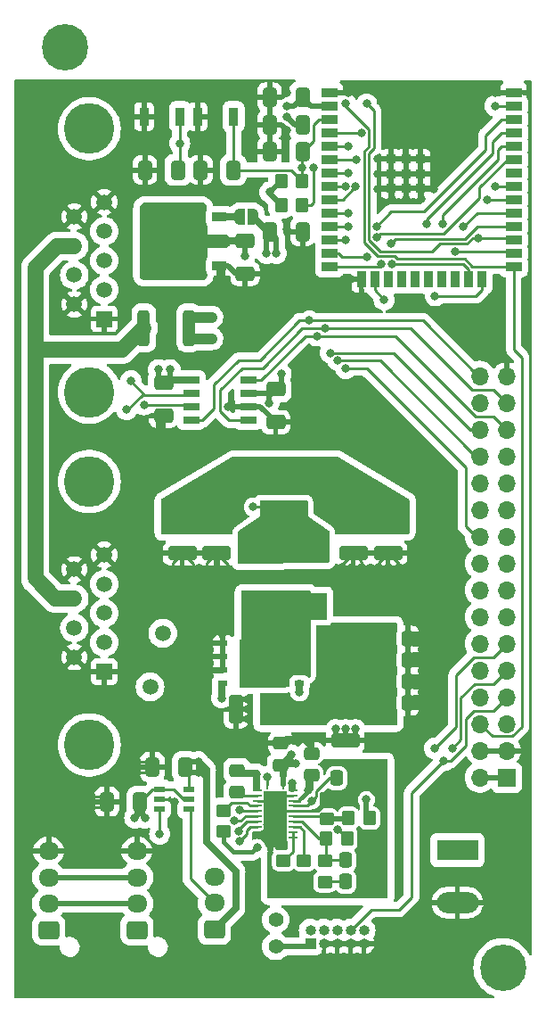
<source format=gbr>
%TF.GenerationSoftware,KiCad,Pcbnew,7.0.10-7.0.10~ubuntu23.10.1*%
%TF.CreationDate,2024-02-11T17:41:25+01:00*%
%TF.ProjectId,mainBoard,6d61696e-426f-4617-9264-2e6b69636164,rev?*%
%TF.SameCoordinates,Original*%
%TF.FileFunction,Copper,L1,Top*%
%TF.FilePolarity,Positive*%
%FSLAX46Y46*%
G04 Gerber Fmt 4.6, Leading zero omitted, Abs format (unit mm)*
G04 Created by KiCad (PCBNEW 7.0.10-7.0.10~ubuntu23.10.1) date 2024-02-11 17:41:25*
%MOMM*%
%LPD*%
G01*
G04 APERTURE LIST*
G04 Aperture macros list*
%AMRoundRect*
0 Rectangle with rounded corners*
0 $1 Rounding radius*
0 $2 $3 $4 $5 $6 $7 $8 $9 X,Y pos of 4 corners*
0 Add a 4 corners polygon primitive as box body*
4,1,4,$2,$3,$4,$5,$6,$7,$8,$9,$2,$3,0*
0 Add four circle primitives for the rounded corners*
1,1,$1+$1,$2,$3*
1,1,$1+$1,$4,$5*
1,1,$1+$1,$6,$7*
1,1,$1+$1,$8,$9*
0 Add four rect primitives between the rounded corners*
20,1,$1+$1,$2,$3,$4,$5,0*
20,1,$1+$1,$4,$5,$6,$7,0*
20,1,$1+$1,$6,$7,$8,$9,0*
20,1,$1+$1,$8,$9,$2,$3,0*%
%AMFreePoly0*
4,1,19,0.000000,0.744911,0.071157,0.744911,0.207708,0.704816,0.327430,0.627875,0.420627,0.520320,0.479746,0.390866,0.500000,0.250000,0.500000,-0.250000,0.479746,-0.390866,0.420627,-0.520320,0.327430,-0.627875,0.207708,-0.704816,0.071157,-0.744911,0.000000,-0.744911,0.000000,-0.750000,-0.500000,-0.750000,-0.500000,0.750000,0.000000,0.750000,0.000000,0.744911,0.000000,0.744911,
$1*%
%AMFreePoly1*
4,1,19,0.500000,-0.750000,0.000000,-0.750000,0.000000,-0.744911,-0.071157,-0.744911,-0.207708,-0.704816,-0.327430,-0.627875,-0.420627,-0.520320,-0.479746,-0.390866,-0.500000,-0.250000,-0.500000,0.250000,-0.479746,0.390866,-0.420627,0.520320,-0.327430,0.627875,-0.207708,0.704816,-0.071157,0.744911,0.000000,0.744911,0.000000,0.750000,0.500000,0.750000,0.500000,-0.750000,0.500000,-0.750000,
$1*%
G04 Aperture macros list end*
%TA.AperFunction,SMDPad,CuDef*%
%ADD10FreePoly0,0.000000*%
%TD*%
%TA.AperFunction,SMDPad,CuDef*%
%ADD11FreePoly1,0.000000*%
%TD*%
%TA.AperFunction,SMDPad,CuDef*%
%ADD12R,0.910001X0.509999*%
%TD*%
%TA.AperFunction,SMDPad,CuDef*%
%ADD13R,4.490001X4.570001*%
%TD*%
%TA.AperFunction,SMDPad,CuDef*%
%ADD14C,0.500000*%
%TD*%
%TA.AperFunction,SMDPad,CuDef*%
%ADD15C,1.000000*%
%TD*%
%TA.AperFunction,SMDPad,CuDef*%
%ADD16RoundRect,0.250000X0.475000X-0.337500X0.475000X0.337500X-0.475000X0.337500X-0.475000X-0.337500X0*%
%TD*%
%TA.AperFunction,SMDPad,CuDef*%
%ADD17RoundRect,0.250000X-1.100000X0.412500X-1.100000X-0.412500X1.100000X-0.412500X1.100000X0.412500X0*%
%TD*%
%TA.AperFunction,SMDPad,CuDef*%
%ADD18R,8.200000X2.600000*%
%TD*%
%TA.AperFunction,SMDPad,CuDef*%
%ADD19RoundRect,0.250000X0.412500X0.650000X-0.412500X0.650000X-0.412500X-0.650000X0.412500X-0.650000X0*%
%TD*%
%TA.AperFunction,SMDPad,CuDef*%
%ADD20RoundRect,0.250000X0.412500X1.100000X-0.412500X1.100000X-0.412500X-1.100000X0.412500X-1.100000X0*%
%TD*%
%TA.AperFunction,SMDPad,CuDef*%
%ADD21C,0.250000*%
%TD*%
%TA.AperFunction,ComponentPad*%
%ADD22R,1.700000X1.700000*%
%TD*%
%TA.AperFunction,ComponentPad*%
%ADD23O,1.700000X1.700000*%
%TD*%
%TA.AperFunction,SMDPad,CuDef*%
%ADD24RoundRect,0.250000X-0.350000X-0.450000X0.350000X-0.450000X0.350000X0.450000X-0.350000X0.450000X0*%
%TD*%
%TA.AperFunction,SMDPad,CuDef*%
%ADD25RoundRect,0.250000X0.350000X0.450000X-0.350000X0.450000X-0.350000X-0.450000X0.350000X-0.450000X0*%
%TD*%
%TA.AperFunction,SMDPad,CuDef*%
%ADD26RoundRect,0.250000X-0.650000X0.412500X-0.650000X-0.412500X0.650000X-0.412500X0.650000X0.412500X0*%
%TD*%
%TA.AperFunction,ComponentPad*%
%ADD27RoundRect,0.250000X0.725000X-0.600000X0.725000X0.600000X-0.725000X0.600000X-0.725000X-0.600000X0*%
%TD*%
%TA.AperFunction,ComponentPad*%
%ADD28O,1.950000X1.700000*%
%TD*%
%TA.AperFunction,ComponentPad*%
%ADD29C,1.400000*%
%TD*%
%TA.AperFunction,SMDPad,CuDef*%
%ADD30R,0.900000X1.700000*%
%TD*%
%TA.AperFunction,SMDPad,CuDef*%
%ADD31RoundRect,0.250000X-0.412500X-0.650000X0.412500X-0.650000X0.412500X0.650000X-0.412500X0.650000X0*%
%TD*%
%TA.AperFunction,ComponentPad*%
%ADD32R,1.500000X1.500000*%
%TD*%
%TA.AperFunction,ComponentPad*%
%ADD33C,1.500000*%
%TD*%
%TA.AperFunction,ComponentPad*%
%ADD34C,4.800000*%
%TD*%
%TA.AperFunction,SMDPad,CuDef*%
%ADD35RoundRect,0.250000X-0.337500X-0.475000X0.337500X-0.475000X0.337500X0.475000X-0.337500X0.475000X0*%
%TD*%
%TA.AperFunction,SMDPad,CuDef*%
%ADD36R,0.254000X0.812800*%
%TD*%
%TA.AperFunction,SMDPad,CuDef*%
%ADD37R,0.812800X0.254000*%
%TD*%
%TA.AperFunction,SMDPad,CuDef*%
%ADD38R,2.209800X4.191000*%
%TD*%
%TA.AperFunction,SMDPad,CuDef*%
%ADD39RoundRect,0.250000X-0.450000X0.350000X-0.450000X-0.350000X0.450000X-0.350000X0.450000X0.350000X0*%
%TD*%
%TA.AperFunction,SMDPad,CuDef*%
%ADD40RoundRect,0.250000X0.450000X-0.350000X0.450000X0.350000X-0.450000X0.350000X-0.450000X-0.350000X0*%
%TD*%
%TA.AperFunction,ComponentPad*%
%ADD41C,1.515000*%
%TD*%
%TA.AperFunction,SMDPad,CuDef*%
%ADD42R,0.977900X0.558800*%
%TD*%
%TA.AperFunction,ComponentPad*%
%ADD43C,4.400000*%
%TD*%
%TA.AperFunction,SMDPad,CuDef*%
%ADD44R,1.473200X0.889000*%
%TD*%
%TA.AperFunction,SMDPad,CuDef*%
%ADD45R,1.473200X3.149600*%
%TD*%
%TA.AperFunction,SMDPad,CuDef*%
%ADD46R,1.500000X0.900000*%
%TD*%
%TA.AperFunction,SMDPad,CuDef*%
%ADD47R,0.900000X1.500000*%
%TD*%
%TA.AperFunction,SMDPad,CuDef*%
%ADD48R,0.900000X0.900000*%
%TD*%
%TA.AperFunction,ComponentPad*%
%ADD49R,3.960000X1.980000*%
%TD*%
%TA.AperFunction,ComponentPad*%
%ADD50O,3.960000X1.980000*%
%TD*%
%TA.AperFunction,ComponentPad*%
%ADD51R,1.000000X1.000000*%
%TD*%
%TA.AperFunction,ComponentPad*%
%ADD52O,1.000000X1.000000*%
%TD*%
%TA.AperFunction,SMDPad,CuDef*%
%ADD53R,1.500000X0.650000*%
%TD*%
%TA.AperFunction,SMDPad,CuDef*%
%ADD54RoundRect,0.250000X-1.775000X0.350000X-1.775000X-0.350000X1.775000X-0.350000X1.775000X0.350000X0*%
%TD*%
%TA.AperFunction,SMDPad,CuDef*%
%ADD55RoundRect,0.250000X0.312500X1.450000X-0.312500X1.450000X-0.312500X-1.450000X0.312500X-1.450000X0*%
%TD*%
%TA.AperFunction,ViaPad*%
%ADD56C,0.800000*%
%TD*%
%TA.AperFunction,ViaPad*%
%ADD57C,0.600000*%
%TD*%
%TA.AperFunction,Conductor*%
%ADD58C,0.650000*%
%TD*%
%TA.AperFunction,Conductor*%
%ADD59C,0.250000*%
%TD*%
%TA.AperFunction,Conductor*%
%ADD60C,0.500000*%
%TD*%
%TA.AperFunction,Conductor*%
%ADD61C,1.000000*%
%TD*%
%TA.AperFunction,Conductor*%
%ADD62C,0.400000*%
%TD*%
%TA.AperFunction,Conductor*%
%ADD63C,1.500000*%
%TD*%
G04 APERTURE END LIST*
%TA.AperFunction,EtchedComponent*%
%TO.C,NT2*%
G36*
X145026000Y-126002000D02*
G01*
X144776000Y-126992000D01*
X144276000Y-126992000D01*
X144026000Y-125992000D01*
X145026000Y-126002000D01*
G37*
%TD.AperFunction*%
%TA.AperFunction,EtchedComponent*%
%TO.C,NT1*%
G36*
X147814449Y-123181892D02*
G01*
X147306449Y-123181892D01*
X147306449Y-122931892D01*
X147814449Y-122931892D01*
X147814449Y-123181892D01*
G37*
%TD.AperFunction*%
%TD*%
D10*
%TO.P,SJ1,2*%
%TO.N,/Connectors/5.2V*%
X142890000Y-66649600D03*
D11*
%TO.P,SJ1,1*%
X141590000Y-66649600D03*
%TD*%
D12*
%TO.P,Q2,1*%
%TO.N,GND*%
X140029199Y-107126202D03*
%TO.P,Q2,2,S*%
X140029199Y-108396202D03*
%TO.P,Q2,3,S*%
X140029199Y-109666202D03*
%TO.P,Q2,4*%
%TO.N,Net-(U6A-LO)*%
X140029199Y-110936202D03*
%TO.P,Q2,5*%
%TO.N,Net-(U6B-SW)*%
X145619201Y-110936202D03*
%TO.P,Q2,6,D*%
X145619201Y-109666202D03*
%TO.P,Q2,7,D*%
X145619201Y-108396202D03*
%TO.P,Q2,8,D*%
X145619201Y-107126202D03*
D13*
%TO.P,Q2,9*%
X143829202Y-109031202D03*
%TD*%
D12*
%TO.P,Q1,1*%
%TO.N,Net-(U6B-SW)*%
X147293599Y-107137200D03*
%TO.P,Q1,2,S*%
X147293599Y-108407200D03*
%TO.P,Q1,3,S*%
X147293599Y-109677200D03*
%TO.P,Q1,4*%
%TO.N,Net-(U6A-HO)*%
X147293599Y-110947200D03*
%TO.P,Q1,5*%
%TO.N,/Connectors/24V*%
X152883601Y-110947200D03*
%TO.P,Q1,6,D*%
X152883601Y-109677200D03*
%TO.P,Q1,7,D*%
X152883601Y-108407200D03*
%TO.P,Q1,8,D*%
X152883601Y-107137200D03*
D13*
%TO.P,Q1,9*%
X151093602Y-109042200D03*
%TD*%
D14*
%TO.P,NT2,1,1*%
%TO.N,GNDA*%
X144526000Y-126992000D03*
D15*
%TO.P,NT2,2,2*%
%TO.N,GND*%
X144526000Y-125992000D03*
%TD*%
D16*
%TO.P,C21,1*%
%TO.N,/Connectors/24V*%
X145528449Y-118689231D03*
%TO.P,C21,2*%
%TO.N,GND*%
X145528449Y-116614231D03*
%TD*%
D17*
%TO.P,C17,1*%
%TO.N,/Connectors/5.2V*%
X152400000Y-95465500D03*
%TO.P,C17,2*%
%TO.N,GND*%
X152400000Y-98590500D03*
%TD*%
D18*
%TO.P,L1,1,1*%
%TO.N,/Power Suply/ISNS+*%
X145796000Y-98038000D03*
%TO.P,L1,2,2*%
%TO.N,Net-(U6B-SW)*%
X145796000Y-103638000D03*
%TD*%
D19*
%TO.P,C3,1*%
%TO.N,/ESP32 Module/3V3*%
X147581200Y-57887347D03*
%TO.P,C3,2*%
%TO.N,GND*%
X144456200Y-57887347D03*
%TD*%
D17*
%TO.P,C16,1*%
%TO.N,/Connectors/5.2V*%
X155702000Y-95465500D03*
%TO.P,C16,2*%
%TO.N,GND*%
X155702000Y-98590500D03*
%TD*%
D16*
%TO.P,C22,1*%
%TO.N,Net-(U6B-CBOOT)*%
X141376400Y-121281100D03*
%TO.P,C22,2*%
%TO.N,Net-(U6B-SW)*%
X141376400Y-119206100D03*
%TD*%
D20*
%TO.P,C15,1*%
%TO.N,/Connectors/24V*%
X144361300Y-113385600D03*
%TO.P,C15,2*%
%TO.N,GND*%
X141236300Y-113385600D03*
%TD*%
D19*
%TO.P,C20,1*%
%TO.N,/ESP32 Module/3V3*%
X132118500Y-122174000D03*
%TO.P,C20,2*%
%TO.N,GND*%
X128993500Y-122174000D03*
%TD*%
%TO.P,C5,1*%
%TO.N,/Connectors/EN*%
X147581200Y-60427347D03*
%TO.P,C5,2*%
%TO.N,GND*%
X144456200Y-60427347D03*
%TD*%
%TO.P,C19,1*%
%TO.N,/Connectors/5.2V*%
X136436500Y-118872000D03*
%TO.P,C19,2*%
%TO.N,GND*%
X133311500Y-118872000D03*
%TD*%
D21*
%TO.P,NT1,1,1*%
%TO.N,GNDA*%
X147814449Y-123056892D03*
%TO.P,NT1,2,2*%
%TO.N,GND*%
X147306449Y-123056892D03*
%TD*%
D22*
%TO.P,J8,1,Pin_1*%
%TO.N,/ESP32 Module/3V3*%
X166983200Y-119863347D03*
D23*
%TO.P,J8,2,Pin_2*%
X164443200Y-119863347D03*
%TO.P,J8,3,Pin_3*%
%TO.N,GND*%
X166983200Y-117323347D03*
%TO.P,J8,4,Pin_4*%
X164443200Y-117323347D03*
%TO.P,J8,5,Pin_5*%
%TO.N,/Connectors/EN*%
X166983200Y-114783347D03*
%TO.P,J8,6,Pin_6*%
%TO.N,/Connectors/IO0*%
X164443200Y-114783347D03*
%TO.P,J8,7,Pin_7*%
%TO.N,/Connectors/MTDI*%
X166983200Y-112243347D03*
%TO.P,J8,8,Pin_8*%
%TO.N,/Connectors/UART0_TX*%
X164443200Y-112243347D03*
%TO.P,J8,9,Pin_9*%
%TO.N,/Connectors/MTCK*%
X166983200Y-109703347D03*
%TO.P,J8,10,Pin_10*%
%TO.N,/Connectors/IO2*%
X164443200Y-109703347D03*
%TO.P,J8,11,Pin_11*%
%TO.N,/Connectors/MTMS*%
X166983200Y-107163347D03*
%TO.P,J8,12,Pin_12*%
%TO.N,/Connectors/UART0_RX*%
X164443200Y-107163347D03*
%TO.P,J8,13,Pin_13*%
%TO.N,/Connectors/MTDO*%
X166983200Y-104623347D03*
%TO.P,J8,14,Pin_14*%
%TO.N,/Connectors/IO4*%
X164443200Y-104623347D03*
%TO.P,J8,15,Pin_15*%
%TO.N,/Connectors/IO32*%
X166983200Y-102083347D03*
%TO.P,J8,16,Pin_16*%
%TO.N,/Connectors/IO5*%
X164443200Y-102083347D03*
%TO.P,J8,17,Pin_17*%
%TO.N,/Connectors/IO33*%
X166983200Y-99543347D03*
%TO.P,J8,18,Pin_18*%
%TO.N,/Connectors/IO16*%
X164443200Y-99543347D03*
%TO.P,J8,19,Pin_19*%
%TO.N,/Connectors/IO34*%
X166983200Y-97003347D03*
%TO.P,J8,20,Pin_20*%
%TO.N,/Connectors/LED_STRIP*%
X164443200Y-97003347D03*
%TO.P,J8,21,Pin_21*%
%TO.N,/Connectors/IO35*%
X166983200Y-94463347D03*
%TO.P,J8,22,Pin_22*%
%TO.N,/Connectors/SCLK*%
X164443200Y-94463347D03*
%TO.P,J8,23,Pin_23*%
%TO.N,/Connectors/IO36*%
X166983200Y-91923347D03*
%TO.P,J8,24,Pin_24*%
%TO.N,/Connectors/MISO*%
X164443200Y-91923347D03*
%TO.P,J8,25,Pin_25*%
%TO.N,/Connectors/IO39*%
X166983200Y-89383347D03*
%TO.P,J8,26,Pin_26*%
%TO.N,/Connectors/SDA*%
X164443200Y-89383347D03*
%TO.P,J8,27,Pin_27*%
%TO.N,/Connectors/CAN_RX*%
X166983200Y-86843347D03*
%TO.P,J8,28,Pin_28*%
%TO.N,/Connectors/SCL*%
X164443200Y-86843347D03*
%TO.P,J8,29,Pin_29*%
%TO.N,/Connectors/CAN_TX*%
X166983200Y-84303347D03*
%TO.P,J8,30,Pin_30*%
%TO.N,/Connectors/MOSI*%
X164443200Y-84303347D03*
%TO.P,J8,31,Pin_31*%
%TO.N,GND*%
X166983200Y-81763347D03*
%TO.P,J8,32,Pin_32*%
%TO.N,/Connectors/CAN_STBY*%
X164443200Y-81763347D03*
%TD*%
D24*
%TO.P,R2,1*%
%TO.N,/ESP32 Module/3V3*%
X145549200Y-65507347D03*
%TO.P,R2,2*%
%TO.N,/Connectors/IO16*%
X147549200Y-65507347D03*
%TD*%
D25*
%TO.P,R8,1*%
%TO.N,/Connectors/5.2V*%
X153945249Y-123717331D03*
%TO.P,R8,2*%
%TO.N,Net-(U6A-FB)*%
X151945249Y-123717331D03*
%TD*%
D26*
%TO.P,C7,1*%
%TO.N,/Connectors/5.2V*%
X145034000Y-83019500D03*
%TO.P,C7,2*%
%TO.N,GND*%
X145034000Y-86144500D03*
%TD*%
D27*
%TO.P,J4,1,Pin_1*%
%TO.N,/Connectors/5.2V*%
X139199200Y-134291347D03*
D28*
%TO.P,J4,2,Pin_2*%
%TO.N,Net-(J1-Pin_2)*%
X139199200Y-131791347D03*
%TO.P,J4,3,Pin_3*%
%TO.N,GND*%
X139199200Y-129291347D03*
%TD*%
D29*
%TO.P,JP1,1,A*%
%TO.N,/ESP32 Module/3V3*%
X145034000Y-133370000D03*
%TO.P,JP1,2,B*%
%TO.N,Net-(J3-Pin_1)*%
X145034000Y-135910000D03*
%TD*%
D30*
%TO.P,BOOT,1,1*%
%TO.N,GND*%
X132537200Y-57125347D03*
%TO.P,BOOT,2,2*%
%TO.N,/Connectors/IO0*%
X135937200Y-57125347D03*
%TD*%
D25*
%TO.P,R9,1*%
%TO.N,/Power Suply/VDDA*%
X151811649Y-125678131D03*
%TO.P,R9,2*%
%TO.N,Net-(U6A-EXTCOMP)*%
X149811649Y-125678131D03*
%TD*%
D16*
%TO.P,C24,1*%
%TO.N,Net-(U6B-VCC)*%
X148424049Y-119654431D03*
%TO.P,C24,2*%
%TO.N,GND*%
X148424049Y-117579431D03*
%TD*%
D31*
%TO.P,C1,1*%
%TO.N,GND*%
X132595200Y-62205347D03*
%TO.P,C1,2*%
%TO.N,/Connectors/IO0*%
X135720200Y-62205347D03*
%TD*%
D32*
%TO.P,J2,1,1*%
%TO.N,GND*%
X128732200Y-109819347D03*
D33*
%TO.P,J2,2,2*%
%TO.N,Net-(F5-Pad2)*%
X128732200Y-107047347D03*
%TO.P,J2,3,3*%
%TO.N,Net-(IC1-CANH)*%
X128732200Y-104274347D03*
%TO.P,J2,4,4*%
%TO.N,Net-(IC1-CANL)*%
X128732200Y-101502347D03*
%TO.P,J2,5,5*%
%TO.N,GND*%
X128732200Y-98729347D03*
%TO.P,J2,6,6*%
X125892200Y-108433347D03*
%TO.P,J2,7,7*%
%TO.N,Net-(F5-Pad2)*%
X125892200Y-105660347D03*
%TO.P,J2,8,8*%
%TO.N,Net-(F6-Pad2)*%
X125892200Y-102888347D03*
%TO.P,J2,9,9*%
%TO.N,GND*%
X125892200Y-100115347D03*
D34*
%TO.P,J2,MH1,MH1*%
%TO.N,unconnected-(J4-PadMH1)*%
X127312200Y-116769347D03*
%TO.P,J2,MH2,MH2*%
%TO.N,unconnected-(J4-PadMH2)*%
X127312200Y-91779347D03*
%TD*%
D30*
%TO.P,RST,1,1*%
%TO.N,GND*%
X137617200Y-57125347D03*
%TO.P,RST,2,2*%
%TO.N,/Connectors/EN*%
X141017200Y-57125347D03*
%TD*%
D27*
%TO.P,J5,1,Pin_1*%
%TO.N,/ESP32 Module/3V3*%
X131833200Y-134341347D03*
D28*
%TO.P,J5,2,Pin_2*%
%TO.N,/Connectors/SDA*%
X131833200Y-131841347D03*
%TO.P,J5,3,Pin_3*%
%TO.N,/Connectors/SCL*%
X131833200Y-129341347D03*
%TO.P,J5,4,Pin_4*%
%TO.N,GND*%
X131833200Y-126841347D03*
%TD*%
D26*
%TO.P,C8,1*%
%TO.N,/ESP32 Module/3V3*%
X142113000Y-68922500D03*
%TO.P,C8,2*%
%TO.N,GND*%
X142113000Y-72047500D03*
%TD*%
D35*
%TO.P,C27,1*%
%TO.N,Net-(C9-Pad1)*%
X151704549Y-129742131D03*
%TO.P,C27,2*%
%TO.N,GNDA*%
X153779549Y-129742131D03*
%TD*%
D36*
%TO.P,U4,1,NC*%
%TO.N,GND*%
X145719650Y-126028731D03*
D37*
%TO.P,U4,2,NC*%
%TO.N,Net-(U6A-CNFG)*%
X146671449Y-125560932D03*
%TO.P,U4,3,CNFG*%
X146671449Y-125060930D03*
%TO.P,U4,4,RT*%
%TO.N,Net-(U6A-RT)*%
X146671449Y-124560931D03*
%TO.P,U4,5,EXTCOMP*%
%TO.N,Net-(U6A-EXTCOMP)*%
X146671449Y-124060932D03*
%TO.P,U4,6,FB*%
%TO.N,Net-(U6A-FB)*%
X146671449Y-123560931D03*
%TO.P,U4,7,AGND*%
%TO.N,GND*%
X146671449Y-123060931D03*
%TO.P,U4,8,VDDA*%
%TO.N,/Power Suply/VDDA*%
X146671449Y-122560930D03*
%TO.P,U4,9,VCC*%
%TO.N,Net-(U6B-VCC)*%
X146671449Y-122060931D03*
%TO.P,U4,10,PGND*%
%TO.N,GND*%
X146671449Y-121560932D03*
%TO.P,U4,11,LO*%
%TO.N,Net-(U6A-LO)*%
X146671449Y-121060930D03*
D36*
%TO.P,U4,12,VIN*%
%TO.N,/Connectors/24V*%
X145719650Y-120593131D03*
%TO.P,U4,13,HO*%
%TO.N,Net-(U6A-HO)*%
X144219648Y-120593131D03*
D37*
%TO.P,U4,14,SW*%
%TO.N,Net-(U6B-SW)*%
X143267849Y-121060930D03*
%TO.P,U4,15,CBOOT*%
%TO.N,Net-(U6B-CBOOT)*%
X143267849Y-121560932D03*
%TO.P,U4,16,VCCX*%
%TO.N,GND*%
X143267849Y-122060931D03*
%TO.P,U4,17,PG/SYNCOUT*%
%TO.N,/Power Suply/LM_POWER_GOOD*%
X143267849Y-122560930D03*
%TO.P,U4,18,PFM/SYNC*%
%TO.N,/Power Suply/VDDA*%
X143267849Y-123060931D03*
%TO.P,U4,19,EN*%
%TO.N,/Connectors/24V*%
X143267849Y-123560931D03*
%TO.P,U4,20,ISNS+*%
%TO.N,/Power Suply/ISNS+*%
X143267849Y-124060932D03*
%TO.P,U4,21,VOUT*%
%TO.N,/Connectors/5.2V*%
X143267849Y-124560931D03*
%TO.P,U4,22,NC*%
%TO.N,GND*%
X143267849Y-125060930D03*
%TO.P,U4,23,NC*%
X143267849Y-125560932D03*
D36*
%TO.P,U4,24,NC*%
X144219648Y-126028731D03*
D38*
%TO.P,U4,25,EPAD*%
X144969649Y-123310931D03*
%TD*%
D26*
%TO.P,C6,1*%
%TO.N,/ESP32 Module/3V3*%
X134366000Y-82384500D03*
%TO.P,C6,2*%
%TO.N,GND*%
X134366000Y-85509500D03*
%TD*%
D17*
%TO.P,C11,1*%
%TO.N,/Connectors/5.2V*%
X136144000Y-95465500D03*
%TO.P,C11,2*%
%TO.N,GND*%
X136144000Y-98590500D03*
%TD*%
D35*
%TO.P,C12,1*%
%TO.N,/Connectors/24V*%
X155553500Y-108712000D03*
%TO.P,C12,2*%
%TO.N,GND*%
X157628500Y-108712000D03*
%TD*%
D39*
%TO.P,Rt1,1*%
%TO.N,Net-(U6A-RT)*%
X147738249Y-127776931D03*
%TO.P,Rt1,2*%
%TO.N,GNDA*%
X147738249Y-129776931D03*
%TD*%
D17*
%TO.P,C26,1*%
%TO.N,/Connectors/24V*%
X151638000Y-113245500D03*
%TO.P,C26,2*%
%TO.N,GND*%
X151638000Y-116370500D03*
%TD*%
D32*
%TO.P,J1,1,1*%
%TO.N,GND*%
X128732200Y-76337347D03*
D33*
%TO.P,J1,2,2*%
%TO.N,Net-(F5-Pad2)*%
X128732200Y-73565347D03*
%TO.P,J1,3,3*%
%TO.N,Net-(IC1-CANH)*%
X128732200Y-70792347D03*
%TO.P,J1,4,4*%
%TO.N,Net-(IC1-CANL)*%
X128732200Y-68020347D03*
%TO.P,J1,5,5*%
%TO.N,GND*%
X128732200Y-65247347D03*
%TO.P,J1,6,6*%
X125892200Y-74951347D03*
%TO.P,J1,7,7*%
%TO.N,Net-(F5-Pad2)*%
X125892200Y-72178347D03*
%TO.P,J1,8,8*%
%TO.N,Net-(F6-Pad2)*%
X125892200Y-69406347D03*
%TO.P,J1,9,9*%
%TO.N,GND*%
X125892200Y-66633347D03*
D34*
%TO.P,J1,MH1,MH1*%
%TO.N,unconnected-(J2-PadMH1)*%
X127312200Y-83287347D03*
%TO.P,J1,MH2,MH2*%
%TO.N,unconnected-(J2-PadMH2)*%
X127312200Y-58297347D03*
%TD*%
D17*
%TO.P,C10,1*%
%TO.N,/Connectors/5.2V*%
X139378000Y-95465500D03*
%TO.P,C10,2*%
%TO.N,GND*%
X139378000Y-98590500D03*
%TD*%
D35*
%TO.P,C14,1*%
%TO.N,/Connectors/24V*%
X155553500Y-106680000D03*
%TO.P,C14,2*%
%TO.N,GND*%
X157628500Y-106680000D03*
%TD*%
D40*
%TO.P,R7,1*%
%TO.N,Net-(U6A-FB)*%
X149897249Y-123802931D03*
%TO.P,R7,2*%
%TO.N,GNDA*%
X149897249Y-121802931D03*
%TD*%
D41*
%TO.P,F2,1*%
%TO.N,/Connectors/24V*%
X133096000Y-111252000D03*
%TO.P,F2,2*%
%TO.N,Net-(F5-Pad2)*%
X134296000Y-106172000D03*
%TD*%
D35*
%TO.P,C13,1*%
%TO.N,/Connectors/24V*%
X155553500Y-110744000D03*
%TO.P,C13,2*%
%TO.N,GND*%
X157628500Y-110744000D03*
%TD*%
D42*
%TO.P,U3,1,VCCA*%
%TO.N,/ESP32 Module/3V3*%
X134016750Y-120969999D03*
%TO.P,U3,2,GND*%
%TO.N,GND*%
X134016750Y-121920000D03*
%TO.P,U3,3,A*%
%TO.N,/Connectors/LED_STRIP*%
X134016750Y-122870001D03*
%TO.P,U3,4,BY*%
%TO.N,Net-(J1-Pin_2)*%
X136747250Y-122870001D03*
%TO.P,U3,5,OE*%
%TO.N,/ESP32 Module/3V3*%
X136747250Y-121920000D03*
%TO.P,U3,6,VCCB*%
%TO.N,/Connectors/5.2V*%
X136747250Y-120969999D03*
%TD*%
D43*
%TO.P,REF\u002A\u002A,1*%
%TO.N,N/C*%
X166624000Y-137922000D03*
%TD*%
D28*
%TO.P,J3,4,Pin_4*%
%TO.N,GND*%
X123451200Y-126841347D03*
%TO.P,J3,3,Pin_3*%
%TO.N,/Connectors/SCL*%
X123451200Y-129341347D03*
%TO.P,J3,2,Pin_2*%
%TO.N,/Connectors/SDA*%
X123451200Y-131841347D03*
D27*
%TO.P,J3,1,Pin_1*%
%TO.N,/ESP32 Module/3V3*%
X123451200Y-134341347D03*
%TD*%
D35*
%TO.P,C25,1*%
%TO.N,Net-(U6A-EXTCOMP)*%
X151704549Y-127724131D03*
%TO.P,C25,2*%
%TO.N,GNDA*%
X153779549Y-127724131D03*
%TD*%
D40*
%TO.P,R6,1*%
%TO.N,Net-(U6B-VCC)*%
X140050000Y-125000000D03*
%TO.P,R6,2*%
%TO.N,/Power Suply/LM_POWER_GOOD*%
X140050000Y-123000000D03*
%TD*%
D44*
%TO.P,U2,1,GND*%
%TO.N,GND*%
X139661900Y-71261000D03*
%TO.P,U2,2,OUTPUT*%
%TO.N,/ESP32 Module/3V3*%
X139661900Y-68961000D03*
%TO.P,U2,3,INPUT*%
%TO.N,/Connectors/5.2V*%
X139661900Y-66661000D03*
D45*
%TO.P,U2,4,OUTPUT*%
%TO.N,/ESP32 Module/3V3*%
X133134100Y-68961000D03*
%TD*%
D46*
%TO.P,U1,1,GND*%
%TO.N,GND*%
X150147200Y-54839347D03*
%TO.P,U1,2,3V3*%
%TO.N,/ESP32 Module/3V3*%
X150147200Y-56109347D03*
%TO.P,U1,3,EN/CHIP_PU*%
%TO.N,/Connectors/EN*%
X150147200Y-57379347D03*
%TO.P,U1,4,SENSOR_VP/GPIO36/ADC1_CH0*%
%TO.N,/Connectors/IO36*%
X150147200Y-58649347D03*
%TO.P,U1,5,SENSOR_VN/GPIO39/ADC1_CH3*%
%TO.N,/Connectors/IO39*%
X150147200Y-59919347D03*
%TO.P,U1,6,GPIO34/ADC1_CH6*%
%TO.N,/Connectors/IO34*%
X150147200Y-61189347D03*
%TO.P,U1,7,GPIO35/ADC1_CH7*%
%TO.N,/Connectors/IO35*%
X150147200Y-62459347D03*
%TO.P,U1,8,32K_XP/GPIO32/ADC1_CH4*%
%TO.N,/Connectors/IO32*%
X150147200Y-63729347D03*
%TO.P,U1,9,32K_XN/GPIO33/ADC1_CH5*%
%TO.N,/Connectors/IO33*%
X150147200Y-64999347D03*
%TO.P,U1,10,DAC_1/ADC2_CH8/GPIO25*%
%TO.N,/Connectors/CAN_STBY*%
X150147200Y-66269347D03*
%TO.P,U1,11,DAC_2/ADC2_CH9/GPIO26*%
%TO.N,/Connectors/CAN_RX*%
X150147200Y-67539347D03*
%TO.P,U1,12,ADC2_CH7/GPIO27*%
%TO.N,/Connectors/CAN_TX*%
X150147200Y-68809347D03*
%TO.P,U1,13,MTMS/GPIO14/ADC2_CH6*%
%TO.N,/Connectors/MTMS*%
X150147200Y-70079347D03*
%TO.P,U1,14,MTDI/GPIO12/ADC2_CH5*%
%TO.N,/Connectors/MTDI*%
X150147200Y-71349347D03*
D47*
%TO.P,U1,15,GND*%
%TO.N,GND*%
X153177200Y-72599347D03*
%TO.P,U1,16,MTCK/GPIO13/ADC2_CH4*%
%TO.N,/Connectors/MTCK*%
X154447200Y-72599347D03*
%TO.P,U1,17,NC*%
%TO.N,unconnected-(U1-NC-Pad17)*%
X155717200Y-72599347D03*
%TO.P,U1,18,NC*%
%TO.N,unconnected-(U1-NC-Pad18)*%
X156987200Y-72599347D03*
%TO.P,U1,19,NC*%
%TO.N,unconnected-(U1-NC-Pad19)*%
X158257200Y-72599347D03*
%TO.P,U1,20,NC*%
%TO.N,unconnected-(U1-NC-Pad20)*%
X159527200Y-72599347D03*
%TO.P,U1,21,NC*%
%TO.N,unconnected-(U1-NC-Pad21)*%
X160797200Y-72599347D03*
%TO.P,U1,22,NC*%
%TO.N,unconnected-(U1-NC-Pad22)*%
X162067200Y-72599347D03*
%TO.P,U1,23,MTDO/GPIO15/ADC2_CH3*%
%TO.N,/Connectors/MTDO*%
X163337200Y-72599347D03*
%TO.P,U1,24,ADC2_CH2/GPIO2*%
%TO.N,/Connectors/IO2*%
X164607200Y-72599347D03*
D46*
%TO.P,U1,25,GPIO0/BOOT/ADC2_CH1*%
%TO.N,/Connectors/IO0*%
X167647200Y-71349347D03*
%TO.P,U1,26,ADC2_CH0/GPIO4*%
%TO.N,/Connectors/IO4*%
X167647200Y-70079347D03*
%TO.P,U1,27,GPIO16*%
%TO.N,/Connectors/IO16*%
X167647200Y-68809347D03*
%TO.P,U1,28,GPIO17*%
%TO.N,/Connectors/LED_STRIP*%
X167647200Y-67539347D03*
%TO.P,U1,29,GPIO5*%
%TO.N,/Connectors/IO5*%
X167647200Y-66269347D03*
%TO.P,U1,30,GPIO18*%
%TO.N,/Connectors/SCLK*%
X167647200Y-64999347D03*
%TO.P,U1,31,GPIO19*%
%TO.N,/Connectors/MISO*%
X167647200Y-63729347D03*
%TO.P,U1,32,NC*%
%TO.N,unconnected-(U1-NC-Pad32)*%
X167647200Y-62459347D03*
%TO.P,U1,33,GPIO21*%
%TO.N,/Connectors/SDA*%
X167647200Y-61189347D03*
%TO.P,U1,34,U0RXD/GPIO3*%
%TO.N,/Connectors/UART0_RX*%
X167647200Y-59919347D03*
%TO.P,U1,35,U0TXD/GPIO1*%
%TO.N,/Connectors/UART0_TX*%
X167647200Y-58649347D03*
%TO.P,U1,36,GPIO22*%
%TO.N,/Connectors/SCL*%
X167647200Y-57379347D03*
%TO.P,U1,37,GPIO23*%
%TO.N,/Connectors/MOSI*%
X167647200Y-56109347D03*
%TO.P,U1,38,GND*%
%TO.N,GND*%
X167647200Y-54839347D03*
D48*
%TO.P,U1,39,GND_THERMAL*%
X155997200Y-61159347D03*
X155997200Y-61159347D03*
X155997200Y-62559347D03*
X155997200Y-63959347D03*
X155997200Y-63959347D03*
X157397200Y-61159347D03*
X157397200Y-62559347D03*
X157397200Y-63959347D03*
X157397200Y-63959347D03*
X158797200Y-61159347D03*
X158797200Y-62559347D03*
X158797200Y-63959347D03*
%TD*%
D40*
%TO.P,R4,1*%
%TO.N,GNDA*%
X145782449Y-129776931D03*
%TO.P,R4,2*%
%TO.N,Net-(U6A-CNFG)*%
X145782449Y-127776931D03*
%TD*%
D19*
%TO.P,C4,1*%
%TO.N,/ESP32 Module/3V3*%
X147581200Y-55289347D03*
%TO.P,C4,2*%
%TO.N,GND*%
X144456200Y-55289347D03*
%TD*%
D49*
%TO.P,J7,1,Pin_1*%
%TO.N,/Connectors/24V*%
X162306000Y-126746000D03*
D50*
%TO.P,J7,2,Pin_2*%
%TO.N,GND*%
X162306000Y-131746000D03*
%TD*%
D43*
%TO.P,REF\u002A\u002A,1*%
%TO.N,N/C*%
X124968000Y-50546000D03*
%TD*%
D39*
%TO.P,R5,1*%
%TO.N,Net-(U6A-EXTCOMP)*%
X149694049Y-127776931D03*
%TO.P,R5,2*%
%TO.N,Net-(C9-Pad1)*%
X149694049Y-129776931D03*
%TD*%
D51*
%TO.P,J6,1,Pin_1*%
%TO.N,Net-(J3-Pin_1)*%
X148336000Y-135636000D03*
D52*
%TO.P,J6,2,Pin_2*%
%TO.N,/Connectors/MTMS*%
X148336000Y-134366000D03*
%TO.P,J6,3,Pin_3*%
%TO.N,GND*%
X149606000Y-135636000D03*
%TO.P,J6,4,Pin_4*%
%TO.N,/Connectors/MTCK*%
X149606000Y-134366000D03*
%TO.P,J6,5,Pin_5*%
%TO.N,GND*%
X150876000Y-135636000D03*
%TO.P,J6,6,Pin_6*%
%TO.N,/Connectors/MTDO*%
X150876000Y-134366000D03*
%TO.P,J6,7,Pin_7*%
%TO.N,GND*%
X152146000Y-135636000D03*
%TO.P,J6,8,Pin_8*%
%TO.N,/Connectors/MTDI*%
X152146000Y-134366000D03*
%TO.P,J6,9,Pin_9*%
%TO.N,GND*%
X153416000Y-135636000D03*
%TO.P,J6,10,Pin_10*%
%TO.N,unconnected-(J3-Pin_10-Pad10)*%
X153416000Y-134366000D03*
%TD*%
D31*
%TO.P,C9,1*%
%TO.N,/Connectors/5.2V*%
X144456200Y-68047347D03*
%TO.P,C9,2*%
%TO.N,GND*%
X147581200Y-68047347D03*
%TD*%
%TO.P,C2,1*%
%TO.N,GND*%
X137892200Y-62205347D03*
%TO.P,C2,2*%
%TO.N,/Connectors/EN*%
X141017200Y-62205347D03*
%TD*%
D53*
%TO.P,IC1,1,TXD*%
%TO.N,/Connectors/CAN_TX*%
X142407200Y-85954347D03*
%TO.P,IC1,2,GND*%
%TO.N,GND*%
X142407200Y-84684347D03*
%TO.P,IC1,3,VCC*%
%TO.N,/Connectors/5.2V*%
X142407200Y-83414347D03*
%TO.P,IC1,4,RXD*%
%TO.N,/Connectors/CAN_RX*%
X142407200Y-82144347D03*
%TO.P,IC1,5,VIO*%
%TO.N,/ESP32 Module/3V3*%
X137007200Y-82144347D03*
%TO.P,IC1,6,CANL*%
%TO.N,Net-(IC1-CANL)*%
X137007200Y-83414347D03*
%TO.P,IC1,7,CANH*%
%TO.N,Net-(IC1-CANH)*%
X137007200Y-84684347D03*
%TO.P,IC1,8,STBY*%
%TO.N,/Connectors/CAN_STBY*%
X137007200Y-85954347D03*
%TD*%
D54*
%TO.P,R3,1*%
%TO.N,/Connectors/5.2V*%
X145796000Y-92193000D03*
%TO.P,R3,2*%
%TO.N,/Power Suply/ISNS+*%
X145796000Y-94243000D03*
%TD*%
D24*
%TO.P,R1,1*%
%TO.N,/ESP32 Module/3V3*%
X145549200Y-63221347D03*
%TO.P,R1,2*%
%TO.N,/Connectors/EN*%
X147549200Y-63221347D03*
%TD*%
D35*
%TO.P,C18,1*%
%TO.N,/Connectors/24V*%
X155553500Y-112776000D03*
%TO.P,C18,2*%
%TO.N,GND*%
X157628500Y-112776000D03*
%TD*%
%TO.P,C23,1*%
%TO.N,/Power Suply/VDDA*%
X150840949Y-119937731D03*
%TO.P,C23,2*%
%TO.N,GNDA*%
X152915949Y-119937731D03*
%TD*%
D55*
%TO.P,F1,1*%
%TO.N,/Connectors/5.2V*%
X136764700Y-77191347D03*
%TO.P,F1,2*%
%TO.N,Net-(F6-Pad2)*%
X132489700Y-77191347D03*
%TD*%
D56*
%TO.N,GND*%
X152285997Y-99872800D03*
X140462000Y-100076000D03*
D57*
X144983200Y-124714000D03*
D56*
X157226000Y-134112000D03*
X155767997Y-99872800D03*
X154749875Y-62558016D03*
X122682000Y-113030000D03*
X165869200Y-54839347D03*
X150723600Y-115214400D03*
X132588000Y-89916000D03*
X168148000Y-134112000D03*
X139961200Y-72619347D03*
X135261997Y-100076000D03*
D57*
X145491200Y-122834400D03*
D56*
X158902400Y-109154003D03*
X152224729Y-72565271D03*
X153236000Y-99872800D03*
X122174000Y-56642000D03*
X142113000Y-139446000D03*
X133299200Y-97790000D03*
X156876750Y-139446000D03*
X143205200Y-116636800D03*
X137160000Y-100076000D03*
X146057200Y-58395347D03*
X147034250Y-139446000D03*
X154889200Y-135585200D03*
X160027200Y-62607446D03*
D57*
X144424400Y-123799600D03*
D56*
X122174000Y-61722000D03*
X131826000Y-118364000D03*
X163322000Y-55372000D03*
X158877152Y-64984987D03*
D57*
X144932400Y-121818400D03*
D56*
X152623606Y-115214400D03*
X140503149Y-84686781D03*
X156040953Y-64984987D03*
X151899200Y-54839347D03*
X122428000Y-139446000D03*
X154749875Y-61139916D03*
X158902400Y-111287603D03*
X164592000Y-122682000D03*
X151955500Y-139446000D03*
X156972000Y-55372000D03*
X127349250Y-139446000D03*
X161798000Y-139446000D03*
X156718000Y-99872800D03*
X148590000Y-81280000D03*
X138684000Y-109728000D03*
X142392400Y-112420400D03*
X147726400Y-132994400D03*
X160027200Y-61189347D03*
X154749875Y-63976115D03*
X138480800Y-100126800D03*
X138684000Y-108458000D03*
X133865200Y-87097347D03*
X151892000Y-87884000D03*
X158799399Y-59707721D03*
X138684000Y-107188000D03*
X137929200Y-63983347D03*
X145803200Y-60427347D03*
X127508000Y-122682000D03*
X160274000Y-55372000D03*
X158902400Y-106237997D03*
X160027200Y-64025546D03*
X142113000Y-73660000D03*
X151673603Y-115214400D03*
X121666000Y-122174000D03*
X158902400Y-112237606D03*
X139446000Y-105918000D03*
X158902400Y-107188000D03*
X147624800Y-116179600D03*
X140462000Y-105918000D03*
X146685000Y-86106000D03*
X157381299Y-59707721D03*
X134119200Y-57125347D03*
D57*
X145491200Y-123799600D03*
D56*
X154787600Y-99872800D03*
X127508000Y-121666000D03*
D57*
X144424400Y-122834400D03*
D56*
X130817200Y-62205347D03*
X131826000Y-119380000D03*
X158902400Y-110337600D03*
X137191750Y-139446000D03*
X155963200Y-59707721D03*
X158902400Y-108204000D03*
X139547600Y-100076000D03*
X146057200Y-54839347D03*
X157459052Y-64984987D03*
X151335994Y-99872800D03*
X142392400Y-114335603D03*
X132270500Y-139446000D03*
X153416000Y-83058000D03*
X136209997Y-100076000D03*
X142392400Y-113385600D03*
X135382000Y-122174000D03*
X146057200Y-67793347D03*
X139199200Y-57125347D03*
X158902400Y-113187609D03*
%TO.N,/Connectors/SDA*%
X154618377Y-68596823D03*
X150952200Y-80289400D03*
%TO.N,/Connectors/SCL*%
X150220000Y-79552800D03*
X154598200Y-67597059D03*
%TO.N,/Connectors/EN*%
X147549200Y-61951347D03*
%TO.N,/Connectors/IO36*%
X153173853Y-58654000D03*
%TO.N,/Connectors/IO39*%
X151899200Y-59919347D03*
%TO.N,/Connectors/IO34*%
X152652006Y-61217153D03*
%TO.N,/Connectors/IO35*%
X151899200Y-62459347D03*
%TO.N,/Connectors/IO32*%
X151645200Y-63729347D03*
%TO.N,/Connectors/IO33*%
X152645203Y-63729347D03*
%TO.N,/Connectors/CAN_STBY*%
X151899200Y-66269347D03*
X148246000Y-76503347D03*
%TO.N,/Connectors/CAN_RX*%
X148958625Y-77953347D03*
X151899200Y-67539347D03*
%TO.N,/Connectors/CAN_TX*%
X151649853Y-68814000D03*
X149696000Y-77228347D03*
%TO.N,/Connectors/MTMS*%
X160118200Y-117094000D03*
X153670000Y-70459600D03*
%TO.N,/Connectors/MTDI*%
X155067000Y-71120000D03*
X161003100Y-118269900D03*
%TO.N,/Connectors/MTCK*%
X161802653Y-117089347D03*
X155343200Y-74549000D03*
%TO.N,/Connectors/MTDO*%
X156068200Y-71120000D03*
%TO.N,/Connectors/IO2*%
X160184000Y-74143347D03*
%TO.N,/Connectors/IO0*%
X151645200Y-55855347D03*
X135897200Y-59665347D03*
%TO.N,/Connectors/IO4*%
X162105200Y-69920347D03*
%TO.N,/Connectors/IO16*%
X148597200Y-61951347D03*
X164280200Y-68655151D03*
X153677200Y-55929347D03*
%TO.N,/Connectors/LED_STRIP*%
X151677200Y-81026000D03*
X155956000Y-69220000D03*
X134010400Y-125222000D03*
%TO.N,/Connectors/IO5*%
X162830200Y-67606074D03*
%TO.N,/Connectors/SCLK*%
X165097959Y-65008673D03*
%TO.N,/Connectors/MISO*%
X165869200Y-63729347D03*
D57*
%TO.N,/Connectors/24V*%
X151638000Y-106172000D03*
X150368000Y-108966000D03*
X151638000Y-107442000D03*
X151638000Y-111760000D03*
D56*
X141057182Y-123997055D03*
D57*
X150368000Y-107442000D03*
X150368000Y-106172000D03*
X151638000Y-108966000D03*
D56*
X146911538Y-118578456D03*
D57*
X151638000Y-110490000D03*
D56*
X146497953Y-117723207D03*
D57*
X150368000Y-111760000D03*
X150368000Y-110490000D03*
D56*
%TO.N,/Connectors/MOSI*%
X165869200Y-56109347D03*
%TO.N,/Connectors/5.2V*%
X144145000Y-70104000D03*
X141224000Y-92202000D03*
X142976600Y-92227400D03*
X150368000Y-90678000D03*
X145095003Y-70104000D03*
X139954000Y-93980000D03*
X136652000Y-93980000D03*
X144399000Y-84303347D03*
X138684000Y-93980000D03*
X138945200Y-78207347D03*
X153873200Y-92354400D03*
X155793200Y-94030800D03*
X154482800Y-94030800D03*
X135382000Y-93980000D03*
X153656449Y-121969731D03*
X138945200Y-76175347D03*
X152704800Y-94030800D03*
X146812000Y-90170000D03*
X151739600Y-92303600D03*
X137668000Y-118364000D03*
X141591118Y-125933719D03*
X138430000Y-92202000D03*
X141224000Y-90424000D03*
X145542000Y-81534000D03*
X151384000Y-94081600D03*
X144272000Y-90170000D03*
X137668000Y-119380000D03*
%TO.N,/Power Suply/VDDA*%
X150919167Y-124834794D03*
X148500000Y-122080000D03*
X141630400Y-122949800D03*
%TO.N,Net-(U6B-VCC)*%
X143256000Y-126492000D03*
X148157840Y-121084361D03*
%TO.N,Net-(IC1-CANL)*%
X131275079Y-82211921D03*
X130853200Y-84963000D03*
%TO.N,Net-(IC1-CANH)*%
X132518253Y-84480400D03*
%TO.N,/Power Suply/ISNS+*%
X141515381Y-124935316D03*
X142900400Y-94183200D03*
%TO.N,/Connectors/UART0_TX*%
X159385000Y-67342000D03*
%TO.N,/Connectors/UART0_RX*%
X160868476Y-67341218D03*
%TO.N,Net-(U6B-SW)*%
X143191649Y-119531331D03*
X147320000Y-109042200D03*
%TO.N,Net-(U6A-HO)*%
X147294600Y-111749926D03*
X144219648Y-119785331D03*
%TO.N,Net-(U6A-LO)*%
X139903200Y-112318800D03*
X146608800Y-120432212D03*
%TO.N,/ESP32 Module/3V3*%
X131637997Y-123698000D03*
X136398000Y-66548000D03*
X142113000Y-70358000D03*
X135001000Y-81153000D03*
X136398000Y-68961000D03*
X136398000Y-71120000D03*
X133858000Y-81153000D03*
X146057200Y-57125347D03*
X146057200Y-56109347D03*
X144474127Y-64296419D03*
X132588000Y-123698000D03*
%TD*%
D58*
%TO.N,/Connectors/5.2V*%
X141590000Y-66649600D02*
X139673300Y-66649600D01*
X139673300Y-66649600D02*
X139661900Y-66661000D01*
X144456200Y-68047347D02*
X144287747Y-68047347D01*
X144287747Y-68047347D02*
X142890000Y-66649600D01*
D59*
%TO.N,GND*%
X139547600Y-100076000D02*
X139547600Y-98760100D01*
X139547600Y-98760100D02*
X139378000Y-98590500D01*
X140462000Y-100076000D02*
X140462000Y-99674500D01*
X140462000Y-99674500D02*
X139378000Y-98590500D01*
X138480800Y-100126800D02*
X138480800Y-99487700D01*
X138480800Y-99487700D02*
X139378000Y-98590500D01*
X155767997Y-99872800D02*
X155702000Y-99806803D01*
X155702000Y-99806803D02*
X155702000Y-98590500D01*
X156718000Y-99872800D02*
X156718000Y-99606500D01*
X156718000Y-99606500D02*
X155702000Y-98590500D01*
X154787600Y-99872800D02*
X154787600Y-99504900D01*
X154787600Y-99504900D02*
X155702000Y-98590500D01*
D60*
%TO.N,/Connectors/5.2V*%
X137922000Y-119380000D02*
X138430000Y-119888000D01*
X136944500Y-119380000D02*
X136436500Y-118872000D01*
X137668000Y-119380000D02*
X137668000Y-118364000D01*
X137668000Y-119380000D02*
X136944500Y-119380000D01*
X137668000Y-119380000D02*
X137922000Y-119380000D01*
D58*
X137668000Y-118364000D02*
X138430000Y-119126000D01*
X138430000Y-119126000D02*
X138430000Y-119888000D01*
D60*
X137668000Y-118364000D02*
X136944500Y-118364000D01*
D59*
%TO.N,GND*%
X143951250Y-125060930D02*
X144969649Y-124042531D01*
X135261997Y-100076000D02*
X135261997Y-99472503D01*
X132803500Y-119380000D02*
X133311500Y-118872000D01*
X133299200Y-97790000D02*
X134099700Y-98590500D01*
X143951250Y-122060931D02*
X144969649Y-123079330D01*
X147302410Y-123060931D02*
X147306449Y-123056892D01*
D60*
X145963080Y-116179600D02*
X145528449Y-116614231D01*
X147624800Y-116179600D02*
X145963080Y-116179600D01*
X150723600Y-115214400D02*
X150723600Y-116370500D01*
D59*
X152400000Y-99758797D02*
X152400000Y-98590500D01*
D60*
X151673603Y-115214400D02*
X151673603Y-116334897D01*
X157397200Y-62559347D02*
X157397200Y-63959347D01*
D59*
X153236000Y-99872800D02*
X153236000Y-99426500D01*
D60*
X156040953Y-64003100D02*
X155997200Y-63959347D01*
X152224729Y-72565271D02*
X152258805Y-72599347D01*
X141236300Y-113385600D02*
X141236300Y-112483500D01*
X158070503Y-109154003D02*
X157628500Y-108712000D01*
X152258805Y-72599347D02*
X153177200Y-72599347D01*
D59*
X143267849Y-125560932D02*
X144202980Y-125560932D01*
D60*
X138745798Y-107126202D02*
X138684000Y-107188000D01*
X160027200Y-62607446D02*
X158845299Y-62607446D01*
D59*
X136209997Y-98656497D02*
X136144000Y-98590500D01*
D60*
X142407200Y-84684347D02*
X143573847Y-84684347D01*
D59*
X144512449Y-123768131D02*
X144969649Y-123310931D01*
D60*
X138684000Y-109728000D02*
X139967401Y-109728000D01*
D59*
X144202980Y-125560932D02*
X144219648Y-125577600D01*
D60*
X157628500Y-112776000D02*
X158040109Y-113187609D01*
X152623606Y-115214400D02*
X152623606Y-116370500D01*
D59*
X128485500Y-121666000D02*
X128993500Y-122174000D01*
D60*
X151673603Y-116334897D02*
X151638000Y-116370500D01*
X140029199Y-106501199D02*
X139446000Y-105918000D01*
X147581200Y-68047347D02*
X146311200Y-68047347D01*
X158902400Y-108204000D02*
X158136500Y-108204000D01*
D59*
X136209997Y-100076000D02*
X136209997Y-98656497D01*
X131826000Y-118364000D02*
X132803500Y-118364000D01*
X144969649Y-123310931D02*
X144969649Y-122579331D01*
D60*
X158845299Y-62607446D02*
X158797200Y-62559347D01*
X158797200Y-63959347D02*
X158797200Y-62559347D01*
X167647200Y-54839347D02*
X165869200Y-54839347D01*
X141340797Y-114335603D02*
X142392400Y-114335603D01*
X143573847Y-84684347D02*
X145034000Y-86144500D01*
X137892200Y-63946347D02*
X137929200Y-63983347D01*
X160027200Y-61189347D02*
X158827200Y-61189347D01*
X133865200Y-86010300D02*
X133865200Y-87097347D01*
X146057200Y-54839347D02*
X145607200Y-55289347D01*
X158799399Y-61157148D02*
X158797200Y-61159347D01*
D59*
X151335994Y-99654506D02*
X152400000Y-98590500D01*
D60*
X155997200Y-62559347D02*
X157397200Y-62559347D01*
X138745798Y-108396202D02*
X138684000Y-108458000D01*
X158797200Y-62559347D02*
X157397200Y-62559347D01*
X140505583Y-84684347D02*
X140503149Y-84686781D01*
D59*
X146671449Y-123060931D02*
X145219649Y-123060931D01*
D60*
X160027200Y-64025546D02*
X158863399Y-64025546D01*
X148424049Y-117579431D02*
X148424049Y-116978849D01*
X140029199Y-108396202D02*
X138745798Y-108396202D01*
X158902400Y-107188000D02*
X158136500Y-107188000D01*
X156040953Y-64984987D02*
X156040953Y-64003100D01*
X139961200Y-71560300D02*
X139961200Y-72619347D01*
X155997200Y-59741721D02*
X155963200Y-59707721D01*
D59*
X151335994Y-99872800D02*
X151335994Y-99654506D01*
D60*
X137892200Y-62205347D02*
X137892200Y-63946347D01*
X158040109Y-113187609D02*
X158902400Y-113187609D01*
X142392400Y-113385600D02*
X141236300Y-113385600D01*
X145528449Y-116614231D02*
X143227769Y-116614231D01*
X155995869Y-62558016D02*
X155997200Y-62559347D01*
X141274800Y-112420400D02*
X142392400Y-112420400D01*
X139967401Y-109728000D02*
X140029199Y-109666202D01*
D59*
X146671449Y-123060931D02*
X147302410Y-123060931D01*
X135261997Y-99472503D02*
X136144000Y-98590500D01*
X144219648Y-125577600D02*
X144219648Y-124060932D01*
D60*
X140029199Y-107126202D02*
X140029199Y-106501199D01*
X158034900Y-110337600D02*
X157628500Y-110744000D01*
X155997200Y-62559347D02*
X155997200Y-63959347D01*
X132537200Y-57125347D02*
X134119200Y-57125347D01*
X155977769Y-61139916D02*
X155997200Y-61159347D01*
X158902400Y-106237997D02*
X158070503Y-106237997D01*
X145607200Y-55289347D02*
X144456200Y-55289347D01*
X134366000Y-85509500D02*
X133865200Y-86010300D01*
X157459052Y-64984987D02*
X157459052Y-64021199D01*
X157397200Y-61159347D02*
X158797200Y-61159347D01*
X158136500Y-107188000D02*
X157628500Y-106680000D01*
X158902400Y-110337600D02*
X158034900Y-110337600D01*
X158902400Y-109154003D02*
X158070503Y-109154003D01*
D59*
X153236000Y-99426500D02*
X152400000Y-98590500D01*
D60*
X158797200Y-61159347D02*
X158797200Y-62559347D01*
X158166894Y-112237606D02*
X157628500Y-112776000D01*
X144456200Y-60427347D02*
X145803200Y-60427347D01*
D59*
X137160000Y-99606500D02*
X136144000Y-98590500D01*
D60*
X158799399Y-59707721D02*
X158799399Y-61157148D01*
X158172103Y-111287603D02*
X157628500Y-110744000D01*
X148424049Y-116978849D02*
X147624800Y-116179600D01*
X155997200Y-63959347D02*
X157397200Y-63959347D01*
D59*
X132803500Y-118364000D02*
X133311500Y-118872000D01*
X144219648Y-124060932D02*
X144969649Y-123310931D01*
X144969649Y-124042531D02*
X144969649Y-123310931D01*
D60*
X144456200Y-57887347D02*
X145549200Y-57887347D01*
X157459052Y-64021199D02*
X157397200Y-63959347D01*
X158827200Y-61189347D02*
X158797200Y-61159347D01*
D59*
X134016750Y-121920000D02*
X135128000Y-121920000D01*
D60*
X155997200Y-61159347D02*
X155997200Y-59741721D01*
D59*
X145719650Y-124060932D02*
X144969649Y-123310931D01*
D60*
X155997200Y-61159347D02*
X155997200Y-62559347D01*
X141262500Y-72047500D02*
X142113000Y-72047500D01*
X137617200Y-57125347D02*
X139199200Y-57125347D01*
X142407200Y-84684347D02*
X140505583Y-84684347D01*
X142113000Y-73660000D02*
X142113000Y-72047500D01*
X158877152Y-64984987D02*
X158877152Y-64039299D01*
X158902400Y-112237606D02*
X158166894Y-112237606D01*
D59*
X127508000Y-122682000D02*
X128485500Y-122682000D01*
D60*
X158877152Y-64039299D02*
X158797200Y-63959347D01*
D59*
X137160000Y-100076000D02*
X137160000Y-99606500D01*
X143267849Y-125060930D02*
X143951250Y-125060930D01*
D60*
X141224000Y-112471200D02*
X141274800Y-112420400D01*
X155997200Y-61159347D02*
X157397200Y-61159347D01*
X150723600Y-116370500D02*
X151638000Y-116370500D01*
D59*
X144512449Y-126041731D02*
X144512449Y-123768131D01*
D60*
X145549200Y-57887347D02*
X146057200Y-58395347D01*
X140476000Y-71261000D02*
X141262500Y-72047500D01*
X143227769Y-116614231D02*
X143205200Y-116636800D01*
X140029199Y-106350801D02*
X140462000Y-105918000D01*
X154749875Y-62558016D02*
X155995869Y-62558016D01*
D59*
X128485500Y-122682000D02*
X128993500Y-122174000D01*
X144969649Y-123079330D02*
X144969649Y-123310931D01*
D60*
X141236300Y-114261500D02*
X141325600Y-114350800D01*
X141236300Y-113385600D02*
X141236300Y-114261500D01*
X158863399Y-64025546D02*
X158797200Y-63959347D01*
X155980432Y-63976115D02*
X155997200Y-63959347D01*
X150147200Y-54839347D02*
X151899200Y-54839347D01*
X158070503Y-106237997D02*
X157628500Y-106680000D01*
X139661900Y-71261000D02*
X140476000Y-71261000D01*
X141236300Y-112483500D02*
X141224000Y-112471200D01*
D59*
X144219648Y-126028731D02*
X144219648Y-125577600D01*
D60*
X152623606Y-116370500D02*
X151638000Y-116370500D01*
X145072500Y-86106000D02*
X145034000Y-86144500D01*
X146311200Y-68047347D02*
X146057200Y-67793347D01*
X140029199Y-107126202D02*
X138745798Y-107126202D01*
D59*
X145988048Y-121560932D02*
X146671449Y-121560932D01*
X134099700Y-98590500D02*
X136144000Y-98590500D01*
D60*
X157397200Y-61159347D02*
X157397200Y-62559347D01*
D59*
X127508000Y-121666000D02*
X128485500Y-121666000D01*
X135128000Y-121920000D02*
X135382000Y-122174000D01*
D60*
X158902400Y-111287603D02*
X158172103Y-111287603D01*
X140029199Y-107126202D02*
X140029199Y-106350801D01*
X158136500Y-108204000D02*
X157628500Y-108712000D01*
D59*
X143267849Y-122060931D02*
X143951250Y-122060931D01*
D60*
X139661900Y-71261000D02*
X139961200Y-71560300D01*
D59*
X144969649Y-122579331D02*
X145988048Y-121560932D01*
D60*
X154749875Y-63976115D02*
X155980432Y-63976115D01*
X157381299Y-59707721D02*
X157381299Y-61143446D01*
X132595200Y-62205347D02*
X130817200Y-62205347D01*
X146685000Y-86106000D02*
X145072500Y-86106000D01*
D59*
X131826000Y-119380000D02*
X132803500Y-119380000D01*
X152285997Y-99872800D02*
X152400000Y-99758797D01*
D60*
X157381299Y-61143446D02*
X157397200Y-61159347D01*
D59*
X145719650Y-126028731D02*
X145719650Y-124060932D01*
D60*
X141325600Y-114350800D02*
X141340797Y-114335603D01*
X157397200Y-63959347D02*
X158797200Y-63959347D01*
X154749875Y-61139916D02*
X155977769Y-61139916D01*
%TO.N,/Connectors/SDA*%
X123451200Y-131841347D02*
X131833200Y-131841347D01*
D59*
X160983883Y-68251116D02*
X164372959Y-64862041D01*
X154965400Y-80289400D02*
X164059347Y-89383347D01*
X154964084Y-68251116D02*
X160983883Y-68251116D01*
X150952200Y-80289400D02*
X154965400Y-80289400D01*
X154618377Y-68596823D02*
X154964084Y-68251116D01*
X164059347Y-89383347D02*
X164443200Y-89383347D01*
X167067200Y-61189347D02*
X167647200Y-61189347D01*
X164372959Y-64862041D02*
X164372959Y-63883588D01*
X164372959Y-63883588D02*
X167067200Y-61189347D01*
%TO.N,/Connectors/SCL*%
X164998400Y-58902600D02*
X166521653Y-57379347D01*
X156260800Y-79552800D02*
X163551347Y-86843347D01*
X163551347Y-86843347D02*
X164443200Y-86843347D01*
X164998400Y-60299600D02*
X164998400Y-58902600D01*
X156028259Y-66167000D02*
X159131000Y-66167000D01*
X150220000Y-79552800D02*
X156260800Y-79552800D01*
X159131000Y-66167000D02*
X164998400Y-60299600D01*
X166521653Y-57379347D02*
X167647200Y-57379347D01*
X154598200Y-67597059D02*
X156028259Y-66167000D01*
D60*
X123451200Y-129341347D02*
X131833200Y-129341347D01*
D59*
%TO.N,/Connectors/EN*%
X147549200Y-63221347D02*
X146524200Y-62196347D01*
X148597200Y-57929347D02*
X148597200Y-59411347D01*
X149147200Y-57379347D02*
X148597200Y-57929347D01*
X147549200Y-60459347D02*
X147581200Y-60427347D01*
X166983200Y-114783347D02*
X166885200Y-114783347D01*
X141017200Y-57125347D02*
X141017200Y-62205347D01*
X148597200Y-59411347D02*
X147581200Y-60427347D01*
X141026200Y-62196347D02*
X141017200Y-62205347D01*
X147549200Y-63221347D02*
X147549200Y-60459347D01*
X150147200Y-57379347D02*
X149147200Y-57379347D01*
X146524200Y-62196347D02*
X141026200Y-62196347D01*
%TO.N,/Connectors/IO36*%
X150147200Y-58649347D02*
X153169200Y-58649347D01*
X153169200Y-58649347D02*
X153173853Y-58654000D01*
X166983200Y-91923347D02*
X166885200Y-91923347D01*
%TO.N,/Connectors/IO39*%
X166983200Y-89383347D02*
X166885200Y-89383347D01*
X150147200Y-59919347D02*
X151899200Y-59919347D01*
%TO.N,/Connectors/IO34*%
X152624200Y-61189347D02*
X150147200Y-61189347D01*
X152652006Y-61217153D02*
X152624200Y-61189347D01*
X166983200Y-97003347D02*
X166885200Y-97003347D01*
%TO.N,/Connectors/IO35*%
X166983200Y-94463347D02*
X166885200Y-94463347D01*
X150147200Y-62459347D02*
X151899200Y-62459347D01*
%TO.N,/Connectors/IO32*%
X166983200Y-102083347D02*
X166885200Y-102083347D01*
X150147200Y-63729347D02*
X151645200Y-63729347D01*
%TO.N,/Connectors/IO33*%
X151400505Y-64999347D02*
X150147200Y-64999347D01*
X152370200Y-64029652D02*
X151400505Y-64999347D01*
X152645203Y-63729347D02*
X152370200Y-64004350D01*
X152370200Y-64004350D02*
X152370200Y-64029652D01*
X166983200Y-99543347D02*
X166885200Y-99543347D01*
%TO.N,/Connectors/CAN_STBY*%
X164313347Y-81763347D02*
X164443200Y-81763347D01*
X147253200Y-76503347D02*
X143517200Y-80239347D01*
X141490002Y-80239347D02*
X139141200Y-82588149D01*
X139141200Y-82588149D02*
X139141200Y-84869347D01*
X148246000Y-76503347D02*
X147253200Y-76503347D01*
X143517200Y-80239347D02*
X141490002Y-80239347D01*
X139141200Y-84869347D02*
X138056200Y-85954347D01*
X150147200Y-66269347D02*
X151899200Y-66269347D01*
X148246000Y-76503347D02*
X159053347Y-76503347D01*
X159053347Y-76503347D02*
X164313347Y-81763347D01*
X138056200Y-85954347D02*
X137007200Y-85954347D01*
%TO.N,/Connectors/CAN_RX*%
X164051499Y-85573347D02*
X165713200Y-85573347D01*
X148958625Y-77953347D02*
X148976517Y-77971239D01*
X150147200Y-67539347D02*
X151899200Y-67539347D01*
X143644200Y-82144347D02*
X142407200Y-82144347D01*
X148976517Y-77971239D02*
X156449391Y-77971239D01*
X147835200Y-77953347D02*
X143644200Y-82144347D01*
X148958625Y-77953347D02*
X147835200Y-77953347D01*
X165713200Y-85573347D02*
X166983200Y-86843347D01*
X156449391Y-77971239D02*
X164051499Y-85573347D01*
%TO.N,/Connectors/CAN_TX*%
X151645200Y-68809347D02*
X151649853Y-68814000D01*
X149696000Y-77228347D02*
X147544200Y-77228347D01*
X139733689Y-85091836D02*
X140596200Y-85954347D01*
X139733689Y-83092858D02*
X139733689Y-85091836D01*
X150147200Y-68809347D02*
X151645200Y-68809347D01*
X140596200Y-85954347D02*
X142407200Y-85954347D01*
X157873347Y-77228347D02*
X163678347Y-83033347D01*
X149696000Y-77228347D02*
X157873347Y-77228347D01*
X141825200Y-81001347D02*
X139733689Y-83092858D01*
X147544200Y-77228347D02*
X143771200Y-81001347D01*
X165713200Y-83033347D02*
X166983200Y-84303347D01*
X163678347Y-83033347D02*
X165713200Y-83033347D01*
X143771200Y-81001347D02*
X141825200Y-81001347D01*
%TO.N,/Connectors/MTMS*%
X150171853Y-70104000D02*
X150147200Y-70079347D01*
X151003000Y-70104000D02*
X150171853Y-70104000D01*
X162168000Y-110120000D02*
X163854653Y-108433347D01*
X153670000Y-70459600D02*
X151358600Y-70459600D01*
X160147000Y-117094000D02*
X162168000Y-115073000D01*
X165713200Y-108433347D02*
X166983200Y-107163347D01*
X163854653Y-108433347D02*
X165713200Y-108433347D01*
X166983200Y-107163347D02*
X166885200Y-107163347D01*
X162168000Y-115073000D02*
X162168000Y-110120000D01*
X151358600Y-70459600D02*
X151003000Y-70104000D01*
X160118200Y-117094000D02*
X160147000Y-117094000D01*
%TO.N,/Connectors/MTDI*%
X166983200Y-112243347D02*
X166631200Y-112243347D01*
X163854653Y-113513347D02*
X165713200Y-113513347D01*
X157937200Y-121335800D02*
X157937200Y-131216400D01*
X155067000Y-71120000D02*
X154837653Y-71349347D01*
X154127200Y-132384800D02*
X152146000Y-134366000D01*
X157937200Y-131216400D02*
X156768800Y-132384800D01*
X156768800Y-132384800D02*
X154127200Y-132384800D01*
X154837653Y-71349347D02*
X150147200Y-71349347D01*
X161003100Y-118269900D02*
X157937200Y-121335800D01*
X161647405Y-118269900D02*
X163068000Y-116849305D01*
X161003100Y-118269900D02*
X161647405Y-118269900D01*
X165713200Y-113513347D02*
X166983200Y-112243347D01*
X163068000Y-114300000D02*
X163854653Y-113513347D01*
X163068000Y-116849305D02*
X163068000Y-114300000D01*
%TO.N,/Connectors/MTCK*%
X162618000Y-116274000D02*
X162618000Y-112299697D01*
X155343200Y-74549000D02*
X155343200Y-74495347D01*
X163944350Y-110973347D02*
X165713200Y-110973347D01*
X161802653Y-117089347D02*
X162618000Y-116274000D01*
X155343200Y-74495347D02*
X154447200Y-73599347D01*
X166983200Y-109703347D02*
X166885200Y-109703347D01*
X165713200Y-110973347D02*
X166983200Y-109703347D01*
X162618000Y-112299697D02*
X163944350Y-110973347D01*
X154447200Y-73599347D02*
X154447200Y-72599347D01*
%TO.N,/Connectors/MTDO*%
X156068200Y-71120000D02*
X156092853Y-71095347D01*
X166983200Y-104623347D02*
X166885200Y-104623347D01*
X156092853Y-71095347D02*
X162833200Y-71095347D01*
X163337200Y-71599347D02*
X163337200Y-72599347D01*
X162833200Y-71095347D02*
X163337200Y-71599347D01*
%TO.N,/Connectors/IO2*%
X164063200Y-74143347D02*
X164607200Y-73599347D01*
X160184000Y-74143347D02*
X164063200Y-74143347D01*
X164607200Y-73599347D02*
X164607200Y-72599347D01*
%TO.N,/Connectors/IO0*%
X153423200Y-69063347D02*
X154760774Y-70400921D01*
X163019596Y-70645347D02*
X163723596Y-71349347D01*
X167488200Y-115958347D02*
X168409200Y-115037347D01*
X168409200Y-79985347D02*
X167647200Y-79223347D01*
X153898853Y-58353695D02*
X153898853Y-59951694D01*
X135937200Y-61988347D02*
X135720200Y-62205347D01*
X164443200Y-114783347D02*
X165618200Y-115958347D01*
X168409200Y-115037347D02*
X168409200Y-79985347D01*
X163723596Y-71349347D02*
X167647200Y-71349347D01*
X153423200Y-60427347D02*
X153423200Y-69063347D01*
X153464853Y-57929000D02*
X153474158Y-57929000D01*
X153474158Y-57929000D02*
X153898853Y-58353695D01*
X151645200Y-55855347D02*
X151645200Y-56109347D01*
X151645200Y-56109347D02*
X153464853Y-57929000D01*
X165618200Y-115958347D02*
X167488200Y-115958347D01*
X135937200Y-59665347D02*
X135937200Y-61988347D01*
X156618852Y-70645347D02*
X163019596Y-70645347D01*
X154760774Y-70400921D02*
X154766695Y-70395000D01*
X153898853Y-59951694D02*
X153423200Y-60427347D01*
X154766695Y-70395000D02*
X156368505Y-70395000D01*
X156368505Y-70395000D02*
X156618852Y-70645347D01*
X167647200Y-79223347D02*
X167647200Y-71349347D01*
X135937200Y-57125347D02*
X135897200Y-59665347D01*
X135897200Y-59665347D02*
X135937200Y-59665347D01*
%TO.N,/Connectors/IO4*%
X162111800Y-69926947D02*
X167494800Y-69926947D01*
X162105200Y-69920347D02*
X162111800Y-69926947D01*
X167494800Y-69926947D02*
X167647200Y-70079347D01*
%TO.N,/Connectors/IO16*%
X148343200Y-65507347D02*
X147549200Y-65507347D01*
X159925000Y-69945000D02*
X154941249Y-69945000D01*
X148597200Y-61951347D02*
X148597200Y-65253347D01*
X160674653Y-69195347D02*
X159925000Y-69945000D01*
X163756245Y-68655151D02*
X163216049Y-69195347D01*
X164280200Y-68655151D02*
X167493004Y-68655151D01*
X163216049Y-69195347D02*
X160674653Y-69195347D01*
X154941249Y-69945000D02*
X153873200Y-68876951D01*
X153873200Y-60613743D02*
X154348853Y-60138090D01*
X153873200Y-68876951D02*
X153873200Y-60613743D01*
X148597200Y-65253347D02*
X148343200Y-65507347D01*
X164280200Y-68655151D02*
X163756245Y-68655151D01*
X167493004Y-68655151D02*
X167647200Y-68809347D01*
X154348853Y-56601000D02*
X153677200Y-55929347D01*
X154348853Y-60138090D02*
X154348853Y-56601000D01*
%TO.N,/Connectors/LED_STRIP*%
X163068000Y-96012000D02*
X164084000Y-97028000D01*
X164235653Y-67539347D02*
X167647200Y-67539347D01*
X134010400Y-125222000D02*
X134010400Y-122876351D01*
X163029653Y-68745347D02*
X164235653Y-67539347D01*
X155956000Y-69220000D02*
X156430653Y-68745347D01*
X153670000Y-81026000D02*
X163068000Y-90424000D01*
X164418547Y-97028000D02*
X164443200Y-97003347D01*
X151677200Y-81026000D02*
X153670000Y-81026000D01*
X163068000Y-90424000D02*
X163068000Y-96012000D01*
X164084000Y-97028000D02*
X164418547Y-97028000D01*
X134010400Y-122876351D02*
X134016750Y-122870001D01*
X156430653Y-68745347D02*
X163029653Y-68745347D01*
%TO.N,/Connectors/IO5*%
X164166927Y-66269347D02*
X167647200Y-66269347D01*
X162830200Y-67606074D02*
X164166927Y-66269347D01*
%TO.N,/Connectors/SCLK*%
X165107285Y-64999347D02*
X165097959Y-65008673D01*
X167647200Y-64999347D02*
X165107285Y-64999347D01*
%TO.N,/Connectors/MISO*%
X167647200Y-63729347D02*
X165869200Y-63729347D01*
%TO.N,/Connectors/24V*%
X141710949Y-123997055D02*
X142162404Y-123545600D01*
D60*
X146871994Y-118618000D02*
X145599680Y-118618000D01*
X146772456Y-118578456D02*
X146431000Y-118237000D01*
X145599680Y-118618000D02*
X145528449Y-118689231D01*
D59*
X141057182Y-123997055D02*
X141710949Y-123997055D01*
D60*
X145719650Y-119706535D02*
X145719650Y-120593131D01*
X146911538Y-118578456D02*
X146871994Y-118618000D01*
X145696846Y-119683731D02*
X145719650Y-119660927D01*
D59*
X142162404Y-123545600D02*
X143252518Y-123545600D01*
D60*
X146431000Y-117790160D02*
X146497953Y-117723207D01*
X145528449Y-118689231D02*
X145531929Y-118689231D01*
X145719650Y-118880432D02*
X145528449Y-118689231D01*
X146431000Y-118237000D02*
X146431000Y-117790160D01*
D59*
X143252518Y-123545600D02*
X143267849Y-123560931D01*
D60*
X145696846Y-119683731D02*
X145719650Y-119706535D01*
X146911538Y-118578456D02*
X146772456Y-118578456D01*
D58*
X145719650Y-119660927D02*
X145719650Y-118880432D01*
D60*
X145531929Y-118689231D02*
X146497953Y-117723207D01*
D59*
%TO.N,/Connectors/MOSI*%
X167647200Y-56109347D02*
X165869200Y-56109347D01*
D60*
%TO.N,/Connectors/5.2V*%
X145095003Y-68686150D02*
X144456200Y-68047347D01*
X145034000Y-83019500D02*
X145542000Y-82511500D01*
D58*
X141224000Y-132266547D02*
X141224000Y-128778000D01*
D59*
X141815686Y-125660316D02*
X142240381Y-125235621D01*
D60*
X144978047Y-83019500D02*
X145034000Y-83019500D01*
D59*
X141598484Y-125660316D02*
X141815686Y-125660316D01*
D61*
X136659200Y-76175347D02*
X138945200Y-76175347D01*
D60*
X153656449Y-121969731D02*
X153656449Y-123428531D01*
X142407200Y-83414347D02*
X144583200Y-83414347D01*
D59*
X142584448Y-124560931D02*
X143267849Y-124560931D01*
X141591118Y-125933719D02*
X141591118Y-125667682D01*
D60*
X136764700Y-76937347D02*
X136913200Y-77085847D01*
D59*
X141591118Y-125667682D02*
X141598484Y-125660316D01*
X136747250Y-119182750D02*
X136436500Y-118872000D01*
D58*
X141224000Y-128778000D02*
X138430000Y-125984000D01*
D60*
X145095003Y-70104000D02*
X145095003Y-68686150D01*
X144145000Y-68358547D02*
X144456200Y-68047347D01*
X145542000Y-82511500D02*
X145542000Y-81534000D01*
X136913200Y-77085847D02*
X136913200Y-78207347D01*
X144399000Y-84303347D02*
X144399000Y-83654500D01*
D58*
X138430000Y-125984000D02*
X138430000Y-119888000D01*
D60*
X144399000Y-83654500D02*
X145034000Y-83019500D01*
X144583200Y-83414347D02*
X144660200Y-83414347D01*
D59*
X143011000Y-92193000D02*
X145796000Y-92193000D01*
X142976600Y-92227400D02*
X143011000Y-92193000D01*
D61*
X136913200Y-78207347D02*
X138945200Y-78207347D01*
D58*
X139199200Y-134291347D02*
X141224000Y-132266547D01*
D60*
X144583200Y-83414347D02*
X144978047Y-83019500D01*
X144145000Y-70104000D02*
X144145000Y-68358547D01*
D59*
X142240381Y-125235621D02*
X142240381Y-124904998D01*
X136747250Y-120969999D02*
X136747250Y-119182750D01*
X136944500Y-118364000D02*
X136436500Y-118872000D01*
X142240381Y-124904998D02*
X142584448Y-124560931D01*
%TO.N,/Power Suply/VDDA*%
X150919167Y-124834794D02*
X150968312Y-124834794D01*
X148490000Y-122080000D02*
X148500000Y-122080000D01*
X148872249Y-121697751D02*
X148872249Y-121207831D01*
X148009070Y-122560930D02*
X148490000Y-122080000D01*
X148872249Y-121207831D02*
X150142349Y-119937731D01*
X141630400Y-122949800D02*
X141741531Y-123060931D01*
X150142349Y-119937731D02*
X150840949Y-119937731D01*
X150968312Y-124834794D02*
X151811649Y-125678131D01*
X141741531Y-123060931D02*
X143267849Y-123060931D01*
X148500000Y-122080000D02*
X148500000Y-122070000D01*
X146671449Y-122560930D02*
X148009070Y-122560930D01*
X148500000Y-122070000D02*
X148872249Y-121697751D01*
D62*
%TO.N,Net-(U6B-VCC)*%
X141020800Y-126949200D02*
X140050000Y-125978400D01*
X140050000Y-125978400D02*
X140050000Y-125000000D01*
X148402527Y-120652247D02*
X148402527Y-119675953D01*
X142798800Y-126949200D02*
X141020800Y-126949200D01*
D59*
X148424049Y-119654431D02*
X148671169Y-119654431D01*
X148402527Y-119675953D02*
X148424049Y-119654431D01*
D60*
X148671169Y-119654431D02*
X148157840Y-120167760D01*
D62*
X143256000Y-126492000D02*
X142798800Y-126949200D01*
D59*
X146671449Y-122060931D02*
X147240649Y-122060931D01*
D60*
X148157840Y-120167760D02*
X148157840Y-121084361D01*
D62*
X148402527Y-120888273D02*
X147560449Y-121730351D01*
X147560449Y-121730351D02*
X147560449Y-121741131D01*
X148402527Y-120652247D02*
X148402527Y-120888273D01*
D59*
X147240649Y-122060931D02*
X147560449Y-121741131D01*
%TO.N,Net-(U6B-CBOOT)*%
X141388249Y-121534031D02*
X141418618Y-121564400D01*
X141418618Y-121564400D02*
X143264381Y-121564400D01*
X143264381Y-121564400D02*
X143267849Y-121560932D01*
%TO.N,Net-(IC1-CANL)*%
X130853200Y-84963000D02*
X130906347Y-84963000D01*
X130906347Y-84963000D02*
X132334000Y-83535347D01*
X137007200Y-83414347D02*
X136886200Y-83535347D01*
X131275079Y-82253079D02*
X132557347Y-83535347D01*
X128732200Y-101502347D02*
X128732200Y-101014347D01*
X131275079Y-82211921D02*
X131275079Y-82253079D01*
X136886200Y-83535347D02*
X132334000Y-83535347D01*
%TO.N,Net-(IC1-CANH)*%
X132518253Y-84480400D02*
X136803253Y-84480400D01*
X136803253Y-84480400D02*
X137007200Y-84684347D01*
D60*
%TO.N,Net-(J3-Pin_1)*%
X145034000Y-135910000D02*
X148062000Y-135910000D01*
X148062000Y-135910000D02*
X148336000Y-135636000D01*
D59*
%TO.N,Net-(U6A-CNFG)*%
X146671449Y-125060930D02*
X146671449Y-125560932D01*
X146671449Y-126887931D02*
X145782449Y-127776931D01*
X146671449Y-125560932D02*
X146671449Y-126887931D01*
D60*
%TO.N,Net-(U6A-FB)*%
X149897249Y-123802931D02*
X150996049Y-123802931D01*
X151859649Y-123802931D02*
X151945249Y-123717331D01*
D59*
X146671449Y-123560931D02*
X149655249Y-123560931D01*
X149655249Y-123560931D02*
X149897249Y-123802931D01*
D60*
X150996049Y-123802931D02*
X151859649Y-123802931D01*
D59*
%TO.N,Net-(U6A-EXTCOMP)*%
X149811649Y-125678131D02*
X149811649Y-127659331D01*
X149811649Y-127659331D02*
X149694049Y-127776931D01*
X147491247Y-124060932D02*
X149108446Y-125678131D01*
X149108446Y-125678131D02*
X149811649Y-125678131D01*
X151704549Y-127724131D02*
X149746849Y-127724131D01*
X149746849Y-127724131D02*
X149694049Y-127776931D01*
X146671449Y-124060932D02*
X147491247Y-124060932D01*
%TO.N,/Power Suply/LM_POWER_GOOD*%
X143267849Y-122560930D02*
X142584448Y-122560930D01*
X140825200Y-122224800D02*
X140050000Y-123000000D01*
X142248318Y-122224800D02*
X140825200Y-122224800D01*
X142584448Y-122560930D02*
X142248318Y-122224800D01*
%TO.N,/Power Suply/ISNS+*%
X145736200Y-94183200D02*
X145796000Y-94243000D01*
X141515381Y-124829019D02*
X142138400Y-124206000D01*
X142900400Y-94183200D02*
X145736200Y-94183200D01*
X143267849Y-124060932D02*
X142283468Y-124060932D01*
X141515381Y-124935316D02*
X141515381Y-124829019D01*
X142283468Y-124060932D02*
X142138400Y-124206000D01*
%TO.N,Net-(U6A-RT)*%
X146671449Y-124560931D02*
X147354850Y-124560931D01*
X147738249Y-124944330D02*
X147738249Y-127776931D01*
X147354850Y-124560931D02*
X147738249Y-124944330D01*
%TO.N,Net-(J1-Pin_2)*%
X139199200Y-131791347D02*
X136906000Y-129498147D01*
X136906000Y-123028751D02*
X136747250Y-122870001D01*
X136906000Y-129498147D02*
X136906000Y-123028751D01*
%TO.N,/Connectors/UART0_TX*%
X165666000Y-59505000D02*
X166521653Y-58649347D01*
X159385000Y-67342000D02*
X159385000Y-66878200D01*
X159385000Y-66878200D02*
X165666000Y-60597200D01*
X165666000Y-60597200D02*
X165666000Y-59505000D01*
X166521653Y-58649347D02*
X167647200Y-58649347D01*
%TO.N,/Connectors/UART0_RX*%
X166521653Y-59919347D02*
X167647200Y-59919347D01*
X166116000Y-61199339D02*
X166116000Y-60325000D01*
X166116000Y-60325000D02*
X166521653Y-59919347D01*
X160868476Y-66446863D02*
X166116000Y-61199339D01*
X160868476Y-67341218D02*
X160868476Y-66446863D01*
D63*
%TO.N,Net-(F6-Pad2)*%
X124097347Y-102888347D02*
X125892200Y-102888347D01*
X130433047Y-79248000D02*
X122174000Y-79248000D01*
X122174000Y-100965000D02*
X124097347Y-102888347D01*
X132489700Y-77191347D02*
X130433047Y-79248000D01*
X122174000Y-71501000D02*
X124268653Y-69406347D01*
X122174000Y-80899000D02*
X122174000Y-71501000D01*
X122174000Y-79248000D02*
X122174000Y-100965000D01*
X124268653Y-69406347D02*
X125892200Y-69406347D01*
D58*
%TO.N,Net-(U6B-SW)*%
X141388249Y-119459031D02*
X143220949Y-119459031D01*
X143220949Y-119459031D02*
X143242449Y-119480531D01*
X143242449Y-119480531D02*
X143242449Y-120858132D01*
D59*
%TO.N,Net-(U6A-HO)*%
X144219648Y-119785331D02*
X144219648Y-120593131D01*
X147294600Y-110948201D02*
X147293599Y-110947200D01*
D58*
X147294600Y-111749926D02*
X147294600Y-110948201D01*
%TO.N,Net-(U6A-LO)*%
X139903200Y-112318800D02*
X139903200Y-111062201D01*
X146608800Y-120432212D02*
X146608800Y-120877531D01*
D60*
%TO.N,/ESP32 Module/3V3*%
X145549200Y-63221347D02*
X144474128Y-64296419D01*
X148401200Y-56109347D02*
X147581200Y-55289347D01*
X144474127Y-64432274D02*
X145549200Y-65507347D01*
X131826000Y-123509997D02*
X131826000Y-122466500D01*
X132334000Y-123444000D02*
X132334000Y-122389500D01*
X131637997Y-123698000D02*
X131826000Y-123509997D01*
X164443200Y-119863347D02*
X166983200Y-119863347D01*
D59*
X136278901Y-121920000D02*
X136747250Y-121920000D01*
D60*
X142113000Y-68922500D02*
X142113000Y-70358000D01*
X134366000Y-82384500D02*
X134493000Y-82384500D01*
X147581200Y-57887347D02*
X146819200Y-57887347D01*
X132334000Y-122389500D02*
X132118500Y-122174000D01*
D59*
X133322501Y-120969999D02*
X134016750Y-120969999D01*
D60*
X146761200Y-56109347D02*
X147581200Y-55289347D01*
X144474128Y-64296419D02*
X144474127Y-64296419D01*
X134493000Y-82384500D02*
X135001000Y-81876500D01*
D59*
X132118500Y-122174000D02*
X133322501Y-120969999D01*
D60*
X139700400Y-68922500D02*
X139661900Y-68961000D01*
X150147200Y-56109347D02*
X148401200Y-56109347D01*
X134366000Y-82384500D02*
X133858000Y-81876500D01*
X134493000Y-82384500D02*
X134733153Y-82144347D01*
X132588000Y-123698000D02*
X132334000Y-123444000D01*
X133858000Y-81876500D02*
X133858000Y-81153000D01*
D59*
X134016750Y-120969999D02*
X135328900Y-120969999D01*
D58*
X134733153Y-82144347D02*
X137007200Y-82144347D01*
D60*
X131826000Y-122466500D02*
X132118500Y-122174000D01*
D58*
X142113000Y-68922500D02*
X139700400Y-68922500D01*
D60*
X146057200Y-56109347D02*
X146761200Y-56109347D01*
X146819200Y-57887347D02*
X146057200Y-57125347D01*
X135001000Y-81876500D02*
X135001000Y-81153000D01*
D59*
X135328900Y-120969999D02*
X136278901Y-121920000D01*
D60*
X144474127Y-64296419D02*
X144474127Y-64432274D01*
D59*
%TO.N,Net-(C9-Pad1)*%
X151704549Y-129742131D02*
X149728849Y-129742131D01*
X149728849Y-129742131D02*
X149694049Y-129776931D01*
%TO.N,GNDA*%
X149020080Y-123060000D02*
X147817557Y-123060000D01*
X147817557Y-123060000D02*
X147814449Y-123056892D01*
X149897249Y-121802931D02*
X149897249Y-122182831D01*
X149897249Y-122182831D02*
X149020080Y-123060000D01*
%TD*%
%TA.AperFunction,Conductor*%
%TO.N,Net-(U6B-VCC)*%
G36*
X148269769Y-119645667D02*
G01*
X148432812Y-119808710D01*
X148436239Y-119816983D01*
X148434195Y-119823590D01*
X148217790Y-120139876D01*
X148210290Y-120144769D01*
X148201527Y-120142925D01*
X148199902Y-120141583D01*
X148067783Y-120010778D01*
X148067701Y-120010696D01*
X147936896Y-119878577D01*
X147933510Y-119870287D01*
X147936978Y-119862031D01*
X147938594Y-119860696D01*
X148254889Y-119644283D01*
X148263652Y-119642440D01*
X148269769Y-119645667D01*
G37*
%TD.AperFunction*%
%TD*%
%TA.AperFunction,Conductor*%
%TO.N,GNDA*%
G36*
X155661763Y-118126362D02*
G01*
X155687267Y-118170086D01*
X155688449Y-118183260D01*
X155688449Y-131293731D01*
X155671136Y-131341297D01*
X155627299Y-131366607D01*
X155614449Y-131367731D01*
X144766449Y-131367731D01*
X144332449Y-131367731D01*
X144284883Y-131350418D01*
X144259573Y-131306581D01*
X144258449Y-131293731D01*
X144258449Y-126947130D01*
X144275762Y-126899564D01*
X144319599Y-126874254D01*
X144347831Y-126874746D01*
X144431354Y-126892500D01*
X144431356Y-126892500D01*
X144620643Y-126892500D01*
X144620646Y-126892500D01*
X144680888Y-126879694D01*
X144731012Y-126886738D01*
X144762876Y-126919831D01*
X144771018Y-126936649D01*
X144771021Y-126936655D01*
X144771022Y-126936656D01*
X144794715Y-126967888D01*
X144809671Y-127016247D01*
X144799455Y-127050281D01*
X144730705Y-127166530D01*
X144684851Y-127324359D01*
X144681949Y-127361237D01*
X144681949Y-128192624D01*
X144684851Y-128229502D01*
X144730705Y-128387330D01*
X144773404Y-128459530D01*
X144814368Y-128528796D01*
X144930584Y-128645012D01*
X145072051Y-128728675D01*
X145229880Y-128774529D01*
X145266755Y-128777431D01*
X145266756Y-128777431D01*
X146298142Y-128777431D01*
X146298143Y-128777431D01*
X146335018Y-128774529D01*
X146492847Y-128728675D01*
X146634314Y-128645012D01*
X146708024Y-128571301D01*
X146753899Y-128549910D01*
X146802793Y-128563010D01*
X146812668Y-128571296D01*
X146886384Y-128645012D01*
X147027851Y-128728675D01*
X147185680Y-128774529D01*
X147222555Y-128777431D01*
X147222556Y-128777431D01*
X148253942Y-128777431D01*
X148253943Y-128777431D01*
X148290818Y-128774529D01*
X148448647Y-128728675D01*
X148590114Y-128645012D01*
X148663824Y-128571301D01*
X148709699Y-128549910D01*
X148758593Y-128563010D01*
X148768468Y-128571296D01*
X148842184Y-128645012D01*
X148890249Y-128673437D01*
X148957544Y-128713236D01*
X148989674Y-128752351D01*
X148989143Y-128802968D01*
X148957544Y-128840626D01*
X148842183Y-128908850D01*
X148725968Y-129025065D01*
X148642305Y-129166531D01*
X148596451Y-129324359D01*
X148593549Y-129361237D01*
X148593549Y-130192624D01*
X148596451Y-130229502D01*
X148642305Y-130387330D01*
X148646793Y-130394918D01*
X148725968Y-130528796D01*
X148842184Y-130645012D01*
X148916124Y-130688740D01*
X148973958Y-130722943D01*
X148983651Y-130728675D01*
X149141480Y-130774529D01*
X149178355Y-130777431D01*
X149178356Y-130777431D01*
X150209742Y-130777431D01*
X150209743Y-130777431D01*
X150246618Y-130774529D01*
X150404447Y-130728675D01*
X150545914Y-130645012D01*
X150662130Y-130528796D01*
X150665180Y-130523638D01*
X150704291Y-130491507D01*
X150754907Y-130492034D01*
X150792571Y-130523634D01*
X150807962Y-130549659D01*
X150848968Y-130618996D01*
X150965184Y-130735212D01*
X151106651Y-130818875D01*
X151264480Y-130864729D01*
X151301355Y-130867631D01*
X151301356Y-130867631D01*
X152107742Y-130867631D01*
X152107743Y-130867631D01*
X152144618Y-130864729D01*
X152302447Y-130818875D01*
X152443914Y-130735212D01*
X152560130Y-130618996D01*
X152643793Y-130477529D01*
X152689647Y-130319700D01*
X152692549Y-130282825D01*
X152692549Y-129201437D01*
X152689647Y-129164562D01*
X152643793Y-129006733D01*
X152560130Y-128865266D01*
X152480321Y-128785457D01*
X152458929Y-128739581D01*
X152472030Y-128690686D01*
X152480321Y-128680805D01*
X152516115Y-128645011D01*
X152560130Y-128600996D01*
X152643793Y-128459529D01*
X152689647Y-128301700D01*
X152692549Y-128264825D01*
X152692549Y-127183437D01*
X152689647Y-127146562D01*
X152643793Y-126988733D01*
X152560130Y-126847266D01*
X152502507Y-126789643D01*
X152481115Y-126743767D01*
X152494216Y-126694872D01*
X152517163Y-126673623D01*
X152563514Y-126646212D01*
X152679730Y-126529996D01*
X152763393Y-126388529D01*
X152809247Y-126230700D01*
X152812149Y-126193825D01*
X152812149Y-125162437D01*
X152809247Y-125125562D01*
X152763393Y-124967733D01*
X152679730Y-124826266D01*
X152665138Y-124811674D01*
X152643746Y-124765798D01*
X152656847Y-124716903D01*
X152679796Y-124695653D01*
X152697114Y-124685412D01*
X152813330Y-124569196D01*
X152881554Y-124453834D01*
X152920669Y-124421706D01*
X152971285Y-124422236D01*
X153008943Y-124453834D01*
X153077168Y-124569196D01*
X153193384Y-124685412D01*
X153334851Y-124769075D01*
X153492680Y-124814929D01*
X153529555Y-124817831D01*
X153529556Y-124817831D01*
X154360942Y-124817831D01*
X154360943Y-124817831D01*
X154397818Y-124814929D01*
X154555647Y-124769075D01*
X154697114Y-124685412D01*
X154813330Y-124569196D01*
X154896993Y-124427729D01*
X154942847Y-124269900D01*
X154945749Y-124233025D01*
X154945749Y-123201637D01*
X154942847Y-123164762D01*
X154896993Y-123006933D01*
X154883876Y-122984754D01*
X154854363Y-122934850D01*
X154813330Y-122865466D01*
X154697114Y-122749250D01*
X154555648Y-122665587D01*
X154397820Y-122619733D01*
X154375141Y-122617948D01*
X154329080Y-122596955D01*
X154307289Y-122551266D01*
X154306949Y-122544176D01*
X154306949Y-122460393D01*
X154318292Y-122421022D01*
X154382237Y-122319254D01*
X154382238Y-122319253D01*
X154441817Y-122148986D01*
X154462014Y-121969731D01*
X154441817Y-121790476D01*
X154434644Y-121769976D01*
X154382239Y-121620210D01*
X154346569Y-121563443D01*
X154286265Y-121467469D01*
X154158711Y-121339915D01*
X154119503Y-121315278D01*
X154005969Y-121243940D01*
X153835712Y-121184365D01*
X153835705Y-121184363D01*
X153835704Y-121184363D01*
X153656449Y-121164166D01*
X153477194Y-121184363D01*
X153477185Y-121184365D01*
X153306928Y-121243940D01*
X153154188Y-121339914D01*
X153026632Y-121467470D01*
X152930658Y-121620210D01*
X152871083Y-121790467D01*
X152871081Y-121790476D01*
X152850884Y-121969731D01*
X152866430Y-122107711D01*
X152871081Y-122148985D01*
X152871083Y-122148994D01*
X152930660Y-122319254D01*
X152994606Y-122421022D01*
X153005949Y-122460393D01*
X153005949Y-122920668D01*
X152988636Y-122968234D01*
X152944799Y-122993544D01*
X152894949Y-122984754D01*
X152868254Y-122958337D01*
X152825216Y-122885564D01*
X152813330Y-122865466D01*
X152697114Y-122749250D01*
X152555648Y-122665587D01*
X152397820Y-122619733D01*
X152373234Y-122617798D01*
X152360943Y-122616831D01*
X151529555Y-122616831D01*
X151520336Y-122617556D01*
X151492677Y-122619733D01*
X151334849Y-122665587D01*
X151193383Y-122749250D01*
X151077168Y-122865465D01*
X150993505Y-123006931D01*
X150989624Y-123020292D01*
X150959727Y-123061139D01*
X150910569Y-123073213D01*
X150866236Y-123051972D01*
X150749114Y-122934850D01*
X150607648Y-122851187D01*
X150449820Y-122805333D01*
X150425234Y-122803398D01*
X150412943Y-122802431D01*
X149381555Y-122802431D01*
X149372336Y-122803156D01*
X149344677Y-122805333D01*
X149186849Y-122851187D01*
X149045383Y-122934850D01*
X148966477Y-123013757D01*
X148920601Y-123035149D01*
X148914151Y-123035431D01*
X148460174Y-123035431D01*
X148412608Y-123018118D01*
X148387298Y-122974281D01*
X148396088Y-122924431D01*
X148399716Y-122918760D01*
X148403565Y-122913306D01*
X148445137Y-122884429D01*
X148472303Y-122882444D01*
X148500000Y-122885565D01*
X148679255Y-122865368D01*
X148817786Y-122816894D01*
X148849520Y-122805790D01*
X148849522Y-122805789D01*
X149002262Y-122709816D01*
X149129816Y-122582262D01*
X149225789Y-122429522D01*
X149228764Y-122421022D01*
X149285365Y-122259263D01*
X149285368Y-122259255D01*
X149305565Y-122080000D01*
X149300641Y-122036305D01*
X149312519Y-121987103D01*
X149315205Y-121983319D01*
X149334614Y-121957726D01*
X149342294Y-121938248D01*
X149347908Y-121926948D01*
X149358773Y-121909082D01*
X149358772Y-121909082D01*
X149358775Y-121909079D01*
X149369970Y-121869120D01*
X149372374Y-121861970D01*
X149387609Y-121823340D01*
X149389749Y-121802515D01*
X149392105Y-121790121D01*
X149397749Y-121769979D01*
X149397749Y-121728492D01*
X149398137Y-121720924D01*
X149402381Y-121679641D01*
X149398825Y-121659016D01*
X149397749Y-121646443D01*
X149397749Y-121456153D01*
X149415062Y-121408587D01*
X149419423Y-121403827D01*
X149944685Y-120878565D01*
X149990561Y-120857173D01*
X150039456Y-120870274D01*
X150049337Y-120878565D01*
X150101584Y-120930812D01*
X150243051Y-121014475D01*
X150400880Y-121060329D01*
X150437755Y-121063231D01*
X150437756Y-121063231D01*
X151244142Y-121063231D01*
X151244143Y-121063231D01*
X151281018Y-121060329D01*
X151438847Y-121014475D01*
X151580314Y-120930812D01*
X151696530Y-120814596D01*
X151780193Y-120673129D01*
X151826047Y-120515300D01*
X151828949Y-120478425D01*
X151828949Y-119397037D01*
X151826047Y-119360162D01*
X151780193Y-119202333D01*
X151696530Y-119060866D01*
X151580314Y-118944650D01*
X151530290Y-118915066D01*
X151438848Y-118860987D01*
X151281020Y-118815133D01*
X151256434Y-118813198D01*
X151244143Y-118812231D01*
X150437755Y-118812231D01*
X150428536Y-118812956D01*
X150400877Y-118815133D01*
X150243049Y-118860987D01*
X150101583Y-118944650D01*
X149985368Y-119060865D01*
X149901705Y-119202331D01*
X149855851Y-119360159D01*
X149852949Y-119397037D01*
X149852949Y-119454725D01*
X149835636Y-119502291D01*
X149823672Y-119513681D01*
X149821843Y-119515067D01*
X149792499Y-119544410D01*
X149786878Y-119549482D01*
X149754689Y-119575672D01*
X149754684Y-119575676D01*
X149742613Y-119592776D01*
X149734486Y-119602422D01*
X149675875Y-119661034D01*
X149629999Y-119682427D01*
X149581105Y-119669327D01*
X149552071Y-119627862D01*
X149549549Y-119608709D01*
X149549549Y-119251237D01*
X149546647Y-119214362D01*
X149500793Y-119056533D01*
X149417130Y-118915066D01*
X149300914Y-118798850D01*
X149159448Y-118715187D01*
X149098251Y-118697407D01*
X149065844Y-118687992D01*
X149024998Y-118658097D01*
X149012924Y-118608939D01*
X149035273Y-118563521D01*
X149065844Y-118545869D01*
X149159447Y-118518675D01*
X149300914Y-118435012D01*
X149417130Y-118318796D01*
X149500793Y-118177329D01*
X149500793Y-118177327D01*
X149503163Y-118173321D01*
X149505205Y-118174528D01*
X149534056Y-118143987D01*
X149566894Y-118136137D01*
X155614120Y-118109261D01*
X155661763Y-118126362D01*
G37*
%TD.AperFunction*%
%TD*%
%TA.AperFunction,Conductor*%
%TO.N,GND*%
G36*
X150767349Y-114922108D02*
G01*
X150802514Y-114929583D01*
X150827157Y-114937589D01*
X150901572Y-114970721D01*
X150954808Y-115015970D01*
X150975130Y-115082820D01*
X150956085Y-115150043D01*
X150903719Y-115196299D01*
X150851136Y-115208000D01*
X150612154Y-115208000D01*
X150545115Y-115188315D01*
X150499360Y-115135511D01*
X150489416Y-115066353D01*
X150518441Y-115002797D01*
X150539269Y-114983683D01*
X150564745Y-114965174D01*
X150587189Y-114952215D01*
X150615263Y-114939715D01*
X150620022Y-114937595D01*
X150644680Y-114929584D01*
X150679849Y-114922108D01*
X150705629Y-114919400D01*
X150741575Y-114919400D01*
X150767349Y-114922108D01*
G37*
%TD.AperFunction*%
%TA.AperFunction,Conductor*%
G36*
X152667356Y-114922109D02*
G01*
X152693923Y-114927755D01*
X152702517Y-114929581D01*
X152727167Y-114937590D01*
X152760013Y-114952214D01*
X152782458Y-114965174D01*
X152807933Y-114983683D01*
X152850599Y-115039013D01*
X152856577Y-115108626D01*
X152823971Y-115170421D01*
X152763132Y-115204778D01*
X152735047Y-115208000D01*
X152496067Y-115208000D01*
X152429028Y-115188315D01*
X152383273Y-115135511D01*
X152373329Y-115066353D01*
X152402354Y-115002797D01*
X152445626Y-114970723D01*
X152520046Y-114937588D01*
X152544688Y-114929582D01*
X152551951Y-114928038D01*
X152579856Y-114922109D01*
X152605632Y-114919400D01*
X152641579Y-114919400D01*
X152667356Y-114922109D01*
G37*
%TD.AperFunction*%
%TA.AperFunction,Conductor*%
G36*
X146862477Y-53632387D02*
G01*
X146908232Y-53685191D01*
X146918176Y-53754349D01*
X146889151Y-53817905D01*
X146850536Y-53847787D01*
X146772020Y-53886727D01*
X146707945Y-53918505D01*
X146563759Y-54034406D01*
X146447856Y-54178596D01*
X146365664Y-54344323D01*
X146365663Y-54344325D01*
X146321017Y-54523847D01*
X146318200Y-54565395D01*
X146318200Y-54992899D01*
X146298515Y-55059938D01*
X146245711Y-55105693D01*
X146182046Y-55116302D01*
X146057200Y-55104006D01*
X145861069Y-55123322D01*
X145778694Y-55148311D01*
X145708827Y-55148934D01*
X145649714Y-55111686D01*
X145620124Y-55048392D01*
X145618699Y-55029650D01*
X145618699Y-54589375D01*
X145618698Y-54589360D01*
X145608205Y-54486649D01*
X145553058Y-54320227D01*
X145553056Y-54320222D01*
X145461015Y-54171001D01*
X145337045Y-54047031D01*
X145187824Y-53954990D01*
X145187819Y-53954988D01*
X145021397Y-53899841D01*
X145021390Y-53899840D01*
X144918686Y-53889347D01*
X144706200Y-53889347D01*
X144706200Y-60177347D01*
X145618699Y-60177347D01*
X145618699Y-59727375D01*
X145618698Y-59727360D01*
X145608205Y-59624649D01*
X145553058Y-59458227D01*
X145553056Y-59458222D01*
X145461015Y-59309001D01*
X145397042Y-59245028D01*
X145363557Y-59183705D01*
X145368541Y-59114013D01*
X145397042Y-59069666D01*
X145461015Y-59005692D01*
X145553056Y-58856471D01*
X145553058Y-58856466D01*
X145608205Y-58690044D01*
X145608206Y-58690037D01*
X145618699Y-58587333D01*
X145618699Y-58205043D01*
X145638383Y-58138004D01*
X145691187Y-58092249D01*
X145760346Y-58082305D01*
X145778690Y-58086381D01*
X145801728Y-58093369D01*
X145853414Y-58124349D01*
X146189792Y-58460727D01*
X146196619Y-58468132D01*
X146230862Y-58508446D01*
X146270730Y-58538753D01*
X146312187Y-58594994D01*
X146319405Y-58629075D01*
X146321017Y-58652846D01*
X146365663Y-58832368D01*
X146365664Y-58832370D01*
X146447856Y-58998097D01*
X146513418Y-59079659D01*
X146540077Y-59144243D01*
X146527587Y-59212987D01*
X146513419Y-59235032D01*
X146489779Y-59264443D01*
X146447856Y-59316596D01*
X146365664Y-59482323D01*
X146365663Y-59482325D01*
X146321017Y-59661847D01*
X146318200Y-59703395D01*
X146318200Y-61151298D01*
X146321017Y-61192846D01*
X146351874Y-61316921D01*
X146348950Y-61386729D01*
X146308749Y-61443876D01*
X146244035Y-61470216D01*
X146231539Y-61470847D01*
X145700131Y-61470847D01*
X145633092Y-61451162D01*
X145587337Y-61398358D01*
X145577393Y-61329200D01*
X145582425Y-61307843D01*
X145608205Y-61230044D01*
X145608206Y-61230037D01*
X145618699Y-61127333D01*
X145618700Y-61127320D01*
X145618700Y-60677347D01*
X143293701Y-60677347D01*
X143293701Y-61127333D01*
X143304194Y-61230044D01*
X143329974Y-61307843D01*
X143332376Y-61377672D01*
X143296644Y-61437713D01*
X143234124Y-61468906D01*
X143212268Y-61470847D01*
X142382031Y-61470847D01*
X142314992Y-61451162D01*
X142269237Y-61398358D01*
X142261696Y-61376773D01*
X142261552Y-61376195D01*
X142232737Y-61260326D01*
X142150542Y-61094594D01*
X142075645Y-61001419D01*
X142034640Y-60950406D01*
X141890453Y-60834505D01*
X141811604Y-60795399D01*
X141760292Y-60747977D01*
X141742700Y-60684311D01*
X141742700Y-60177347D01*
X143293700Y-60177347D01*
X144206200Y-60177347D01*
X144206200Y-58137347D01*
X143293701Y-58137347D01*
X143293701Y-58587333D01*
X143304194Y-58690044D01*
X143359341Y-58856466D01*
X143359343Y-58856471D01*
X143451384Y-59005692D01*
X143515358Y-59069666D01*
X143548843Y-59130989D01*
X143543859Y-59200681D01*
X143515358Y-59245028D01*
X143451384Y-59309001D01*
X143359343Y-59458222D01*
X143359341Y-59458227D01*
X143304194Y-59624649D01*
X143304193Y-59624656D01*
X143293700Y-59727360D01*
X143293700Y-60177347D01*
X141742700Y-60177347D01*
X141742700Y-58582012D01*
X141762385Y-58514973D01*
X141791212Y-58483637D01*
X141895482Y-58403629D01*
X141991736Y-58278188D01*
X142052244Y-58132109D01*
X142067700Y-58014708D01*
X142067700Y-57637347D01*
X143293700Y-57637347D01*
X144206200Y-57637347D01*
X144206200Y-55539347D01*
X143293701Y-55539347D01*
X143293701Y-55989333D01*
X143304194Y-56092044D01*
X143359341Y-56258466D01*
X143359343Y-56258471D01*
X143451384Y-56407692D01*
X143544358Y-56500666D01*
X143577843Y-56561989D01*
X143572859Y-56631681D01*
X143544358Y-56676028D01*
X143451384Y-56769001D01*
X143359343Y-56918222D01*
X143359341Y-56918227D01*
X143304194Y-57084649D01*
X143304193Y-57084656D01*
X143293700Y-57187360D01*
X143293700Y-57637347D01*
X142067700Y-57637347D01*
X142067699Y-56235987D01*
X142067699Y-56235986D01*
X142067699Y-56235983D01*
X142052246Y-56118593D01*
X142052244Y-56118586D01*
X142052244Y-56118585D01*
X141991736Y-55972506D01*
X141895482Y-55847065D01*
X141770041Y-55750811D01*
X141706810Y-55724620D01*
X141623962Y-55690303D01*
X141623960Y-55690302D01*
X141506570Y-55674848D01*
X141506567Y-55674847D01*
X141506561Y-55674847D01*
X141506554Y-55674847D01*
X140527836Y-55674847D01*
X140410446Y-55690300D01*
X140410437Y-55690303D01*
X140264360Y-55750810D01*
X140138918Y-55847065D01*
X140042663Y-55972507D01*
X139982156Y-56118584D01*
X139982155Y-56118586D01*
X139966701Y-56235976D01*
X139966701Y-56235983D01*
X139966700Y-56235992D01*
X139966700Y-58014710D01*
X139982153Y-58132100D01*
X139982156Y-58132109D01*
X140042664Y-58278188D01*
X140137219Y-58401415D01*
X140138919Y-58403630D01*
X140149827Y-58412000D01*
X140243186Y-58483636D01*
X140284389Y-58540064D01*
X140291700Y-58582012D01*
X140291700Y-60684311D01*
X140272015Y-60751350D01*
X140222796Y-60795399D01*
X140143946Y-60834505D01*
X139999759Y-60950406D01*
X139883856Y-61094596D01*
X139801664Y-61260323D01*
X139801663Y-61260325D01*
X139757017Y-61439847D01*
X139754200Y-61481395D01*
X139754200Y-62929298D01*
X139757017Y-62970846D01*
X139794754Y-63122585D01*
X139801663Y-63150368D01*
X139801663Y-63150369D01*
X139801664Y-63150370D01*
X139883856Y-63316097D01*
X139883857Y-63316098D01*
X139883858Y-63316100D01*
X139917645Y-63358132D01*
X139999759Y-63460287D01*
X140081873Y-63526292D01*
X140143947Y-63576189D01*
X140309679Y-63658384D01*
X140489201Y-63703029D01*
X140489202Y-63703029D01*
X140489205Y-63703030D01*
X140530746Y-63705847D01*
X140530748Y-63705847D01*
X141503652Y-63705847D01*
X141503654Y-63705847D01*
X141545195Y-63703030D01*
X141724721Y-63658384D01*
X141890453Y-63576189D01*
X142034640Y-63460287D01*
X142150542Y-63316100D01*
X142232737Y-63150368D01*
X142266172Y-63015919D01*
X142301454Y-62955614D01*
X142363740Y-62923955D01*
X142386507Y-62921847D01*
X144224700Y-62921847D01*
X144291739Y-62941532D01*
X144337494Y-62994336D01*
X144348700Y-63045847D01*
X144348700Y-63167694D01*
X144329015Y-63234733D01*
X144312380Y-63255376D01*
X144270339Y-63297416D01*
X144218656Y-63328394D01*
X144089397Y-63367605D01*
X143915594Y-63460505D01*
X143915587Y-63460509D01*
X143763243Y-63585535D01*
X143638217Y-63737879D01*
X143638213Y-63737886D01*
X143545315Y-63911685D01*
X143488102Y-64100289D01*
X143468786Y-64296419D01*
X143488102Y-64492548D01*
X143545315Y-64681152D01*
X143638213Y-64854951D01*
X143638217Y-64854958D01*
X143763243Y-65007302D01*
X143915587Y-65132328D01*
X143915590Y-65132330D01*
X144019252Y-65187738D01*
X144048480Y-65209415D01*
X144312381Y-65473316D01*
X144345866Y-65534639D01*
X144348700Y-65560997D01*
X144348700Y-66031298D01*
X144351517Y-66072846D01*
X144396163Y-66252368D01*
X144396164Y-66252370D01*
X144453388Y-66367753D01*
X144465540Y-66436558D01*
X144438563Y-66501010D01*
X144381024Y-66540645D01*
X144342300Y-66546847D01*
X144147464Y-66546847D01*
X144080425Y-66527162D01*
X144059783Y-66510528D01*
X144031958Y-66482703D01*
X143998473Y-66421380D01*
X143995648Y-66396497D01*
X143994659Y-66313408D01*
X143994659Y-66313402D01*
X143974197Y-66171087D01*
X143971976Y-66156843D01*
X143925627Y-66005674D01*
X143865899Y-65874889D01*
X143859758Y-65861854D01*
X143772699Y-65729866D01*
X143691553Y-65636217D01*
X143678540Y-65621199D01*
X143668973Y-65610421D01*
X143668970Y-65610418D01*
X143548262Y-65508313D01*
X143548252Y-65508305D01*
X143427302Y-65430576D01*
X143427292Y-65430570D01*
X143415081Y-65422926D01*
X143415078Y-65422924D01*
X143270484Y-65358959D01*
X143270474Y-65358955D01*
X143132569Y-65318463D01*
X143118647Y-65314555D01*
X142961899Y-65293919D01*
X142961894Y-65293918D01*
X142961889Y-65293918D01*
X142390000Y-65293918D01*
X142389998Y-65293918D01*
X142256184Y-65311534D01*
X142223816Y-65311534D01*
X142090002Y-65293918D01*
X142090000Y-65293918D01*
X141518111Y-65293918D01*
X141518100Y-65293918D01*
X141509303Y-65294023D01*
X141503698Y-65294090D01*
X141503693Y-65294090D01*
X141503689Y-65294091D01*
X141347475Y-65318450D01*
X141347472Y-65318451D01*
X141209526Y-65358955D01*
X141195735Y-65363183D01*
X141195733Y-65363184D01*
X141052707Y-65430570D01*
X141052702Y-65430573D01*
X140931751Y-65508303D01*
X140919706Y-65516247D01*
X140801464Y-65621195D01*
X140801449Y-65621210D01*
X140788446Y-65636217D01*
X140729667Y-65673989D01*
X140659797Y-65673987D01*
X140647284Y-65669572D01*
X140555265Y-65631457D01*
X140555260Y-65631455D01*
X140437870Y-65616001D01*
X140437867Y-65616000D01*
X140437861Y-65616000D01*
X140437854Y-65616000D01*
X139197418Y-65616000D01*
X139130379Y-65596315D01*
X139084624Y-65543511D01*
X139078441Y-65526936D01*
X139057196Y-65454584D01*
X139048148Y-65423770D01*
X139043926Y-65409997D01*
X139011198Y-65340533D01*
X138976559Y-65267011D01*
X138976556Y-65267006D01*
X138976556Y-65267005D01*
X138899769Y-65147521D01*
X138891834Y-65135490D01*
X138891833Y-65135489D01*
X138891832Y-65135487D01*
X138816839Y-65050994D01*
X138786908Y-65017271D01*
X138786904Y-65017268D01*
X138786901Y-65017264D01*
X138679623Y-64924308D01*
X138679569Y-64924261D01*
X138668565Y-64914953D01*
X138667867Y-64914516D01*
X138534585Y-64831085D01*
X138504201Y-64817209D01*
X138405387Y-64772083D01*
X138392850Y-64766537D01*
X138392213Y-64766255D01*
X138392210Y-64766254D01*
X138363707Y-64758252D01*
X138240032Y-64723530D01*
X138240027Y-64723529D01*
X138240026Y-64723529D01*
X138099441Y-64703316D01*
X138013272Y-64697153D01*
X138013270Y-64697153D01*
X132585713Y-64697153D01*
X132585712Y-64697153D01*
X132542799Y-64698675D01*
X132472285Y-64703683D01*
X132472284Y-64703683D01*
X132345156Y-64726523D01*
X132208868Y-64766397D01*
X132195062Y-64770614D01*
X132052001Y-64837847D01*
X131932485Y-64914490D01*
X131920412Y-64922436D01*
X131920408Y-64922440D01*
X131802088Y-65027248D01*
X131708962Y-65134509D01*
X131699657Y-65145487D01*
X131699654Y-65145492D01*
X131623426Y-65267005D01*
X131615653Y-65279395D01*
X131556531Y-65408520D01*
X131550687Y-65421695D01*
X131550684Y-65421702D01*
X131507813Y-65573830D01*
X131507810Y-65573844D01*
X131487461Y-65714395D01*
X131481213Y-65800569D01*
X131481212Y-65800581D01*
X131474988Y-72168577D01*
X131476510Y-72212074D01*
X131481587Y-72283560D01*
X131481587Y-72283562D01*
X131504594Y-72411255D01*
X131504595Y-72411260D01*
X131544620Y-72547572D01*
X131548831Y-72561305D01*
X131548836Y-72561319D01*
X131616198Y-72704294D01*
X131616201Y-72704299D01*
X131616202Y-72704301D01*
X131692989Y-72823785D01*
X131692998Y-72823798D01*
X131700925Y-72835818D01*
X131718999Y-72856181D01*
X131805850Y-72954035D01*
X131805852Y-72954037D01*
X131805856Y-72954041D01*
X131855751Y-72997275D01*
X131913189Y-73047045D01*
X131924193Y-73056353D01*
X131924195Y-73056354D01*
X132058172Y-73140220D01*
X132058174Y-73140221D01*
X132058176Y-73140222D01*
X132187371Y-73199223D01*
X132200548Y-73205052D01*
X132352732Y-73247777D01*
X132493317Y-73267990D01*
X132579488Y-73274153D01*
X138034092Y-73274153D01*
X138036718Y-73274105D01*
X138055690Y-73273767D01*
X138091285Y-73272496D01*
X138198384Y-73259045D01*
X138337168Y-73228855D01*
X138351209Y-73225625D01*
X138351212Y-73225623D01*
X138351215Y-73225623D01*
X138498636Y-73168632D01*
X138498637Y-73168630D01*
X138498643Y-73168629D01*
X138623301Y-73100562D01*
X138635867Y-73093505D01*
X138761271Y-72997280D01*
X138861702Y-72896850D01*
X138871768Y-72886542D01*
X138964983Y-72758886D01*
X139033052Y-72634230D01*
X139039809Y-72621497D01*
X139093282Y-72472749D01*
X139123473Y-72333965D01*
X139126368Y-72319852D01*
X139126368Y-72319851D01*
X139126369Y-72319847D01*
X139126946Y-72315465D01*
X139128550Y-72315676D01*
X139149870Y-72256374D01*
X139205302Y-72213841D01*
X139250013Y-72205500D01*
X139411900Y-72205500D01*
X139411900Y-71135000D01*
X139431585Y-71067961D01*
X139484389Y-71022206D01*
X139535900Y-71011000D01*
X139787900Y-71011000D01*
X139854939Y-71030685D01*
X139900694Y-71083489D01*
X139911900Y-71135000D01*
X139911900Y-72205500D01*
X140446328Y-72205500D01*
X140446344Y-72205499D01*
X140505872Y-72199098D01*
X140505877Y-72199097D01*
X140545664Y-72184257D01*
X140615356Y-72179271D01*
X140676680Y-72212755D01*
X140710166Y-72274078D01*
X140713000Y-72300437D01*
X140713000Y-72509970D01*
X140713001Y-72509987D01*
X140723494Y-72612697D01*
X140778641Y-72779119D01*
X140778643Y-72779124D01*
X140870684Y-72928345D01*
X140994654Y-73052315D01*
X141143875Y-73144356D01*
X141143880Y-73144358D01*
X141310302Y-73199505D01*
X141310309Y-73199506D01*
X141413019Y-73209999D01*
X141862999Y-73209999D01*
X141863000Y-73209998D01*
X141863000Y-72297500D01*
X142363000Y-72297500D01*
X142363000Y-73209999D01*
X142812972Y-73209999D01*
X142812986Y-73209998D01*
X142915697Y-73199505D01*
X143082119Y-73144358D01*
X143082124Y-73144356D01*
X143231345Y-73052315D01*
X143355315Y-72928345D01*
X143404042Y-72849347D01*
X152227200Y-72849347D01*
X152227200Y-73397191D01*
X152233601Y-73456719D01*
X152233603Y-73456726D01*
X152283845Y-73591433D01*
X152283849Y-73591440D01*
X152370009Y-73706534D01*
X152370012Y-73706537D01*
X152485106Y-73792697D01*
X152485113Y-73792701D01*
X152619820Y-73842943D01*
X152619827Y-73842945D01*
X152679355Y-73849346D01*
X152679372Y-73849347D01*
X152927200Y-73849347D01*
X152927200Y-72849347D01*
X152227200Y-72849347D01*
X143404042Y-72849347D01*
X143447356Y-72779124D01*
X143447358Y-72779119D01*
X143502505Y-72612697D01*
X143502506Y-72612690D01*
X143512999Y-72509986D01*
X143513000Y-72509973D01*
X143513000Y-72297500D01*
X142363000Y-72297500D01*
X141863000Y-72297500D01*
X141863000Y-71921500D01*
X141882685Y-71854461D01*
X141935489Y-71808706D01*
X141987000Y-71797500D01*
X143512999Y-71797500D01*
X143512999Y-71585028D01*
X143512998Y-71585013D01*
X143502505Y-71482302D01*
X143447358Y-71315880D01*
X143447356Y-71315875D01*
X143355315Y-71166654D01*
X143231345Y-71042684D01*
X143082121Y-70950642D01*
X143079580Y-70949457D01*
X143078129Y-70948180D01*
X143075975Y-70946851D01*
X143076202Y-70946482D01*
X143027141Y-70903284D01*
X143007990Y-70836090D01*
X143022628Y-70778621D01*
X143024729Y-70774690D01*
X143041814Y-70742727D01*
X143067200Y-70659040D01*
X143105495Y-70600605D01*
X143169307Y-70572149D01*
X143238375Y-70582709D01*
X143290768Y-70628933D01*
X143295217Y-70636585D01*
X143309088Y-70662535D01*
X143309090Y-70662539D01*
X143434116Y-70814883D01*
X143586460Y-70939909D01*
X143586467Y-70939913D01*
X143760266Y-71032811D01*
X143760269Y-71032811D01*
X143760273Y-71032814D01*
X143948868Y-71090024D01*
X144145000Y-71109341D01*
X144341132Y-71090024D01*
X144529727Y-71032814D01*
X144561546Y-71015805D01*
X144629948Y-71001563D01*
X144678453Y-71015804D01*
X144710276Y-71032814D01*
X144898871Y-71090024D01*
X145095003Y-71109341D01*
X145291135Y-71090024D01*
X145479730Y-71032814D01*
X145489186Y-71027760D01*
X145633463Y-70950642D01*
X145653541Y-70939910D01*
X145805886Y-70814883D01*
X145930913Y-70662538D01*
X146023817Y-70488727D01*
X146081027Y-70300132D01*
X146100344Y-70104000D01*
X146081027Y-69907868D01*
X146023817Y-69719273D01*
X146023814Y-69719267D01*
X145960145Y-69600150D01*
X145945503Y-69541697D01*
X145945503Y-68725756D01*
X145945912Y-68715691D01*
X145947338Y-68698177D01*
X145950204Y-68662983D01*
X145939493Y-68584374D01*
X145939089Y-68581069D01*
X145934074Y-68534949D01*
X145930517Y-68502240D01*
X145930516Y-68502238D01*
X145930516Y-68502235D01*
X145930283Y-68501176D01*
X145925500Y-68480771D01*
X145925230Y-68479682D01*
X145897880Y-68405236D01*
X145896765Y-68402069D01*
X145894686Y-68395901D01*
X145871447Y-68326929D01*
X145871444Y-68326925D01*
X145871444Y-68326923D01*
X145871009Y-68325981D01*
X145861898Y-68306968D01*
X145861435Y-68306034D01*
X145855882Y-68297347D01*
X146418701Y-68297347D01*
X146418701Y-68747333D01*
X146429194Y-68850044D01*
X146484341Y-69016466D01*
X146484343Y-69016471D01*
X146576384Y-69165692D01*
X146700354Y-69289662D01*
X146849575Y-69381703D01*
X146849580Y-69381705D01*
X147016002Y-69436852D01*
X147016009Y-69436853D01*
X147118719Y-69447346D01*
X147331199Y-69447346D01*
X147331200Y-69447345D01*
X147331200Y-68297347D01*
X146418701Y-68297347D01*
X145855882Y-68297347D01*
X145854929Y-68295856D01*
X145818711Y-68239194D01*
X145816953Y-68236359D01*
X145814519Y-68232314D01*
X145776073Y-68168414D01*
X145776072Y-68168413D01*
X145776071Y-68168411D01*
X145775460Y-68167608D01*
X145762496Y-68151024D01*
X145761807Y-68150168D01*
X145761803Y-68150161D01*
X145755519Y-68143877D01*
X145722034Y-68082554D01*
X145719200Y-68056196D01*
X145719200Y-67323395D01*
X145718998Y-67320413D01*
X145716383Y-67281852D01*
X145671737Y-67102326D01*
X145614512Y-66986941D01*
X145602360Y-66918136D01*
X145629337Y-66853684D01*
X145686876Y-66814049D01*
X145725600Y-66807847D01*
X145973152Y-66807847D01*
X145973154Y-66807847D01*
X146014695Y-66805030D01*
X146194221Y-66760384D01*
X146359953Y-66678189D01*
X146471513Y-66588513D01*
X146536096Y-66561855D01*
X146604840Y-66574345D01*
X146626887Y-66588514D01*
X146679920Y-66631143D01*
X146719839Y-66688486D01*
X146722419Y-66758308D01*
X146689915Y-66815471D01*
X146576382Y-66929004D01*
X146484343Y-67078222D01*
X146484341Y-67078227D01*
X146429194Y-67244649D01*
X146429193Y-67244656D01*
X146418700Y-67347360D01*
X146418700Y-67797347D01*
X147707200Y-67797347D01*
X147774239Y-67817032D01*
X147819994Y-67869836D01*
X147831200Y-67921347D01*
X147831200Y-69447346D01*
X148043672Y-69447346D01*
X148043686Y-69447345D01*
X148146397Y-69436852D01*
X148312819Y-69381705D01*
X148312824Y-69381703D01*
X148462042Y-69289664D01*
X148585018Y-69166688D01*
X148646341Y-69133203D01*
X148716033Y-69138187D01*
X148771967Y-69180058D01*
X148796384Y-69245522D01*
X148796700Y-69254366D01*
X148796700Y-69298709D01*
X148813216Y-69424168D01*
X148811123Y-69424443D01*
X148811125Y-69464253D01*
X148813217Y-69464529D01*
X148796700Y-69589978D01*
X148796700Y-70568710D01*
X148813216Y-70694168D01*
X148811123Y-70694443D01*
X148811125Y-70734253D01*
X148813217Y-70734529D01*
X148812156Y-70742583D01*
X148812156Y-70742585D01*
X148809905Y-70759681D01*
X148796700Y-70859978D01*
X148796700Y-71838710D01*
X148812153Y-71956100D01*
X148812156Y-71956109D01*
X148872664Y-72102188D01*
X148968918Y-72227629D01*
X149094359Y-72323883D01*
X149240438Y-72384391D01*
X149357839Y-72399847D01*
X150936560Y-72399846D01*
X150936563Y-72399846D01*
X151053953Y-72384393D01*
X151053957Y-72384391D01*
X151053962Y-72384391D01*
X151200041Y-72323883D01*
X151325482Y-72227629D01*
X151405490Y-72123359D01*
X151461918Y-72082158D01*
X151503866Y-72074847D01*
X152103200Y-72074847D01*
X152170239Y-72094532D01*
X152215994Y-72147336D01*
X152227200Y-72198847D01*
X152227200Y-72349347D01*
X153272700Y-72349347D01*
X153339739Y-72369032D01*
X153385494Y-72421836D01*
X153396700Y-72473347D01*
X153396700Y-73388710D01*
X153412153Y-73506100D01*
X153412157Y-73506112D01*
X153417761Y-73519641D01*
X153427200Y-73567093D01*
X153427200Y-73849347D01*
X153620291Y-73849347D01*
X153687330Y-73869032D01*
X153693641Y-73873468D01*
X153694352Y-73873879D01*
X153694355Y-73873880D01*
X153694359Y-73873883D01*
X153748561Y-73896334D01*
X153802962Y-73940173D01*
X153804707Y-73942754D01*
X153815290Y-73958844D01*
X153831052Y-73982810D01*
X153834251Y-73987673D01*
X153836189Y-73990715D01*
X153874234Y-74052394D01*
X153878714Y-74058060D01*
X153878636Y-74058120D01*
X153882933Y-74063395D01*
X153883009Y-74063332D01*
X153887654Y-74068867D01*
X153940346Y-74118579D01*
X153942934Y-74121093D01*
X154302882Y-74481041D01*
X154336367Y-74542364D01*
X154338604Y-74556568D01*
X154357175Y-74745129D01*
X154357176Y-74745132D01*
X154401378Y-74890847D01*
X154414388Y-74933733D01*
X154507286Y-75107532D01*
X154507290Y-75107539D01*
X154632316Y-75259883D01*
X154784660Y-75384909D01*
X154784667Y-75384913D01*
X154958466Y-75477811D01*
X154958469Y-75477811D01*
X154958473Y-75477814D01*
X155147068Y-75535024D01*
X155147070Y-75535024D01*
X155147604Y-75535186D01*
X155206042Y-75573484D01*
X155234499Y-75637296D01*
X155223938Y-75706363D01*
X155177714Y-75758757D01*
X155111608Y-75777847D01*
X148983440Y-75777847D01*
X148916401Y-75758162D01*
X148904775Y-75749700D01*
X148804539Y-75667437D01*
X148804532Y-75667433D01*
X148630733Y-75574535D01*
X148630727Y-75574533D01*
X148442132Y-75517323D01*
X148442129Y-75517322D01*
X148246000Y-75498006D01*
X148049870Y-75517322D01*
X147861266Y-75574535D01*
X147687467Y-75667433D01*
X147687460Y-75667437D01*
X147587225Y-75749700D01*
X147522916Y-75777013D01*
X147508560Y-75777847D01*
X147315087Y-75777847D01*
X147297118Y-75776538D01*
X147274440Y-75773216D01*
X147226917Y-75777375D01*
X147216109Y-75777847D01*
X147210932Y-75777847D01*
X147181241Y-75781317D01*
X147177659Y-75781683D01*
X147105496Y-75787997D01*
X147098429Y-75789457D01*
X147098409Y-75789363D01*
X147091754Y-75790838D01*
X147091776Y-75790931D01*
X147084751Y-75792596D01*
X147016691Y-75817368D01*
X147013284Y-75818552D01*
X146944508Y-75841342D01*
X146944505Y-75841343D01*
X146944503Y-75841344D01*
X146944500Y-75841345D01*
X146937964Y-75844394D01*
X146937923Y-75844308D01*
X146931787Y-75847278D01*
X146931830Y-75847364D01*
X146925376Y-75850605D01*
X146864850Y-75890411D01*
X146861816Y-75892344D01*
X146800158Y-75930377D01*
X146794489Y-75934860D01*
X146794430Y-75934785D01*
X146789153Y-75939084D01*
X146789214Y-75939156D01*
X146783683Y-75943796D01*
X146733946Y-75996513D01*
X146731435Y-75999098D01*
X143253008Y-79477528D01*
X143191685Y-79511013D01*
X143165327Y-79513847D01*
X141551890Y-79513847D01*
X141533921Y-79512538D01*
X141511244Y-79509216D01*
X141466292Y-79513149D01*
X141463718Y-79513375D01*
X141452912Y-79513847D01*
X141447735Y-79513847D01*
X141418046Y-79517317D01*
X141414463Y-79517683D01*
X141342299Y-79523997D01*
X141335231Y-79525457D01*
X141335211Y-79525363D01*
X141328558Y-79526838D01*
X141328580Y-79526930D01*
X141321556Y-79528595D01*
X141253486Y-79553370D01*
X141250081Y-79554553D01*
X141181310Y-79577342D01*
X141174759Y-79580397D01*
X141174718Y-79580309D01*
X141168593Y-79583274D01*
X141168637Y-79583361D01*
X141162182Y-79586602D01*
X141101635Y-79626424D01*
X141098596Y-79628360D01*
X141036958Y-79666378D01*
X141031292Y-79670859D01*
X141031233Y-79670784D01*
X141025955Y-79675084D01*
X141026016Y-79675156D01*
X141020485Y-79679796D01*
X140970748Y-79732513D01*
X140968237Y-79735098D01*
X138671960Y-82031376D01*
X138658333Y-82043154D01*
X138639938Y-82056849D01*
X138639937Y-82056850D01*
X138609264Y-82093405D01*
X138601971Y-82101365D01*
X138598319Y-82105017D01*
X138579784Y-82128458D01*
X138577499Y-82131262D01*
X138576679Y-82132239D01*
X138518503Y-82170934D01*
X138448642Y-82172034D01*
X138389276Y-82135190D01*
X138359254Y-82072099D01*
X138357699Y-82052522D01*
X138357699Y-81779983D01*
X138342246Y-81662593D01*
X138342244Y-81662588D01*
X138342244Y-81662585D01*
X138281736Y-81516506D01*
X138185482Y-81391065D01*
X138060041Y-81294811D01*
X138050251Y-81290756D01*
X137913962Y-81234303D01*
X137913960Y-81234302D01*
X137796570Y-81218848D01*
X137796567Y-81218847D01*
X137796561Y-81218847D01*
X137796554Y-81218847D01*
X136125214Y-81218847D01*
X136058175Y-81199162D01*
X136012420Y-81146358D01*
X136001811Y-81107001D01*
X135987024Y-80956870D01*
X135987024Y-80956868D01*
X135929814Y-80768273D01*
X135929811Y-80768269D01*
X135929811Y-80768266D01*
X135836913Y-80594467D01*
X135836909Y-80594460D01*
X135711883Y-80442116D01*
X135559539Y-80317090D01*
X135559532Y-80317086D01*
X135385733Y-80224188D01*
X135385727Y-80224186D01*
X135197132Y-80166976D01*
X135197129Y-80166975D01*
X135001000Y-80147659D01*
X134804870Y-80166975D01*
X134675462Y-80206231D01*
X134616273Y-80224186D01*
X134616272Y-80224186D01*
X134616267Y-80224188D01*
X134487953Y-80292774D01*
X134419551Y-80307016D01*
X134371047Y-80292774D01*
X134242732Y-80224188D01*
X134242729Y-80224187D01*
X134242727Y-80224186D01*
X134054132Y-80166976D01*
X134054129Y-80166975D01*
X133858000Y-80147659D01*
X133661870Y-80166975D01*
X133473266Y-80224188D01*
X133299467Y-80317086D01*
X133299460Y-80317090D01*
X133147116Y-80442116D01*
X133022090Y-80594460D01*
X133022086Y-80594467D01*
X132929188Y-80768266D01*
X132871975Y-80956870D01*
X132852659Y-81153000D01*
X132871975Y-81349129D01*
X132873876Y-81355397D01*
X132928055Y-81534000D01*
X132929190Y-81537739D01*
X132931518Y-81543359D01*
X132928962Y-81544417D01*
X132940713Y-81601252D01*
X132928216Y-81646222D01*
X132912964Y-81676974D01*
X132868317Y-81856500D01*
X132865500Y-81898048D01*
X132865500Y-82518126D01*
X132845815Y-82585165D01*
X132793011Y-82630920D01*
X132723853Y-82640864D01*
X132660297Y-82611839D01*
X132653819Y-82605807D01*
X132314031Y-82266019D01*
X132280546Y-82204696D01*
X132278309Y-82190492D01*
X132276491Y-82172034D01*
X132261103Y-82015789D01*
X132203893Y-81827194D01*
X132203890Y-81827190D01*
X132203890Y-81827187D01*
X132110992Y-81653388D01*
X132110988Y-81653381D01*
X131985962Y-81501037D01*
X131833618Y-81376011D01*
X131833611Y-81376007D01*
X131659812Y-81283109D01*
X131659806Y-81283107D01*
X131498922Y-81234303D01*
X131471208Y-81225896D01*
X131275079Y-81206580D01*
X131078949Y-81225896D01*
X130890345Y-81283109D01*
X130716546Y-81376007D01*
X130716539Y-81376011D01*
X130564195Y-81501037D01*
X130439169Y-81653381D01*
X130439165Y-81653388D01*
X130346267Y-81827187D01*
X130289053Y-82015795D01*
X130288236Y-82024093D01*
X130262073Y-82088879D01*
X130205036Y-82129235D01*
X130135236Y-82132349D01*
X130074833Y-82097231D01*
X130050975Y-82061047D01*
X130049164Y-82056849D01*
X129998089Y-81938443D01*
X129890158Y-81751500D01*
X129823329Y-81635749D01*
X129614615Y-81355397D01*
X129614610Y-81355391D01*
X129467214Y-81199162D01*
X129374758Y-81101164D01*
X129202792Y-80956868D01*
X129107014Y-80876500D01*
X129096186Y-80869378D01*
X129030385Y-80826100D01*
X128985192Y-80772816D01*
X128975981Y-80703556D01*
X129005676Y-80640311D01*
X129064851Y-80603160D01*
X129098525Y-80598500D01*
X130551197Y-80598500D01*
X130551200Y-80598500D01*
X130604183Y-80589156D01*
X130614873Y-80587750D01*
X130668455Y-80583063D01*
X130720401Y-80569143D01*
X130730937Y-80566807D01*
X130783918Y-80557466D01*
X130834475Y-80539063D01*
X130844743Y-80535826D01*
X130896710Y-80521903D01*
X130945438Y-80499179D01*
X130955433Y-80495038D01*
X131005973Y-80476645D01*
X131052564Y-80449744D01*
X131062129Y-80444765D01*
X131110876Y-80422035D01*
X131154947Y-80391174D01*
X131164034Y-80385386D01*
X131210621Y-80358491D01*
X131251829Y-80323912D01*
X131260390Y-80317343D01*
X131285445Y-80299800D01*
X131304447Y-80286496D01*
X131304450Y-80286493D01*
X131366757Y-80224186D01*
X131471542Y-80119401D01*
X131471542Y-80119399D01*
X131478603Y-80112339D01*
X131478609Y-80112332D01*
X132062775Y-79528166D01*
X132124098Y-79494681D01*
X132150456Y-79491847D01*
X132876152Y-79491847D01*
X132876154Y-79491847D01*
X132917695Y-79489030D01*
X133097221Y-79444384D01*
X133262953Y-79362189D01*
X133407140Y-79246287D01*
X133523042Y-79102100D01*
X133605237Y-78936368D01*
X133649883Y-78756842D01*
X133652700Y-78715301D01*
X133652700Y-77911198D01*
X133669313Y-77849197D01*
X133671293Y-77845768D01*
X133718345Y-77764273D01*
X133799166Y-77542217D01*
X133840201Y-77309500D01*
X133840201Y-77073193D01*
X133799167Y-76840477D01*
X133718345Y-76618420D01*
X133669313Y-76533494D01*
X133652700Y-76471494D01*
X133652700Y-76122748D01*
X135554946Y-76122748D01*
X135564945Y-76332674D01*
X135598205Y-76469770D01*
X135601700Y-76499004D01*
X135601700Y-78715298D01*
X135604517Y-78756846D01*
X135649163Y-78936368D01*
X135649164Y-78936370D01*
X135731356Y-79102097D01*
X135731357Y-79102098D01*
X135731358Y-79102100D01*
X135765145Y-79144132D01*
X135847259Y-79246287D01*
X135922747Y-79306966D01*
X135991447Y-79362189D01*
X136157179Y-79444384D01*
X136336701Y-79489029D01*
X136336702Y-79489029D01*
X136336705Y-79489030D01*
X136378246Y-79491847D01*
X136378248Y-79491847D01*
X137151152Y-79491847D01*
X137151154Y-79491847D01*
X137192695Y-79489030D01*
X137372221Y-79444384D01*
X137537953Y-79362189D01*
X137571529Y-79335200D01*
X137636113Y-79308541D01*
X137649216Y-79307847D01*
X138997619Y-79307847D01*
X138997625Y-79307847D01*
X139154418Y-79292875D01*
X139356075Y-79233663D01*
X139542882Y-79137358D01*
X139708086Y-79007439D01*
X139845719Y-78848603D01*
X139858019Y-78827300D01*
X139950801Y-78666596D01*
X139950800Y-78666596D01*
X139950804Y-78666591D01*
X140019544Y-78467980D01*
X140049454Y-78259949D01*
X140039454Y-78050017D01*
X139989904Y-77845771D01*
X139952685Y-77764273D01*
X139902601Y-77654603D01*
X139902598Y-77654598D01*
X139902597Y-77654597D01*
X139902596Y-77654594D01*
X139780686Y-77483395D01*
X139780684Y-77483393D01*
X139780679Y-77483387D01*
X139628579Y-77338361D01*
X139564865Y-77297414D01*
X139519110Y-77244610D01*
X139509167Y-77175451D01*
X139538193Y-77111896D01*
X139555253Y-77095629D01*
X139583780Y-77073195D01*
X139708086Y-76975439D01*
X139845719Y-76816603D01*
X139950804Y-76634591D01*
X140019544Y-76435980D01*
X140049454Y-76227949D01*
X140039454Y-76018017D01*
X139989904Y-75813771D01*
X139981318Y-75794970D01*
X139902601Y-75622603D01*
X139902598Y-75622598D01*
X139902597Y-75622597D01*
X139902596Y-75622594D01*
X139780686Y-75451395D01*
X139780684Y-75451393D01*
X139780679Y-75451387D01*
X139628579Y-75306361D01*
X139451774Y-75192735D01*
X139256655Y-75114621D01*
X139050286Y-75074847D01*
X139050285Y-75074847D01*
X137649216Y-75074847D01*
X137582177Y-75055162D01*
X137571529Y-75047494D01*
X137537952Y-75020504D01*
X137537949Y-75020502D01*
X137372223Y-74938311D01*
X137372221Y-74938310D01*
X137192697Y-74893664D01*
X137192701Y-74893664D01*
X137161539Y-74891551D01*
X137151154Y-74890847D01*
X136378246Y-74890847D01*
X136366377Y-74891651D01*
X136336700Y-74893664D01*
X136157178Y-74938310D01*
X136157176Y-74938311D01*
X135991449Y-75020503D01*
X135847259Y-75136406D01*
X135731356Y-75280596D01*
X135649164Y-75446323D01*
X135649163Y-75446325D01*
X135604517Y-75625847D01*
X135601700Y-75667395D01*
X135601700Y-75845195D01*
X135594880Y-75885751D01*
X135584857Y-75914708D01*
X135584856Y-75914713D01*
X135584856Y-75914714D01*
X135560036Y-76087347D01*
X135554946Y-76122748D01*
X133652700Y-76122748D01*
X133652700Y-75667395D01*
X133652700Y-75667393D01*
X133649883Y-75625852D01*
X133605237Y-75446326D01*
X133523042Y-75280594D01*
X133452418Y-75192735D01*
X133407140Y-75136406D01*
X133266350Y-75023236D01*
X133262953Y-75020505D01*
X133262951Y-75020504D01*
X133262950Y-75020503D01*
X133097223Y-74938311D01*
X133097221Y-74938310D01*
X132917697Y-74893664D01*
X132917701Y-74893664D01*
X132886539Y-74891551D01*
X132876154Y-74890847D01*
X132103246Y-74890847D01*
X132091377Y-74891651D01*
X132061700Y-74893664D01*
X131882178Y-74938310D01*
X131882176Y-74938311D01*
X131716449Y-75020503D01*
X131572259Y-75136406D01*
X131456356Y-75280596D01*
X131374164Y-75446323D01*
X131374163Y-75446325D01*
X131329517Y-75625847D01*
X131326700Y-75667395D01*
X131326700Y-76393090D01*
X131307015Y-76460129D01*
X131290381Y-76480771D01*
X129909971Y-77861181D01*
X129848648Y-77894666D01*
X129822290Y-77897500D01*
X123648500Y-77897500D01*
X123581461Y-77877815D01*
X123535706Y-77825011D01*
X123524500Y-77773500D01*
X123524500Y-72111757D01*
X123544185Y-72044718D01*
X123560819Y-72024076D01*
X124791729Y-70793166D01*
X124853052Y-70759681D01*
X124879410Y-70756847D01*
X125185733Y-70756847D01*
X125252772Y-70776532D01*
X125298527Y-70829336D01*
X125308471Y-70898494D01*
X125279446Y-70962050D01*
X125238138Y-70993229D01*
X125214371Y-71004311D01*
X125214369Y-71004312D01*
X125020797Y-71139852D01*
X124853705Y-71306944D01*
X124718165Y-71500516D01*
X124718164Y-71500518D01*
X124618298Y-71714682D01*
X124618294Y-71714691D01*
X124557138Y-71942933D01*
X124557136Y-71942943D01*
X124536541Y-72178346D01*
X124536541Y-72178347D01*
X124557136Y-72413750D01*
X124557138Y-72413760D01*
X124618294Y-72642002D01*
X124618296Y-72642006D01*
X124618297Y-72642010D01*
X124708671Y-72835818D01*
X124718165Y-72856177D01*
X124718167Y-72856181D01*
X124786686Y-72954035D01*
X124853705Y-73049748D01*
X125020799Y-73216842D01*
X125093846Y-73267990D01*
X125214365Y-73352379D01*
X125214367Y-73352380D01*
X125214370Y-73352382D01*
X125428537Y-73452250D01*
X125595902Y-73497094D01*
X125655561Y-73533458D01*
X125686091Y-73596305D01*
X125677797Y-73665681D01*
X125633312Y-73719559D01*
X125595902Y-73736644D01*
X125463046Y-73772242D01*
X125463040Y-73772245D01*
X125264813Y-73864680D01*
X125202628Y-73908221D01*
X125759667Y-74465260D01*
X125749885Y-74466667D01*
X125619100Y-74526395D01*
X125510439Y-74620549D01*
X125432707Y-74741503D01*
X125409122Y-74821823D01*
X124849074Y-74261775D01*
X124805533Y-74323960D01*
X124713098Y-74522187D01*
X124713094Y-74522196D01*
X124656489Y-74733452D01*
X124656487Y-74733462D01*
X124637425Y-74951346D01*
X124637425Y-74951347D01*
X124656487Y-75169231D01*
X124656489Y-75169241D01*
X124713094Y-75380497D01*
X124713098Y-75380506D01*
X124805533Y-75578734D01*
X124849074Y-75640918D01*
X125409122Y-75080870D01*
X125432707Y-75161191D01*
X125510439Y-75282145D01*
X125619100Y-75376299D01*
X125749885Y-75436027D01*
X125759666Y-75437433D01*
X125202627Y-75994471D01*
X125264812Y-76038013D01*
X125463040Y-76130448D01*
X125463049Y-76130452D01*
X125674305Y-76187057D01*
X125674315Y-76187059D01*
X125892199Y-76206122D01*
X125892201Y-76206122D01*
X126110084Y-76187059D01*
X126110094Y-76187057D01*
X126321350Y-76130452D01*
X126321364Y-76130447D01*
X126519583Y-76038016D01*
X126519585Y-76038015D01*
X126581771Y-75994471D01*
X126024734Y-75437433D01*
X126034515Y-75436027D01*
X126165300Y-75376299D01*
X126273961Y-75282145D01*
X126351693Y-75161191D01*
X126375276Y-75080870D01*
X126935324Y-75640917D01*
X126978868Y-75578732D01*
X126978869Y-75578730D01*
X127071300Y-75380511D01*
X127071305Y-75380497D01*
X127127910Y-75169241D01*
X127127912Y-75169231D01*
X127146975Y-74951347D01*
X127146975Y-74951346D01*
X127127912Y-74733462D01*
X127127910Y-74733452D01*
X127071305Y-74522196D01*
X127071301Y-74522187D01*
X126978867Y-74323961D01*
X126978866Y-74323959D01*
X126935324Y-74261775D01*
X126935324Y-74261774D01*
X126375276Y-74821822D01*
X126351693Y-74741503D01*
X126273961Y-74620549D01*
X126165300Y-74526395D01*
X126034515Y-74466667D01*
X126024733Y-74465260D01*
X126581771Y-73908221D01*
X126519587Y-73864680D01*
X126321359Y-73772245D01*
X126321350Y-73772241D01*
X126188498Y-73736644D01*
X126128837Y-73700279D01*
X126098308Y-73637432D01*
X126106603Y-73568056D01*
X126108840Y-73565347D01*
X127376541Y-73565347D01*
X127397136Y-73800750D01*
X127397138Y-73800760D01*
X127458294Y-74029002D01*
X127458296Y-74029006D01*
X127458297Y-74029010D01*
X127558165Y-74243177D01*
X127558167Y-74243181D01*
X127634973Y-74352870D01*
X127693705Y-74436748D01*
X127860799Y-74603842D01*
X127923305Y-74647609D01*
X128054365Y-74739379D01*
X128054367Y-74739380D01*
X128054370Y-74739382D01*
X128268537Y-74839250D01*
X128268543Y-74839251D01*
X128268544Y-74839252D01*
X128284666Y-74843572D01*
X128344327Y-74879937D01*
X128374856Y-74942783D01*
X128366562Y-75012159D01*
X128322077Y-75066037D01*
X128255525Y-75087312D01*
X128252573Y-75087347D01*
X127934355Y-75087347D01*
X127874827Y-75093748D01*
X127874820Y-75093750D01*
X127740113Y-75143992D01*
X127740106Y-75143996D01*
X127625012Y-75230156D01*
X127625009Y-75230159D01*
X127538849Y-75345253D01*
X127538845Y-75345260D01*
X127488603Y-75479967D01*
X127488601Y-75479974D01*
X127482200Y-75539502D01*
X127482200Y-76087347D01*
X128298514Y-76087347D01*
X128272707Y-76127503D01*
X128232200Y-76265458D01*
X128232200Y-76409236D01*
X128272707Y-76547191D01*
X128298514Y-76587347D01*
X127482200Y-76587347D01*
X127482200Y-77135191D01*
X127488601Y-77194719D01*
X127488603Y-77194726D01*
X127538845Y-77329433D01*
X127538849Y-77329440D01*
X127625009Y-77444534D01*
X127625012Y-77444537D01*
X127740106Y-77530697D01*
X127740113Y-77530701D01*
X127874820Y-77580943D01*
X127874827Y-77580945D01*
X127934355Y-77587346D01*
X127934372Y-77587347D01*
X128482200Y-77587347D01*
X128482200Y-76772848D01*
X128589885Y-76822027D01*
X128696437Y-76837347D01*
X128767963Y-76837347D01*
X128874515Y-76822027D01*
X128982200Y-76772848D01*
X128982200Y-77587347D01*
X129530028Y-77587347D01*
X129530044Y-77587346D01*
X129589572Y-77580945D01*
X129589579Y-77580943D01*
X129724286Y-77530701D01*
X129724293Y-77530697D01*
X129839387Y-77444537D01*
X129839390Y-77444534D01*
X129925550Y-77329440D01*
X129925554Y-77329433D01*
X129975796Y-77194726D01*
X129975798Y-77194719D01*
X129982199Y-77135191D01*
X129982200Y-77135174D01*
X129982200Y-76587347D01*
X129165886Y-76587347D01*
X129191693Y-76547191D01*
X129232200Y-76409236D01*
X129232200Y-76265458D01*
X129191693Y-76127503D01*
X129165886Y-76087347D01*
X129982200Y-76087347D01*
X129982200Y-75539519D01*
X129982199Y-75539502D01*
X129975798Y-75479974D01*
X129975796Y-75479967D01*
X129925554Y-75345260D01*
X129925550Y-75345253D01*
X129839390Y-75230159D01*
X129839387Y-75230156D01*
X129724293Y-75143996D01*
X129724286Y-75143992D01*
X129589579Y-75093750D01*
X129589572Y-75093748D01*
X129530044Y-75087347D01*
X129211827Y-75087347D01*
X129144788Y-75067662D01*
X129099033Y-75014858D01*
X129089089Y-74945700D01*
X129118114Y-74882144D01*
X129176892Y-74844370D01*
X129179734Y-74843572D01*
X129190636Y-74840650D01*
X129195863Y-74839250D01*
X129410030Y-74739382D01*
X129603601Y-74603842D01*
X129770695Y-74436748D01*
X129906235Y-74243177D01*
X130006103Y-74029010D01*
X130067263Y-73800755D01*
X130087859Y-73565347D01*
X130067263Y-73329939D01*
X130006103Y-73101684D01*
X129906235Y-72887518D01*
X129905553Y-72886543D01*
X129770694Y-72693944D01*
X129603602Y-72526853D01*
X129603595Y-72526848D01*
X129410034Y-72391314D01*
X129410030Y-72391312D01*
X129395186Y-72384390D01*
X129195863Y-72291444D01*
X129195860Y-72291443D01*
X129195401Y-72291229D01*
X129142962Y-72245057D01*
X129123810Y-72177863D01*
X129144026Y-72110982D01*
X129195401Y-72066465D01*
X129195860Y-72066250D01*
X129195863Y-72066250D01*
X129410030Y-71966382D01*
X129603601Y-71830842D01*
X129770695Y-71663748D01*
X129906235Y-71470177D01*
X130006103Y-71256010D01*
X130067263Y-71027755D01*
X130087859Y-70792347D01*
X130067263Y-70556939D01*
X130006103Y-70328684D01*
X129906235Y-70114518D01*
X129898871Y-70104000D01*
X129770694Y-69920944D01*
X129603602Y-69753853D01*
X129603595Y-69753848D01*
X129410034Y-69618314D01*
X129410030Y-69618312D01*
X129410028Y-69618311D01*
X129196471Y-69518727D01*
X129144034Y-69472557D01*
X129124882Y-69405363D01*
X129145098Y-69338482D01*
X129196471Y-69293966D01*
X129410030Y-69194382D01*
X129603601Y-69058842D01*
X129770695Y-68891748D01*
X129906235Y-68698177D01*
X130006103Y-68484010D01*
X130067263Y-68255755D01*
X130087859Y-68020347D01*
X130067263Y-67784939D01*
X130006103Y-67556684D01*
X129906235Y-67342518D01*
X129905873Y-67342000D01*
X129770694Y-67148944D01*
X129603602Y-66981853D01*
X129603595Y-66981848D01*
X129596751Y-66977056D01*
X129537011Y-66935225D01*
X129410034Y-66846314D01*
X129410030Y-66846312D01*
X129340842Y-66814049D01*
X129195863Y-66746444D01*
X129195859Y-66746443D01*
X129195855Y-66746441D01*
X129028498Y-66701599D01*
X128968837Y-66665234D01*
X128938308Y-66602387D01*
X128946603Y-66533012D01*
X128991088Y-66479134D01*
X129028498Y-66462049D01*
X129161350Y-66426452D01*
X129161364Y-66426447D01*
X129359583Y-66334016D01*
X129359585Y-66334015D01*
X129421771Y-66290471D01*
X128864734Y-65733433D01*
X128874515Y-65732027D01*
X129005300Y-65672299D01*
X129113961Y-65578145D01*
X129191693Y-65457191D01*
X129215276Y-65376870D01*
X129775324Y-65936917D01*
X129818868Y-65874732D01*
X129818869Y-65874730D01*
X129911300Y-65676511D01*
X129911305Y-65676497D01*
X129967910Y-65465241D01*
X129967912Y-65465231D01*
X129986975Y-65247347D01*
X129986975Y-65247346D01*
X129967912Y-65029462D01*
X129967910Y-65029452D01*
X129911305Y-64818196D01*
X129911301Y-64818187D01*
X129818867Y-64619961D01*
X129818866Y-64619959D01*
X129775324Y-64557775D01*
X129775324Y-64557774D01*
X129215276Y-65117822D01*
X129191693Y-65037503D01*
X129113961Y-64916549D01*
X129005300Y-64822395D01*
X128874515Y-64762667D01*
X128864733Y-64761260D01*
X129421771Y-64204221D01*
X129359587Y-64160680D01*
X129161359Y-64068245D01*
X129161350Y-64068241D01*
X128950094Y-64011636D01*
X128950084Y-64011634D01*
X128732201Y-63992572D01*
X128732199Y-63992572D01*
X128514315Y-64011634D01*
X128514305Y-64011636D01*
X128303049Y-64068241D01*
X128303040Y-64068245D01*
X128104813Y-64160680D01*
X128042628Y-64204221D01*
X128599667Y-64761260D01*
X128589885Y-64762667D01*
X128459100Y-64822395D01*
X128350439Y-64916549D01*
X128272707Y-65037503D01*
X128249122Y-65117823D01*
X127689074Y-64557775D01*
X127645533Y-64619960D01*
X127553098Y-64818187D01*
X127553094Y-64818196D01*
X127496489Y-65029452D01*
X127496487Y-65029462D01*
X127477425Y-65247346D01*
X127477425Y-65247347D01*
X127496487Y-65465231D01*
X127496489Y-65465241D01*
X127553094Y-65676497D01*
X127553098Y-65676506D01*
X127645533Y-65874734D01*
X127689074Y-65936918D01*
X128249122Y-65376870D01*
X128272707Y-65457191D01*
X128350439Y-65578145D01*
X128459100Y-65672299D01*
X128589885Y-65732027D01*
X128599666Y-65733433D01*
X128042627Y-66290471D01*
X128104812Y-66334013D01*
X128303040Y-66426448D01*
X128303049Y-66426452D01*
X128435901Y-66462049D01*
X128495561Y-66498414D01*
X128526091Y-66561260D01*
X128517797Y-66630636D01*
X128473312Y-66684514D01*
X128435901Y-66701599D01*
X128268544Y-66746441D01*
X128268535Y-66746445D01*
X128054371Y-66846311D01*
X128054369Y-66846312D01*
X127860797Y-66981852D01*
X127693705Y-67148944D01*
X127558165Y-67342516D01*
X127558164Y-67342518D01*
X127458298Y-67556682D01*
X127458294Y-67556691D01*
X127397138Y-67784933D01*
X127397136Y-67784943D01*
X127376541Y-68020346D01*
X127376541Y-68020347D01*
X127397136Y-68255750D01*
X127397138Y-68255760D01*
X127458294Y-68484002D01*
X127458296Y-68484006D01*
X127458297Y-68484010D01*
X127504344Y-68582757D01*
X127558165Y-68698177D01*
X127558167Y-68698181D01*
X127592584Y-68747333D01*
X127693705Y-68891748D01*
X127860799Y-69058842D01*
X127912474Y-69095025D01*
X128054365Y-69194379D01*
X128054367Y-69194380D01*
X128054370Y-69194382D01*
X128267926Y-69293965D01*
X128320365Y-69340137D01*
X128339517Y-69407331D01*
X128319301Y-69474212D01*
X128267926Y-69518729D01*
X128054371Y-69618311D01*
X128054369Y-69618312D01*
X127860797Y-69753852D01*
X127693705Y-69920944D01*
X127558165Y-70114516D01*
X127558164Y-70114518D01*
X127458298Y-70328682D01*
X127458294Y-70328691D01*
X127397138Y-70556933D01*
X127397136Y-70556943D01*
X127376541Y-70792346D01*
X127376541Y-70792347D01*
X127397136Y-71027750D01*
X127397138Y-71027760D01*
X127458294Y-71256002D01*
X127458296Y-71256006D01*
X127458297Y-71256010D01*
X127517442Y-71382847D01*
X127558165Y-71470177D01*
X127558167Y-71470181D01*
X127666481Y-71624868D01*
X127693705Y-71663748D01*
X127860799Y-71830842D01*
X127957584Y-71898612D01*
X128054365Y-71966379D01*
X128054367Y-71966380D01*
X128054370Y-71966382D01*
X128178095Y-72024076D01*
X128268998Y-72066465D01*
X128321437Y-72112637D01*
X128340589Y-72179831D01*
X128320373Y-72246712D01*
X128268998Y-72291229D01*
X128054371Y-72391311D01*
X128054369Y-72391312D01*
X127860797Y-72526852D01*
X127693705Y-72693944D01*
X127558165Y-72887516D01*
X127558164Y-72887518D01*
X127506981Y-72997281D01*
X127462111Y-73093506D01*
X127458298Y-73101682D01*
X127458294Y-73101691D01*
X127397138Y-73329933D01*
X127397136Y-73329943D01*
X127376541Y-73565346D01*
X127376541Y-73565347D01*
X126108840Y-73565347D01*
X126151088Y-73514179D01*
X126188496Y-73497095D01*
X126290786Y-73469686D01*
X126355853Y-73452253D01*
X126355854Y-73452252D01*
X126355863Y-73452250D01*
X126570030Y-73352382D01*
X126763601Y-73216842D01*
X126930695Y-73049748D01*
X127066235Y-72856177D01*
X127166103Y-72642010D01*
X127227263Y-72413755D01*
X127247859Y-72178347D01*
X127246434Y-72162065D01*
X127238070Y-72066465D01*
X127227263Y-71942939D01*
X127166103Y-71714684D01*
X127066235Y-71500518D01*
X127025285Y-71442034D01*
X126930694Y-71306944D01*
X126763602Y-71139853D01*
X126763595Y-71139848D01*
X126756671Y-71135000D01*
X126720025Y-71109340D01*
X126570034Y-71004314D01*
X126570030Y-71004312D01*
X126479399Y-70962050D01*
X126356471Y-70904727D01*
X126304034Y-70858557D01*
X126284882Y-70791363D01*
X126305098Y-70724482D01*
X126356471Y-70679966D01*
X126570030Y-70580382D01*
X126763601Y-70444842D01*
X126930695Y-70277748D01*
X127066235Y-70084177D01*
X127166103Y-69870010D01*
X127227263Y-69641755D01*
X127247859Y-69406347D01*
X127227263Y-69170939D01*
X127166103Y-68942684D01*
X127066235Y-68728518D01*
X127060772Y-68720715D01*
X126930694Y-68534944D01*
X126763602Y-68367853D01*
X126763595Y-68367848D01*
X126570034Y-68232314D01*
X126570030Y-68232312D01*
X126521294Y-68209586D01*
X126355863Y-68132444D01*
X126355859Y-68132443D01*
X126355855Y-68132441D01*
X126188498Y-68087599D01*
X126128837Y-68051234D01*
X126098308Y-67988387D01*
X126106603Y-67919012D01*
X126151088Y-67865134D01*
X126188498Y-67848049D01*
X126321350Y-67812452D01*
X126321364Y-67812447D01*
X126519583Y-67720016D01*
X126519585Y-67720015D01*
X126581771Y-67676471D01*
X126024734Y-67119433D01*
X126034515Y-67118027D01*
X126165300Y-67058299D01*
X126273961Y-66964145D01*
X126351693Y-66843191D01*
X126375276Y-66762870D01*
X126935324Y-67322917D01*
X126978868Y-67260732D01*
X126978869Y-67260730D01*
X127071300Y-67062511D01*
X127071305Y-67062497D01*
X127127910Y-66851241D01*
X127127912Y-66851231D01*
X127146975Y-66633347D01*
X127146975Y-66633346D01*
X127127912Y-66415462D01*
X127127910Y-66415452D01*
X127071305Y-66204196D01*
X127071301Y-66204187D01*
X126978867Y-66005961D01*
X126978866Y-66005959D01*
X126935324Y-65943775D01*
X126935324Y-65943774D01*
X126375276Y-66503822D01*
X126351693Y-66423503D01*
X126273961Y-66302549D01*
X126165300Y-66208395D01*
X126034515Y-66148667D01*
X126024733Y-66147260D01*
X126581771Y-65590221D01*
X126519587Y-65546680D01*
X126321359Y-65454245D01*
X126321350Y-65454241D01*
X126110094Y-65397636D01*
X126110084Y-65397634D01*
X125892201Y-65378572D01*
X125892199Y-65378572D01*
X125674315Y-65397634D01*
X125674305Y-65397636D01*
X125463049Y-65454241D01*
X125463040Y-65454245D01*
X125264813Y-65546680D01*
X125202628Y-65590221D01*
X125759667Y-66147260D01*
X125749885Y-66148667D01*
X125619100Y-66208395D01*
X125510439Y-66302549D01*
X125432707Y-66423503D01*
X125409122Y-66503823D01*
X124849074Y-65943775D01*
X124805533Y-66005960D01*
X124713098Y-66204187D01*
X124713094Y-66204196D01*
X124656489Y-66415452D01*
X124656487Y-66415462D01*
X124637425Y-66633346D01*
X124637425Y-66633347D01*
X124656487Y-66851231D01*
X124656489Y-66851241D01*
X124713094Y-67062497D01*
X124713098Y-67062506D01*
X124805533Y-67260734D01*
X124849074Y-67322918D01*
X125409122Y-66762870D01*
X125432707Y-66843191D01*
X125510439Y-66964145D01*
X125619100Y-67058299D01*
X125749885Y-67118027D01*
X125759666Y-67119433D01*
X125202627Y-67676471D01*
X125264812Y-67720013D01*
X125463040Y-67812448D01*
X125468136Y-67814304D01*
X125467619Y-67815722D01*
X125521290Y-67848436D01*
X125551820Y-67911283D01*
X125543526Y-67980659D01*
X125499041Y-68034537D01*
X125432489Y-68055812D01*
X125429537Y-68055847D01*
X124391942Y-68055847D01*
X124391918Y-68055846D01*
X124386807Y-68055846D01*
X124150500Y-68055846D01*
X124097523Y-68065186D01*
X124086815Y-68066596D01*
X124033242Y-68071284D01*
X123981302Y-68085201D01*
X123970744Y-68087542D01*
X123917781Y-68096881D01*
X123867258Y-68115270D01*
X123856942Y-68118523D01*
X123804990Y-68132443D01*
X123756242Y-68155173D01*
X123746255Y-68159310D01*
X123695723Y-68177703D01*
X123649143Y-68204595D01*
X123639555Y-68209586D01*
X123590827Y-68232310D01*
X123546776Y-68263154D01*
X123537658Y-68268963D01*
X123491078Y-68295857D01*
X123449882Y-68330423D01*
X123441305Y-68337004D01*
X123397257Y-68367848D01*
X123397248Y-68367855D01*
X121135508Y-70629595D01*
X121135501Y-70629603D01*
X121104660Y-70673648D01*
X121098078Y-70682225D01*
X121063514Y-70723418D01*
X121063508Y-70723427D01*
X121036615Y-70770005D01*
X121030805Y-70779125D01*
X120999965Y-70823169D01*
X120977238Y-70871906D01*
X120972246Y-70881495D01*
X120945357Y-70928070D01*
X120945351Y-70928083D01*
X120926958Y-70978616D01*
X120922819Y-70988608D01*
X120900099Y-71037330D01*
X120900095Y-71037342D01*
X120886178Y-71089282D01*
X120882925Y-71099598D01*
X120864534Y-71150126D01*
X120855194Y-71203093D01*
X120852854Y-71213649D01*
X120838937Y-71265592D01*
X120834249Y-71319167D01*
X120832838Y-71329884D01*
X120823500Y-71382847D01*
X120823500Y-71382851D01*
X120823500Y-79183620D01*
X120823028Y-79194428D01*
X120818341Y-79247999D01*
X120818341Y-79248000D01*
X120823028Y-79301571D01*
X120823500Y-79312379D01*
X120823500Y-100846847D01*
X120823500Y-101083153D01*
X120832569Y-101134589D01*
X120832838Y-101136113D01*
X120834249Y-101146833D01*
X120838937Y-101200410D01*
X120852853Y-101252348D01*
X120855194Y-101262905D01*
X120864534Y-101315873D01*
X120882925Y-101366402D01*
X120886178Y-101376718D01*
X120889903Y-101390619D01*
X120900097Y-101428663D01*
X120919553Y-101470387D01*
X120922822Y-101477396D01*
X120926960Y-101487388D01*
X120941388Y-101527028D01*
X120945353Y-101537920D01*
X120945357Y-101537930D01*
X120972245Y-101584501D01*
X120977240Y-101594096D01*
X120999964Y-101642828D01*
X120999965Y-101642830D01*
X121030805Y-101686874D01*
X121036617Y-101695996D01*
X121063509Y-101742575D01*
X121063511Y-101742577D01*
X121098074Y-101783767D01*
X121104660Y-101792350D01*
X121135506Y-101836403D01*
X121306918Y-102007815D01*
X121306940Y-102007835D01*
X123058851Y-103759747D01*
X123058852Y-103759748D01*
X123225941Y-103926838D01*
X123225944Y-103926840D01*
X123225946Y-103926842D01*
X123248907Y-103942919D01*
X123270006Y-103957693D01*
X123278588Y-103964279D01*
X123319770Y-103998835D01*
X123319771Y-103998835D01*
X123319773Y-103998837D01*
X123354930Y-104019135D01*
X123366339Y-104025722D01*
X123375462Y-104031534D01*
X123419514Y-104062379D01*
X123419518Y-104062382D01*
X123468281Y-104085121D01*
X123477831Y-104090092D01*
X123524421Y-104116991D01*
X123574951Y-104135382D01*
X123584917Y-104139509D01*
X123633684Y-104162250D01*
X123633688Y-104162251D01*
X123685629Y-104176168D01*
X123695946Y-104179421D01*
X123716916Y-104187053D01*
X123746476Y-104197812D01*
X123799452Y-104207152D01*
X123809984Y-104209488D01*
X123861939Y-104223410D01*
X123915514Y-104228096D01*
X123926215Y-104229504D01*
X123979193Y-104238847D01*
X124038381Y-104238847D01*
X125185733Y-104238847D01*
X125252772Y-104258532D01*
X125298527Y-104311336D01*
X125308471Y-104380494D01*
X125279446Y-104444050D01*
X125238138Y-104475229D01*
X125214371Y-104486311D01*
X125214369Y-104486312D01*
X125020797Y-104621852D01*
X124853705Y-104788944D01*
X124718165Y-104982516D01*
X124718164Y-104982518D01*
X124618298Y-105196682D01*
X124618294Y-105196691D01*
X124557138Y-105424933D01*
X124557136Y-105424943D01*
X124536541Y-105660346D01*
X124536541Y-105660347D01*
X124557136Y-105895750D01*
X124557138Y-105895760D01*
X124618294Y-106124002D01*
X124618296Y-106124006D01*
X124618297Y-106124010D01*
X124710446Y-106321624D01*
X124718165Y-106338177D01*
X124718167Y-106338181D01*
X124810902Y-106470619D01*
X124853705Y-106531748D01*
X125020799Y-106698842D01*
X125113600Y-106763822D01*
X125214365Y-106834379D01*
X125214367Y-106834380D01*
X125214370Y-106834382D01*
X125428537Y-106934250D01*
X125595902Y-106979094D01*
X125655561Y-107015458D01*
X125686091Y-107078305D01*
X125677797Y-107147681D01*
X125633312Y-107201559D01*
X125595902Y-107218644D01*
X125463046Y-107254242D01*
X125463040Y-107254245D01*
X125264813Y-107346680D01*
X125202628Y-107390221D01*
X125759667Y-107947260D01*
X125749885Y-107948667D01*
X125619100Y-108008395D01*
X125510439Y-108102549D01*
X125432707Y-108223503D01*
X125409122Y-108303823D01*
X124849074Y-107743775D01*
X124805533Y-107805960D01*
X124713098Y-108004187D01*
X124713094Y-108004196D01*
X124656489Y-108215452D01*
X124656487Y-108215462D01*
X124637425Y-108433346D01*
X124637425Y-108433347D01*
X124656487Y-108651231D01*
X124656489Y-108651241D01*
X124713094Y-108862497D01*
X124713098Y-108862506D01*
X124805533Y-109060734D01*
X124849074Y-109122918D01*
X125409122Y-108562870D01*
X125432707Y-108643191D01*
X125510439Y-108764145D01*
X125619100Y-108858299D01*
X125749885Y-108918027D01*
X125759666Y-108919433D01*
X125202627Y-109476471D01*
X125264812Y-109520013D01*
X125463040Y-109612448D01*
X125463049Y-109612452D01*
X125674305Y-109669057D01*
X125674315Y-109669059D01*
X125892199Y-109688122D01*
X125892201Y-109688122D01*
X126110084Y-109669059D01*
X126110094Y-109669057D01*
X126321350Y-109612452D01*
X126321364Y-109612447D01*
X126519583Y-109520016D01*
X126519585Y-109520015D01*
X126581771Y-109476471D01*
X126024734Y-108919433D01*
X126034515Y-108918027D01*
X126165300Y-108858299D01*
X126273961Y-108764145D01*
X126351693Y-108643191D01*
X126375276Y-108562870D01*
X126935324Y-109122917D01*
X126978868Y-109060732D01*
X126978869Y-109060730D01*
X127071300Y-108862511D01*
X127071305Y-108862497D01*
X127127910Y-108651241D01*
X127127912Y-108651231D01*
X127146975Y-108433347D01*
X127146975Y-108433346D01*
X127127912Y-108215462D01*
X127127910Y-108215452D01*
X127071305Y-108004196D01*
X127071301Y-108004187D01*
X126978867Y-107805961D01*
X126978866Y-107805959D01*
X126935324Y-107743775D01*
X126935324Y-107743774D01*
X126375276Y-108303822D01*
X126351693Y-108223503D01*
X126273961Y-108102549D01*
X126165300Y-108008395D01*
X126034515Y-107948667D01*
X126024733Y-107947260D01*
X126581771Y-107390221D01*
X126519587Y-107346680D01*
X126321359Y-107254245D01*
X126321350Y-107254241D01*
X126188498Y-107218644D01*
X126128837Y-107182279D01*
X126098308Y-107119432D01*
X126106603Y-107050056D01*
X126108840Y-107047347D01*
X127376541Y-107047347D01*
X127397136Y-107282750D01*
X127397138Y-107282760D01*
X127458294Y-107511002D01*
X127458296Y-107511006D01*
X127458297Y-107511010D01*
X127510653Y-107623288D01*
X127558165Y-107725177D01*
X127558167Y-107725181D01*
X127635423Y-107835513D01*
X127693705Y-107918748D01*
X127860799Y-108085842D01*
X127947002Y-108146202D01*
X128054365Y-108221379D01*
X128054367Y-108221380D01*
X128054370Y-108221382D01*
X128268537Y-108321250D01*
X128268543Y-108321251D01*
X128268544Y-108321252D01*
X128284666Y-108325572D01*
X128344327Y-108361937D01*
X128374856Y-108424783D01*
X128366562Y-108494159D01*
X128322077Y-108548037D01*
X128255525Y-108569312D01*
X128252573Y-108569347D01*
X127934355Y-108569347D01*
X127874827Y-108575748D01*
X127874820Y-108575750D01*
X127740113Y-108625992D01*
X127740106Y-108625996D01*
X127625012Y-108712156D01*
X127625009Y-108712159D01*
X127538849Y-108827253D01*
X127538845Y-108827260D01*
X127488603Y-108961967D01*
X127488601Y-108961974D01*
X127482200Y-109021502D01*
X127482200Y-109569347D01*
X128298514Y-109569347D01*
X128272707Y-109609503D01*
X128232200Y-109747458D01*
X128232200Y-109891236D01*
X128272707Y-110029191D01*
X128298514Y-110069347D01*
X127482200Y-110069347D01*
X127482200Y-110617191D01*
X127488601Y-110676719D01*
X127488603Y-110676726D01*
X127538845Y-110811433D01*
X127538849Y-110811440D01*
X127625009Y-110926534D01*
X127625012Y-110926537D01*
X127740106Y-111012697D01*
X127740113Y-111012701D01*
X127874820Y-111062943D01*
X127874827Y-111062945D01*
X127934355Y-111069346D01*
X127934372Y-111069347D01*
X128482200Y-111069347D01*
X128482200Y-110254848D01*
X128589885Y-110304027D01*
X128696437Y-110319347D01*
X128767963Y-110319347D01*
X128874515Y-110304027D01*
X128982200Y-110254848D01*
X128982200Y-111069347D01*
X129530028Y-111069347D01*
X129530044Y-111069346D01*
X129589572Y-111062945D01*
X129589579Y-111062943D01*
X129724286Y-111012701D01*
X129724293Y-111012697D01*
X129839387Y-110926537D01*
X129839390Y-110926534D01*
X129925550Y-110811440D01*
X129925554Y-110811433D01*
X129975796Y-110676726D01*
X129975798Y-110676719D01*
X129982199Y-110617191D01*
X129982200Y-110617174D01*
X129982200Y-110069347D01*
X129165886Y-110069347D01*
X129191693Y-110029191D01*
X129232200Y-109891236D01*
X129232200Y-109747458D01*
X129191693Y-109609503D01*
X129165886Y-109569347D01*
X129982200Y-109569347D01*
X129982200Y-109021519D01*
X129982199Y-109021502D01*
X129975798Y-108961974D01*
X129975796Y-108961967D01*
X129925554Y-108827260D01*
X129925550Y-108827253D01*
X129839390Y-108712159D01*
X129839387Y-108712156D01*
X129751285Y-108646202D01*
X139074198Y-108646202D01*
X139074198Y-108699046D01*
X139080599Y-108758574D01*
X139080601Y-108758581D01*
X139130843Y-108893288D01*
X139130845Y-108893290D01*
X139178456Y-108956891D01*
X139202873Y-109022355D01*
X139188022Y-109090628D01*
X139178456Y-109105513D01*
X139130845Y-109169113D01*
X139130843Y-109169115D01*
X139080601Y-109303822D01*
X139080599Y-109303829D01*
X139074198Y-109363357D01*
X139074198Y-109416202D01*
X139779199Y-109416202D01*
X139779199Y-108646202D01*
X139074198Y-108646202D01*
X129751285Y-108646202D01*
X129724293Y-108625996D01*
X129724286Y-108625992D01*
X129589579Y-108575750D01*
X129589572Y-108575748D01*
X129530044Y-108569347D01*
X129211827Y-108569347D01*
X129144788Y-108549662D01*
X129099033Y-108496858D01*
X129089089Y-108427700D01*
X129118114Y-108364144D01*
X129176892Y-108326370D01*
X129179734Y-108325572D01*
X129190636Y-108322650D01*
X129195863Y-108321250D01*
X129410030Y-108221382D01*
X129603601Y-108085842D01*
X129770695Y-107918748D01*
X129906235Y-107725177D01*
X130006103Y-107511010D01*
X130067263Y-107282755D01*
X130087859Y-107047347D01*
X130084500Y-107008960D01*
X130083315Y-106995410D01*
X130067263Y-106811939D01*
X130006103Y-106583684D01*
X129906235Y-106369518D01*
X129896951Y-106356258D01*
X129770694Y-106175944D01*
X129766755Y-106172005D01*
X132933346Y-106172005D01*
X132951930Y-106396281D01*
X132951930Y-106396284D01*
X132951931Y-106396285D01*
X132959925Y-106427851D01*
X133007178Y-106614453D01*
X133097582Y-106820553D01*
X133171865Y-106934250D01*
X133220675Y-107008959D01*
X133373100Y-107174537D01*
X133550699Y-107312768D01*
X133613363Y-107346680D01*
X133717266Y-107402910D01*
X133748628Y-107419882D01*
X133961488Y-107492957D01*
X134183473Y-107530000D01*
X134183474Y-107530000D01*
X134408526Y-107530000D01*
X134408527Y-107530000D01*
X134630512Y-107492957D01*
X134843372Y-107419882D01*
X134924085Y-107376202D01*
X139074198Y-107376202D01*
X139074198Y-107429046D01*
X139080599Y-107488574D01*
X139080601Y-107488581D01*
X139130843Y-107623288D01*
X139130845Y-107623290D01*
X139178456Y-107686891D01*
X139202873Y-107752355D01*
X139188022Y-107820628D01*
X139178456Y-107835513D01*
X139130845Y-107899113D01*
X139130843Y-107899115D01*
X139080601Y-108033822D01*
X139080599Y-108033829D01*
X139074198Y-108093357D01*
X139074198Y-108146202D01*
X139779199Y-108146202D01*
X139779199Y-107376202D01*
X139074198Y-107376202D01*
X134924085Y-107376202D01*
X135041301Y-107312768D01*
X135218900Y-107174537D01*
X135371325Y-107008959D01*
X135458060Y-106876202D01*
X139074198Y-106876202D01*
X139779199Y-106876202D01*
X139779199Y-106371202D01*
X139526353Y-106371202D01*
X139466825Y-106377603D01*
X139466818Y-106377605D01*
X139332111Y-106427847D01*
X139332104Y-106427851D01*
X139217010Y-106514011D01*
X139217007Y-106514014D01*
X139130847Y-106629108D01*
X139130843Y-106629115D01*
X139080601Y-106763822D01*
X139080599Y-106763829D01*
X139074198Y-106823357D01*
X139074198Y-106876202D01*
X135458060Y-106876202D01*
X135494418Y-106820552D01*
X135584822Y-106614453D01*
X135640069Y-106396285D01*
X135658327Y-106175946D01*
X135658654Y-106172005D01*
X135658654Y-106171994D01*
X135640069Y-105947718D01*
X135640069Y-105947715D01*
X135584822Y-105729547D01*
X135494418Y-105523448D01*
X135492585Y-105520643D01*
X135371326Y-105335043D01*
X135371325Y-105335041D01*
X135218900Y-105169463D01*
X135041301Y-105031232D01*
X135041299Y-105031231D01*
X135041298Y-105031230D01*
X134843373Y-104924118D01*
X134843364Y-104924115D01*
X134630514Y-104851043D01*
X134482522Y-104826347D01*
X134408527Y-104814000D01*
X134183473Y-104814000D01*
X134127976Y-104823260D01*
X133961485Y-104851043D01*
X133748635Y-104924115D01*
X133748626Y-104924118D01*
X133550701Y-105031230D01*
X133373101Y-105169462D01*
X133220676Y-105335039D01*
X133220673Y-105335043D01*
X133097582Y-105523446D01*
X133007178Y-105729546D01*
X132951930Y-105947718D01*
X132933346Y-106171994D01*
X132933346Y-106172005D01*
X129766755Y-106172005D01*
X129603602Y-106008853D01*
X129603595Y-106008848D01*
X129602305Y-106007945D01*
X129516293Y-105947718D01*
X129410034Y-105873314D01*
X129410030Y-105873312D01*
X129243149Y-105795494D01*
X129195863Y-105773444D01*
X129195860Y-105773443D01*
X129195401Y-105773229D01*
X129142962Y-105727057D01*
X129123810Y-105659863D01*
X129144026Y-105592982D01*
X129195401Y-105548465D01*
X129195860Y-105548250D01*
X129195863Y-105548250D01*
X129410030Y-105448382D01*
X129603601Y-105312842D01*
X129770695Y-105145748D01*
X129906235Y-104952177D01*
X130006103Y-104738010D01*
X130067263Y-104509755D01*
X130087859Y-104274347D01*
X130067263Y-104038939D01*
X130006103Y-103810684D01*
X129906235Y-103596518D01*
X129875428Y-103552520D01*
X129770694Y-103402944D01*
X129603602Y-103235853D01*
X129603595Y-103235848D01*
X129410034Y-103100314D01*
X129410030Y-103100312D01*
X129410028Y-103100311D01*
X129196471Y-103000727D01*
X129144034Y-102954557D01*
X129124882Y-102887363D01*
X129145098Y-102820482D01*
X129196471Y-102775966D01*
X129410030Y-102676382D01*
X129603601Y-102540842D01*
X129770695Y-102373748D01*
X129906235Y-102180177D01*
X130006103Y-101966010D01*
X130067263Y-101737755D01*
X130087859Y-101502347D01*
X130086550Y-101487391D01*
X130078084Y-101390617D01*
X130067263Y-101266939D01*
X130006103Y-101038684D01*
X129906235Y-100824518D01*
X129892511Y-100804917D01*
X129770694Y-100630944D01*
X129603602Y-100463853D01*
X129603595Y-100463848D01*
X129410034Y-100328314D01*
X129410030Y-100328312D01*
X129403337Y-100325191D01*
X129195863Y-100228444D01*
X129195859Y-100228443D01*
X129195855Y-100228441D01*
X129028498Y-100183599D01*
X128968837Y-100147234D01*
X128938308Y-100084387D01*
X128946603Y-100015012D01*
X128991088Y-99961134D01*
X129028498Y-99944049D01*
X129161350Y-99908452D01*
X129161364Y-99908447D01*
X129359583Y-99816016D01*
X129359585Y-99816015D01*
X129421771Y-99772471D01*
X128864734Y-99215433D01*
X128874515Y-99214027D01*
X129005300Y-99154299D01*
X129113961Y-99060145D01*
X129191693Y-98939191D01*
X129215276Y-98858870D01*
X129775324Y-99418917D01*
X129818868Y-99356732D01*
X129818869Y-99356730D01*
X129911300Y-99158511D01*
X129911305Y-99158497D01*
X129967910Y-98947241D01*
X129967912Y-98947231D01*
X129977250Y-98840500D01*
X134294001Y-98840500D01*
X134294001Y-99052986D01*
X134304494Y-99155697D01*
X134359641Y-99322119D01*
X134359643Y-99322124D01*
X134451684Y-99471345D01*
X134575654Y-99595315D01*
X134724875Y-99687356D01*
X134724880Y-99687358D01*
X134891302Y-99742505D01*
X134891309Y-99742506D01*
X134994019Y-99752999D01*
X135893999Y-99752999D01*
X135894000Y-99752998D01*
X135894000Y-98840500D01*
X136394000Y-98840500D01*
X136394000Y-99752999D01*
X137293972Y-99752999D01*
X137293986Y-99752998D01*
X137396697Y-99742505D01*
X137563119Y-99687358D01*
X137563130Y-99687353D01*
X137695903Y-99605458D01*
X137763295Y-99587017D01*
X137826097Y-99605458D01*
X137958869Y-99687353D01*
X137958880Y-99687358D01*
X138125302Y-99742505D01*
X138125309Y-99742506D01*
X138228019Y-99752999D01*
X139127999Y-99752999D01*
X139128000Y-99752998D01*
X139128000Y-98840500D01*
X136394000Y-98840500D01*
X135894000Y-98840500D01*
X134294001Y-98840500D01*
X129977250Y-98840500D01*
X129986975Y-98729347D01*
X129986975Y-98729346D01*
X129967912Y-98511462D01*
X129967910Y-98511452D01*
X129911305Y-98300196D01*
X129911301Y-98300187D01*
X129818867Y-98101961D01*
X129818866Y-98101959D01*
X129775324Y-98039775D01*
X129775324Y-98039774D01*
X129215276Y-98599822D01*
X129191693Y-98519503D01*
X129113961Y-98398549D01*
X129005300Y-98304395D01*
X128874515Y-98244667D01*
X128864733Y-98243260D01*
X129421771Y-97686221D01*
X129359587Y-97642680D01*
X129161359Y-97550245D01*
X129161350Y-97550241D01*
X128950094Y-97493636D01*
X128950084Y-97493634D01*
X128732201Y-97474572D01*
X128732199Y-97474572D01*
X128514315Y-97493634D01*
X128514305Y-97493636D01*
X128303049Y-97550241D01*
X128303040Y-97550245D01*
X128104813Y-97642680D01*
X128042628Y-97686221D01*
X128599667Y-98243260D01*
X128589885Y-98244667D01*
X128459100Y-98304395D01*
X128350439Y-98398549D01*
X128272707Y-98519503D01*
X128249122Y-98599823D01*
X127689074Y-98039775D01*
X127645533Y-98101960D01*
X127553098Y-98300187D01*
X127553094Y-98300196D01*
X127496489Y-98511452D01*
X127496487Y-98511462D01*
X127477425Y-98729346D01*
X127477425Y-98729347D01*
X127496487Y-98947231D01*
X127496489Y-98947241D01*
X127553094Y-99158497D01*
X127553098Y-99158506D01*
X127645533Y-99356734D01*
X127689074Y-99418918D01*
X128249122Y-98858870D01*
X128272707Y-98939191D01*
X128350439Y-99060145D01*
X128459100Y-99154299D01*
X128589885Y-99214027D01*
X128599666Y-99215433D01*
X128042627Y-99772471D01*
X128104812Y-99816013D01*
X128303040Y-99908448D01*
X128303049Y-99908452D01*
X128435901Y-99944049D01*
X128495561Y-99980414D01*
X128526091Y-100043260D01*
X128517797Y-100112636D01*
X128473312Y-100166514D01*
X128435901Y-100183599D01*
X128268544Y-100228441D01*
X128268535Y-100228445D01*
X128054371Y-100328311D01*
X128054369Y-100328312D01*
X127860797Y-100463852D01*
X127693705Y-100630944D01*
X127558165Y-100824516D01*
X127558164Y-100824518D01*
X127458298Y-101038682D01*
X127458294Y-101038691D01*
X127397138Y-101266933D01*
X127397136Y-101266943D01*
X127376541Y-101502346D01*
X127376541Y-101502347D01*
X127397136Y-101737750D01*
X127397138Y-101737760D01*
X127458294Y-101966002D01*
X127458296Y-101966006D01*
X127458297Y-101966010D01*
X127529011Y-102117656D01*
X127558165Y-102180177D01*
X127558167Y-102180181D01*
X127641106Y-102298629D01*
X127693705Y-102373748D01*
X127860799Y-102540842D01*
X127957584Y-102608612D01*
X128054365Y-102676379D01*
X128054367Y-102676380D01*
X128054370Y-102676382D01*
X128267926Y-102775965D01*
X128320365Y-102822137D01*
X128339517Y-102889331D01*
X128319301Y-102956212D01*
X128267926Y-103000729D01*
X128054371Y-103100311D01*
X128054369Y-103100312D01*
X127860797Y-103235852D01*
X127693705Y-103402944D01*
X127558165Y-103596516D01*
X127558164Y-103596518D01*
X127458298Y-103810682D01*
X127458294Y-103810691D01*
X127397138Y-104038933D01*
X127397136Y-104038943D01*
X127376541Y-104274346D01*
X127376541Y-104274347D01*
X127397136Y-104509750D01*
X127397138Y-104509760D01*
X127458294Y-104738002D01*
X127458296Y-104738006D01*
X127458297Y-104738010D01*
X127545081Y-104924118D01*
X127558165Y-104952177D01*
X127558167Y-104952181D01*
X127613520Y-105031232D01*
X127693705Y-105145748D01*
X127860799Y-105312842D01*
X127957584Y-105380612D01*
X128054365Y-105448379D01*
X128054367Y-105448380D01*
X128054370Y-105448382D01*
X128209334Y-105520643D01*
X128268998Y-105548465D01*
X128321437Y-105594637D01*
X128340589Y-105661831D01*
X128320373Y-105728712D01*
X128268998Y-105773229D01*
X128054371Y-105873311D01*
X128054369Y-105873312D01*
X127860797Y-106008852D01*
X127693705Y-106175944D01*
X127558165Y-106369516D01*
X127558164Y-106369518D01*
X127458298Y-106583682D01*
X127458294Y-106583691D01*
X127397138Y-106811933D01*
X127397136Y-106811943D01*
X127376541Y-107047346D01*
X127376541Y-107047347D01*
X126108840Y-107047347D01*
X126151088Y-106996179D01*
X126188496Y-106979095D01*
X126290786Y-106951686D01*
X126355853Y-106934253D01*
X126355854Y-106934252D01*
X126355863Y-106934250D01*
X126570030Y-106834382D01*
X126763601Y-106698842D01*
X126930695Y-106531748D01*
X127066235Y-106338177D01*
X127166103Y-106124010D01*
X127227263Y-105895755D01*
X127247859Y-105660347D01*
X127227263Y-105424939D01*
X127166103Y-105196684D01*
X127066235Y-104982518D01*
X127062626Y-104977363D01*
X126930694Y-104788944D01*
X126763602Y-104621853D01*
X126763595Y-104621848D01*
X126570034Y-104486314D01*
X126570030Y-104486312D01*
X126479399Y-104444050D01*
X126356471Y-104386727D01*
X126304034Y-104340557D01*
X126284882Y-104273363D01*
X126305098Y-104206482D01*
X126356471Y-104161966D01*
X126570030Y-104062382D01*
X126763601Y-103926842D01*
X126930695Y-103759748D01*
X127066235Y-103566177D01*
X127166103Y-103352010D01*
X127227263Y-103123755D01*
X127247859Y-102888347D01*
X127227263Y-102652939D01*
X127166103Y-102424684D01*
X127066235Y-102210518D01*
X127045733Y-102181237D01*
X126930694Y-102016944D01*
X126763602Y-101849853D01*
X126763595Y-101849848D01*
X126763546Y-101849814D01*
X126669222Y-101783767D01*
X126570034Y-101714314D01*
X126570030Y-101714312D01*
X126511189Y-101686874D01*
X126355863Y-101614444D01*
X126355859Y-101614443D01*
X126355855Y-101614441D01*
X126188498Y-101569599D01*
X126128837Y-101533234D01*
X126098308Y-101470387D01*
X126106603Y-101401012D01*
X126151088Y-101347134D01*
X126188498Y-101330049D01*
X126321350Y-101294452D01*
X126321364Y-101294447D01*
X126519583Y-101202016D01*
X126519585Y-101202015D01*
X126581771Y-101158471D01*
X126024734Y-100601433D01*
X126034515Y-100600027D01*
X126165300Y-100540299D01*
X126273961Y-100446145D01*
X126351693Y-100325191D01*
X126375276Y-100244870D01*
X126935324Y-100804917D01*
X126978868Y-100742732D01*
X126978869Y-100742730D01*
X127071300Y-100544511D01*
X127071305Y-100544497D01*
X127127910Y-100333241D01*
X127127912Y-100333231D01*
X127146975Y-100115347D01*
X127146975Y-100115346D01*
X127127912Y-99897462D01*
X127127910Y-99897452D01*
X127071305Y-99686196D01*
X127071301Y-99686187D01*
X126978867Y-99487961D01*
X126978866Y-99487959D01*
X126935324Y-99425775D01*
X126935324Y-99425774D01*
X126375276Y-99985822D01*
X126351693Y-99905503D01*
X126273961Y-99784549D01*
X126165300Y-99690395D01*
X126034515Y-99630667D01*
X126024733Y-99629260D01*
X126581771Y-99072221D01*
X126519587Y-99028680D01*
X126321359Y-98936245D01*
X126321350Y-98936241D01*
X126110094Y-98879636D01*
X126110084Y-98879634D01*
X125892201Y-98860572D01*
X125892199Y-98860572D01*
X125674315Y-98879634D01*
X125674305Y-98879636D01*
X125463049Y-98936241D01*
X125463040Y-98936245D01*
X125264813Y-99028680D01*
X125202628Y-99072221D01*
X125759667Y-99629260D01*
X125749885Y-99630667D01*
X125619100Y-99690395D01*
X125510439Y-99784549D01*
X125432707Y-99905503D01*
X125409122Y-99985823D01*
X124849074Y-99425775D01*
X124805533Y-99487960D01*
X124713098Y-99686187D01*
X124713094Y-99686196D01*
X124656489Y-99897452D01*
X124656487Y-99897462D01*
X124637425Y-100115346D01*
X124637425Y-100115347D01*
X124656487Y-100333231D01*
X124656489Y-100333241D01*
X124713094Y-100544497D01*
X124713098Y-100544506D01*
X124805533Y-100742734D01*
X124849074Y-100804918D01*
X125409122Y-100244870D01*
X125432707Y-100325191D01*
X125510439Y-100446145D01*
X125619100Y-100540299D01*
X125749885Y-100600027D01*
X125759666Y-100601433D01*
X125202627Y-101158471D01*
X125264812Y-101202013D01*
X125463040Y-101294448D01*
X125468136Y-101296304D01*
X125467619Y-101297722D01*
X125521290Y-101330436D01*
X125551820Y-101393283D01*
X125543526Y-101462659D01*
X125499041Y-101516537D01*
X125432489Y-101537812D01*
X125429537Y-101537847D01*
X124708105Y-101537847D01*
X124641066Y-101518162D01*
X124620424Y-101501528D01*
X123560819Y-100441923D01*
X123527334Y-100380600D01*
X123524500Y-100354242D01*
X123524500Y-96650008D01*
X133506500Y-96650008D01*
X133520339Y-96778715D01*
X133531543Y-96830219D01*
X133551415Y-96887634D01*
X133578566Y-96966081D01*
X133665600Y-97098030D01*
X133665603Y-97098034D01*
X133665607Y-97098039D01*
X133711346Y-97150825D01*
X133715380Y-97155262D01*
X133730737Y-97172154D01*
X133853814Y-97271338D01*
X133998367Y-97335287D01*
X134065406Y-97354972D01*
X134079285Y-97358868D01*
X134236000Y-97379500D01*
X134236007Y-97379500D01*
X134482477Y-97379500D01*
X134549516Y-97399185D01*
X134595271Y-97451989D01*
X134605215Y-97521147D01*
X134576190Y-97584703D01*
X134570158Y-97591181D01*
X134451684Y-97709654D01*
X134359643Y-97858875D01*
X134359641Y-97858880D01*
X134304494Y-98025302D01*
X134304493Y-98025309D01*
X134294000Y-98128013D01*
X134294000Y-98340500D01*
X139504000Y-98340500D01*
X139571039Y-98360185D01*
X139616794Y-98412989D01*
X139628000Y-98464500D01*
X139628000Y-99752999D01*
X140527972Y-99752999D01*
X140527986Y-99752998D01*
X140630695Y-99742506D01*
X140747476Y-99703808D01*
X140817305Y-99701406D01*
X140877347Y-99737137D01*
X140897126Y-99765535D01*
X140897505Y-99766285D01*
X140897506Y-99766287D01*
X140897507Y-99766288D01*
X140959453Y-99857854D01*
X140986081Y-99897213D01*
X141007831Y-99921728D01*
X141032447Y-99949474D01*
X141052076Y-99970566D01*
X141176304Y-100068304D01*
X141176305Y-100068304D01*
X141176306Y-100068305D01*
X141321592Y-100130557D01*
X141321593Y-100130557D01*
X141321595Y-100130558D01*
X141388860Y-100149458D01*
X141402786Y-100153193D01*
X141559731Y-100171991D01*
X150000591Y-100073268D01*
X150120670Y-100059806D01*
X150168813Y-100049465D01*
X150296956Y-100006513D01*
X150296957Y-100006511D01*
X150296960Y-100006511D01*
X150395239Y-99944049D01*
X150430360Y-99921728D01*
X150483931Y-99876875D01*
X150505581Y-99857854D01*
X150606835Y-99736474D01*
X150648889Y-99645604D01*
X150694909Y-99593034D01*
X150762047Y-99573688D01*
X150826518Y-99592147D01*
X150980875Y-99687356D01*
X150980880Y-99687358D01*
X151147302Y-99742505D01*
X151147309Y-99742506D01*
X151250019Y-99752999D01*
X152149999Y-99752999D01*
X152150000Y-99752998D01*
X152150000Y-98840500D01*
X152650000Y-98840500D01*
X152650000Y-99752999D01*
X153549972Y-99752999D01*
X153549986Y-99752998D01*
X153652697Y-99742505D01*
X153819119Y-99687358D01*
X153819124Y-99687356D01*
X153968346Y-99595315D01*
X153974007Y-99590839D01*
X153976032Y-99593400D01*
X154024642Y-99566857D01*
X154094334Y-99571841D01*
X154126612Y-99592585D01*
X154127993Y-99590839D01*
X154133653Y-99595315D01*
X154282875Y-99687356D01*
X154282880Y-99687358D01*
X154449302Y-99742505D01*
X154449309Y-99742506D01*
X154552019Y-99752999D01*
X155451999Y-99752999D01*
X155452000Y-99752998D01*
X155452000Y-98840500D01*
X155952000Y-98840500D01*
X155952000Y-99752999D01*
X156851972Y-99752999D01*
X156851986Y-99752998D01*
X156954697Y-99742505D01*
X157121119Y-99687358D01*
X157121124Y-99687356D01*
X157270345Y-99595315D01*
X157394315Y-99471345D01*
X157486356Y-99322124D01*
X157486358Y-99322119D01*
X157541505Y-99155697D01*
X157541506Y-99155690D01*
X157551999Y-99052986D01*
X157552000Y-99052973D01*
X157552000Y-98840500D01*
X155952000Y-98840500D01*
X155452000Y-98840500D01*
X152650000Y-98840500D01*
X152150000Y-98840500D01*
X152150000Y-98464500D01*
X152169685Y-98397461D01*
X152222489Y-98351706D01*
X152274000Y-98340500D01*
X157551999Y-98340500D01*
X157551999Y-98128028D01*
X157551998Y-98128013D01*
X157541505Y-98025302D01*
X157486358Y-97858880D01*
X157486356Y-97858875D01*
X157394315Y-97709654D01*
X157275842Y-97591181D01*
X157242357Y-97529858D01*
X157247341Y-97460166D01*
X157289213Y-97404233D01*
X157354677Y-97379816D01*
X157363523Y-97379500D01*
X157609991Y-97379500D01*
X157610000Y-97379500D01*
X157738713Y-97365661D01*
X157790224Y-97354455D01*
X157926081Y-97307434D01*
X158058030Y-97220400D01*
X158110834Y-97174645D01*
X158132154Y-97155263D01*
X158231338Y-97032186D01*
X158295287Y-96887633D01*
X158314972Y-96820594D01*
X158318868Y-96806715D01*
X158339500Y-96650000D01*
X158339500Y-93542655D01*
X158323234Y-93403250D01*
X158310088Y-93347685D01*
X158255547Y-93202952D01*
X158163787Y-93074246D01*
X158154259Y-93064023D01*
X158116156Y-93023143D01*
X158106203Y-93012716D01*
X157981898Y-92915069D01*
X151214066Y-88904503D01*
X151210963Y-88902676D01*
X151210960Y-88902675D01*
X151210959Y-88902674D01*
X151065270Y-88841356D01*
X151065269Y-88841355D01*
X151065265Y-88841354D01*
X151002106Y-88824046D01*
X151002055Y-88824032D01*
X151001013Y-88823749D01*
X150998728Y-88823130D01*
X150842029Y-88802501D01*
X150842024Y-88802500D01*
X150842019Y-88802500D01*
X141003981Y-88802500D01*
X141003830Y-88802500D01*
X141000538Y-88802509D01*
X141000535Y-88802509D01*
X140843963Y-88824028D01*
X140843951Y-88824031D01*
X140843949Y-88824031D01*
X140843945Y-88824032D01*
X140780730Y-88841356D01*
X140780568Y-88841400D01*
X140777423Y-88842271D01*
X140632075Y-88904419D01*
X133864105Y-92915068D01*
X133864098Y-92915073D01*
X133752455Y-93000142D01*
X133752443Y-93000152D01*
X133711371Y-93039762D01*
X133711357Y-93039777D01*
X133614660Y-93160471D01*
X133550713Y-93305020D01*
X133550711Y-93305025D01*
X133531026Y-93372065D01*
X133527132Y-93385937D01*
X133527132Y-93385940D01*
X133506500Y-93542647D01*
X133506500Y-96650008D01*
X123524500Y-96650008D01*
X123524500Y-91779350D01*
X124306615Y-91779350D01*
X124326938Y-92128274D01*
X124326939Y-92128285D01*
X124387628Y-92472474D01*
X124387630Y-92472481D01*
X124487874Y-92807319D01*
X124626307Y-93128242D01*
X124626313Y-93128255D01*
X124801070Y-93430944D01*
X125009784Y-93711296D01*
X125009789Y-93711302D01*
X125051240Y-93755237D01*
X125249642Y-93965530D01*
X125426103Y-94113598D01*
X125517386Y-94190194D01*
X125517394Y-94190200D01*
X125809403Y-94382258D01*
X125809407Y-94382260D01*
X126121749Y-94539124D01*
X126450189Y-94658666D01*
X126790286Y-94739270D01*
X127137441Y-94779847D01*
X127137448Y-94779847D01*
X127486952Y-94779847D01*
X127486959Y-94779847D01*
X127834114Y-94739270D01*
X128174211Y-94658666D01*
X128502651Y-94539124D01*
X128814993Y-94382260D01*
X129107011Y-94190196D01*
X129374758Y-93965530D01*
X129614612Y-93711300D01*
X129823330Y-93430943D01*
X129998089Y-93128251D01*
X130136526Y-92807318D01*
X130236769Y-92472483D01*
X130297462Y-92128274D01*
X130317785Y-91779347D01*
X130297462Y-91430420D01*
X130259520Y-91215237D01*
X130236771Y-91086219D01*
X130236769Y-91086212D01*
X130236769Y-91086211D01*
X130136526Y-90751376D01*
X129998089Y-90430443D01*
X129823330Y-90127751D01*
X129823329Y-90127749D01*
X129614615Y-89847397D01*
X129614610Y-89847391D01*
X129498633Y-89724464D01*
X129374758Y-89593164D01*
X129226688Y-89468919D01*
X129107013Y-89368499D01*
X129107005Y-89368493D01*
X128814996Y-89176435D01*
X128502658Y-89019573D01*
X128502652Y-89019570D01*
X128174212Y-88900028D01*
X128174209Y-88900027D01*
X127834115Y-88819424D01*
X127790719Y-88814351D01*
X127486959Y-88778847D01*
X127137441Y-88778847D01*
X126833680Y-88814351D01*
X126790285Y-88819424D01*
X126790283Y-88819424D01*
X126450190Y-88900027D01*
X126450187Y-88900028D01*
X126121747Y-89019570D01*
X126121741Y-89019573D01*
X125809403Y-89176435D01*
X125517394Y-89368493D01*
X125517386Y-89368499D01*
X125249642Y-89593164D01*
X125249640Y-89593166D01*
X125009789Y-89847391D01*
X125009784Y-89847397D01*
X124801070Y-90127749D01*
X124626313Y-90430438D01*
X124626307Y-90430451D01*
X124487874Y-90751374D01*
X124387630Y-91086212D01*
X124387628Y-91086219D01*
X124326939Y-91430408D01*
X124326938Y-91430419D01*
X124306615Y-91779343D01*
X124306615Y-91779350D01*
X123524500Y-91779350D01*
X123524500Y-80722500D01*
X123544185Y-80655461D01*
X123596989Y-80609706D01*
X123648500Y-80598500D01*
X125525875Y-80598500D01*
X125592914Y-80618185D01*
X125638669Y-80670989D01*
X125648613Y-80740147D01*
X125619588Y-80803703D01*
X125594014Y-80826101D01*
X125517385Y-80876500D01*
X125249642Y-81101164D01*
X125249640Y-81101166D01*
X125009789Y-81355391D01*
X125009784Y-81355397D01*
X124801070Y-81635749D01*
X124626313Y-81938438D01*
X124626307Y-81938451D01*
X124487874Y-82259374D01*
X124387630Y-82594212D01*
X124387628Y-82594219D01*
X124326939Y-82938408D01*
X124326938Y-82938419D01*
X124306615Y-83287343D01*
X124306615Y-83287350D01*
X124326938Y-83636274D01*
X124326939Y-83636285D01*
X124387628Y-83980474D01*
X124387630Y-83980481D01*
X124487874Y-84315319D01*
X124626307Y-84636242D01*
X124626313Y-84636255D01*
X124801070Y-84938944D01*
X125009784Y-85219296D01*
X125009789Y-85219302D01*
X125110932Y-85326506D01*
X125249642Y-85473530D01*
X125426103Y-85621598D01*
X125517386Y-85698194D01*
X125517394Y-85698200D01*
X125809403Y-85890258D01*
X125809407Y-85890260D01*
X126121749Y-86047124D01*
X126450189Y-86166666D01*
X126790286Y-86247270D01*
X127137441Y-86287847D01*
X127137448Y-86287847D01*
X127486952Y-86287847D01*
X127486959Y-86287847D01*
X127834114Y-86247270D01*
X128174211Y-86166666D01*
X128502651Y-86047124D01*
X128814993Y-85890260D01*
X129107011Y-85698196D01*
X129374758Y-85473530D01*
X129614612Y-85219300D01*
X129660250Y-85157996D01*
X129716073Y-85115978D01*
X129785751Y-85110808D01*
X129847163Y-85144131D01*
X129878373Y-85196046D01*
X129914857Y-85316313D01*
X129924388Y-85347733D01*
X130017286Y-85521532D01*
X130017290Y-85521539D01*
X130142316Y-85673883D01*
X130294660Y-85798909D01*
X130294667Y-85798913D01*
X130468466Y-85891811D01*
X130468469Y-85891811D01*
X130468473Y-85891814D01*
X130657068Y-85949024D01*
X130853200Y-85968341D01*
X131049332Y-85949024D01*
X131237927Y-85891814D01*
X131240835Y-85890260D01*
X131411732Y-85798913D01*
X131411738Y-85798910D01*
X131459759Y-85759500D01*
X132966001Y-85759500D01*
X132966001Y-85971986D01*
X132976494Y-86074697D01*
X133031641Y-86241119D01*
X133031643Y-86241124D01*
X133123684Y-86390345D01*
X133247654Y-86514315D01*
X133396875Y-86606356D01*
X133396880Y-86606358D01*
X133563302Y-86661505D01*
X133563309Y-86661506D01*
X133666019Y-86671999D01*
X134115999Y-86671999D01*
X134116000Y-86671998D01*
X134116000Y-85759500D01*
X132966001Y-85759500D01*
X131459759Y-85759500D01*
X131564083Y-85673883D01*
X131689110Y-85521538D01*
X131776659Y-85357744D01*
X131825620Y-85307903D01*
X131893757Y-85292442D01*
X131954907Y-85313098D01*
X131959717Y-85316312D01*
X132133519Y-85409211D01*
X132133522Y-85409211D01*
X132133526Y-85409214D01*
X132322121Y-85466424D01*
X132518253Y-85485741D01*
X132714385Y-85466424D01*
X132902980Y-85409214D01*
X132951088Y-85383500D01*
X133018014Y-85347727D01*
X133076791Y-85316310D01*
X133111717Y-85287647D01*
X133176026Y-85260334D01*
X133190382Y-85259500D01*
X134492000Y-85259500D01*
X134559039Y-85279185D01*
X134604794Y-85331989D01*
X134616000Y-85383500D01*
X134616000Y-86671999D01*
X135065972Y-86671999D01*
X135065986Y-86671998D01*
X135168697Y-86661505D01*
X135335119Y-86606358D01*
X135335124Y-86606356D01*
X135484342Y-86514317D01*
X135508827Y-86489832D01*
X135570150Y-86456346D01*
X135639842Y-86461330D01*
X135695776Y-86503200D01*
X135711071Y-86530058D01*
X135732664Y-86582188D01*
X135828918Y-86707629D01*
X135954359Y-86803883D01*
X136100438Y-86864391D01*
X136217839Y-86879847D01*
X137796560Y-86879846D01*
X137796563Y-86879846D01*
X137913953Y-86864393D01*
X137913957Y-86864391D01*
X137913962Y-86864391D01*
X138060041Y-86803883D01*
X138185482Y-86707629D01*
X138193582Y-86697072D01*
X138249547Y-86656035D01*
X138284542Y-86643298D01*
X138292735Y-86640316D01*
X138296075Y-86639154D01*
X138364897Y-86616350D01*
X138364903Y-86616345D01*
X138371445Y-86613296D01*
X138371486Y-86613385D01*
X138377609Y-86610421D01*
X138377565Y-86610333D01*
X138384020Y-86607091D01*
X138384199Y-86606973D01*
X138444552Y-86567278D01*
X138447552Y-86565367D01*
X138509242Y-86527316D01*
X138509244Y-86527315D01*
X138509246Y-86527312D01*
X138514908Y-86522836D01*
X138514969Y-86522913D01*
X138520248Y-86518613D01*
X138520185Y-86518537D01*
X138525707Y-86513901D01*
X138525717Y-86513896D01*
X138575467Y-86461162D01*
X138577913Y-86458644D01*
X139238522Y-85798036D01*
X139299841Y-85764554D01*
X139369533Y-85769538D01*
X139413880Y-85798039D01*
X140039431Y-86423590D01*
X140051207Y-86437215D01*
X140064898Y-86455605D01*
X140071721Y-86461330D01*
X140101453Y-86486279D01*
X140109426Y-86493586D01*
X140113067Y-86497227D01*
X140113071Y-86497230D01*
X140113074Y-86497233D01*
X140136512Y-86515765D01*
X140139308Y-86518043D01*
X140182986Y-86554692D01*
X140194817Y-86564620D01*
X140194819Y-86564621D01*
X140200853Y-86568590D01*
X140200799Y-86568671D01*
X140206533Y-86572325D01*
X140206585Y-86572242D01*
X140212733Y-86576034D01*
X140212736Y-86576035D01*
X140212737Y-86576036D01*
X140278454Y-86606680D01*
X140281609Y-86608208D01*
X140316274Y-86625617D01*
X140346370Y-86640733D01*
X140353164Y-86643206D01*
X140353130Y-86643298D01*
X140359559Y-86645532D01*
X140359590Y-86645440D01*
X140366440Y-86647710D01*
X140366443Y-86647710D01*
X140366444Y-86647711D01*
X140437485Y-86662379D01*
X140440846Y-86663124D01*
X140511401Y-86679847D01*
X140511407Y-86679847D01*
X140518574Y-86680685D01*
X140518562Y-86680782D01*
X140525335Y-86681474D01*
X140525344Y-86681378D01*
X140532533Y-86682007D01*
X140532537Y-86682006D01*
X140532538Y-86682007D01*
X140604981Y-86679899D01*
X140608588Y-86679847D01*
X141150620Y-86679847D01*
X141217659Y-86699532D01*
X141226107Y-86705471D01*
X141228916Y-86707626D01*
X141228918Y-86707629D01*
X141354359Y-86803883D01*
X141500438Y-86864391D01*
X141617839Y-86879847D01*
X143196560Y-86879846D01*
X143196563Y-86879846D01*
X143313953Y-86864393D01*
X143313957Y-86864391D01*
X143313962Y-86864391D01*
X143460041Y-86803883D01*
X143493641Y-86778100D01*
X143558808Y-86752905D01*
X143627253Y-86766942D01*
X143677244Y-86815755D01*
X143686833Y-86837469D01*
X143699640Y-86876115D01*
X143699643Y-86876124D01*
X143791684Y-87025345D01*
X143915654Y-87149315D01*
X144064875Y-87241356D01*
X144064880Y-87241358D01*
X144231302Y-87296505D01*
X144231309Y-87296506D01*
X144334019Y-87306999D01*
X144783999Y-87306999D01*
X144784000Y-87306998D01*
X144784000Y-86394500D01*
X145284000Y-86394500D01*
X145284000Y-87306999D01*
X145733972Y-87306999D01*
X145733986Y-87306998D01*
X145836697Y-87296505D01*
X146003119Y-87241358D01*
X146003124Y-87241356D01*
X146152345Y-87149315D01*
X146276315Y-87025345D01*
X146368356Y-86876124D01*
X146368358Y-86876119D01*
X146423505Y-86709697D01*
X146423506Y-86709690D01*
X146433999Y-86606986D01*
X146434000Y-86606973D01*
X146434000Y-86394500D01*
X145284000Y-86394500D01*
X144784000Y-86394500D01*
X144784000Y-86018500D01*
X144803685Y-85951461D01*
X144856489Y-85905706D01*
X144908000Y-85894500D01*
X146433999Y-85894500D01*
X146433999Y-85682028D01*
X146433998Y-85682013D01*
X146423505Y-85579302D01*
X146368358Y-85412880D01*
X146368356Y-85412875D01*
X146276315Y-85263654D01*
X146152345Y-85139684D01*
X146003124Y-85047643D01*
X146003119Y-85047641D01*
X145836697Y-84992494D01*
X145836690Y-84992493D01*
X145733986Y-84982000D01*
X145377589Y-84982000D01*
X145310550Y-84962315D01*
X145264795Y-84909511D01*
X145254851Y-84840353D01*
X145268231Y-84799547D01*
X145327811Y-84688079D01*
X145327814Y-84688074D01*
X145385024Y-84499479D01*
X145395379Y-84394346D01*
X145421540Y-84329558D01*
X145478575Y-84289200D01*
X145518782Y-84282500D01*
X145757952Y-84282500D01*
X145757954Y-84282500D01*
X145799495Y-84279683D01*
X145979021Y-84235037D01*
X146144753Y-84152842D01*
X146288940Y-84036940D01*
X146404842Y-83892753D01*
X146487037Y-83727021D01*
X146531683Y-83547495D01*
X146534500Y-83505954D01*
X146534500Y-82533046D01*
X146531683Y-82491505D01*
X146526537Y-82470814D01*
X146504024Y-82380285D01*
X146487037Y-82311979D01*
X146429671Y-82196310D01*
X146406441Y-82149470D01*
X146394289Y-82080665D01*
X146408169Y-82035925D01*
X146470814Y-81918727D01*
X146528024Y-81730132D01*
X146547341Y-81534000D01*
X146528024Y-81337868D01*
X146470814Y-81149273D01*
X146470811Y-81149269D01*
X146470811Y-81149266D01*
X146377913Y-80975467D01*
X146377909Y-80975460D01*
X146252882Y-80823115D01*
X146215043Y-80792061D01*
X146175709Y-80734315D01*
X146173840Y-80664471D01*
X146206026Y-80608530D01*
X148099392Y-78715166D01*
X148160715Y-78681681D01*
X148187073Y-78678847D01*
X148221185Y-78678847D01*
X148288224Y-78698532D01*
X148299850Y-78706994D01*
X148400085Y-78789256D01*
X148400092Y-78789260D01*
X148573891Y-78882158D01*
X148573894Y-78882158D01*
X148573898Y-78882161D01*
X148762493Y-78939371D01*
X148958625Y-78958688D01*
X149154757Y-78939371D01*
X149177015Y-78932618D01*
X149246878Y-78931994D01*
X149305992Y-78969240D01*
X149335585Y-79032534D01*
X149326261Y-79101778D01*
X149322369Y-79109730D01*
X149291188Y-79168066D01*
X149233975Y-79356670D01*
X149214659Y-79552800D01*
X149233975Y-79748929D01*
X149233976Y-79748932D01*
X149283871Y-79913414D01*
X149291188Y-79937533D01*
X149384086Y-80111332D01*
X149384090Y-80111339D01*
X149509116Y-80263683D01*
X149661460Y-80388709D01*
X149661467Y-80388713D01*
X149835271Y-80481613D01*
X149835273Y-80481614D01*
X149862635Y-80489914D01*
X149914708Y-80505711D01*
X149973146Y-80544008D01*
X149997372Y-80588374D01*
X150023386Y-80674129D01*
X150116286Y-80847932D01*
X150116290Y-80847939D01*
X150241316Y-81000283D01*
X150393660Y-81125309D01*
X150393667Y-81125313D01*
X150567468Y-81218212D01*
X150567470Y-81218212D01*
X150567473Y-81218214D01*
X150638979Y-81239905D01*
X150697416Y-81278202D01*
X150721642Y-81322568D01*
X150748386Y-81410729D01*
X150841286Y-81584532D01*
X150841290Y-81584539D01*
X150966316Y-81736883D01*
X151118660Y-81861909D01*
X151118667Y-81861913D01*
X151292466Y-81954811D01*
X151292469Y-81954811D01*
X151292473Y-81954814D01*
X151481068Y-82012024D01*
X151677200Y-82031341D01*
X151873332Y-82012024D01*
X152061927Y-81954814D01*
X152092565Y-81938438D01*
X152235732Y-81861913D01*
X152235738Y-81861910D01*
X152335975Y-81779646D01*
X152400284Y-81752334D01*
X152414640Y-81751500D01*
X153318126Y-81751500D01*
X153385165Y-81771185D01*
X153405807Y-81787819D01*
X162306181Y-90688193D01*
X162339666Y-90749516D01*
X162342500Y-90775874D01*
X162342500Y-95950111D01*
X162341191Y-95968083D01*
X162337870Y-95990755D01*
X162337869Y-95990759D01*
X162342028Y-96038281D01*
X162342500Y-96049090D01*
X162342500Y-96054258D01*
X162345971Y-96083955D01*
X162346337Y-96087543D01*
X162352650Y-96159706D01*
X162354110Y-96166774D01*
X162354016Y-96166793D01*
X162355493Y-96173452D01*
X162355586Y-96173431D01*
X162357248Y-96180448D01*
X162382019Y-96248503D01*
X162383203Y-96251909D01*
X162405998Y-96320700D01*
X162409050Y-96327244D01*
X162408962Y-96327284D01*
X162411929Y-96333411D01*
X162412015Y-96333368D01*
X162415254Y-96339817D01*
X162415256Y-96339820D01*
X162455075Y-96400363D01*
X162456989Y-96403368D01*
X162495034Y-96465047D01*
X162499514Y-96470713D01*
X162499436Y-96470773D01*
X162503733Y-96476048D01*
X162503809Y-96475985D01*
X162508454Y-96481520D01*
X162561147Y-96531233D01*
X162563735Y-96533747D01*
X162951466Y-96921478D01*
X162984951Y-96982801D01*
X162987361Y-96998919D01*
X163007579Y-97242906D01*
X163066589Y-97475936D01*
X163163151Y-97696076D01*
X163269514Y-97858875D01*
X163294629Y-97897316D01*
X163457436Y-98074172D01*
X163526611Y-98128013D01*
X163587614Y-98175494D01*
X163628427Y-98232204D01*
X163632101Y-98301977D01*
X163597469Y-98362660D01*
X163587614Y-98371200D01*
X163457438Y-98472520D01*
X163294630Y-98649376D01*
X163294627Y-98649380D01*
X163163151Y-98850617D01*
X163066589Y-99070757D01*
X163007579Y-99303787D01*
X162987729Y-99543341D01*
X162987729Y-99543352D01*
X163007579Y-99782906D01*
X163066589Y-100015936D01*
X163163151Y-100236076D01*
X163273910Y-100405604D01*
X163294629Y-100437316D01*
X163457436Y-100614172D01*
X163528344Y-100669361D01*
X163587614Y-100715494D01*
X163628427Y-100772204D01*
X163632101Y-100841977D01*
X163597469Y-100902660D01*
X163587614Y-100911200D01*
X163457438Y-101012520D01*
X163294630Y-101189376D01*
X163294627Y-101189380D01*
X163163151Y-101390617D01*
X163066589Y-101610757D01*
X163007579Y-101843787D01*
X162987729Y-102083341D01*
X162987729Y-102083352D01*
X163007579Y-102322906D01*
X163066589Y-102555936D01*
X163163151Y-102776076D01*
X163269781Y-102939284D01*
X163294629Y-102977316D01*
X163457436Y-103154172D01*
X163528344Y-103209361D01*
X163587614Y-103255494D01*
X163628427Y-103312204D01*
X163632101Y-103381977D01*
X163597469Y-103442660D01*
X163587614Y-103451200D01*
X163457438Y-103552520D01*
X163294630Y-103729376D01*
X163294627Y-103729380D01*
X163163151Y-103930617D01*
X163066589Y-104150757D01*
X163007579Y-104383787D01*
X162987729Y-104623341D01*
X162987729Y-104623352D01*
X163007579Y-104862906D01*
X163066589Y-105095936D01*
X163163151Y-105316076D01*
X163260771Y-105465493D01*
X163294629Y-105517316D01*
X163457436Y-105694172D01*
X163499687Y-105727057D01*
X163587614Y-105795494D01*
X163628427Y-105852204D01*
X163632101Y-105921977D01*
X163597469Y-105982660D01*
X163587614Y-105991200D01*
X163457438Y-106092520D01*
X163294630Y-106269376D01*
X163294627Y-106269380D01*
X163163151Y-106470617D01*
X163066589Y-106690757D01*
X163007579Y-106923787D01*
X162987729Y-107163341D01*
X162987729Y-107163352D01*
X163007579Y-107402906D01*
X163066589Y-107635936D01*
X163154131Y-107835513D01*
X163163151Y-107856075D01*
X163204005Y-107918606D01*
X163224192Y-107985496D01*
X163205012Y-108052682D01*
X163187877Y-108074109D01*
X161698756Y-109563230D01*
X161685130Y-109575007D01*
X161666740Y-109588699D01*
X161666739Y-109588700D01*
X161636063Y-109625257D01*
X161628771Y-109633216D01*
X161625119Y-109636868D01*
X161606584Y-109660309D01*
X161604310Y-109663100D01*
X161557725Y-109718618D01*
X161553760Y-109724648D01*
X161553681Y-109724596D01*
X161550016Y-109730348D01*
X161550098Y-109730398D01*
X161546309Y-109736539D01*
X161515699Y-109802183D01*
X161514129Y-109805426D01*
X161481609Y-109870180D01*
X161479142Y-109876960D01*
X161479052Y-109876927D01*
X161476816Y-109883362D01*
X161476907Y-109883393D01*
X161474635Y-109890249D01*
X161459985Y-109961189D01*
X161459206Y-109964703D01*
X161442499Y-110035201D01*
X161441661Y-110042376D01*
X161441564Y-110042364D01*
X161440872Y-110049135D01*
X161440969Y-110049144D01*
X161440339Y-110056333D01*
X161442448Y-110128779D01*
X161442500Y-110132386D01*
X161442500Y-114721125D01*
X161422815Y-114788164D01*
X161406181Y-114808806D01*
X160158589Y-116056397D01*
X160097266Y-116089882D01*
X160083062Y-116092119D01*
X159922070Y-116107975D01*
X159733466Y-116165188D01*
X159559667Y-116258086D01*
X159559660Y-116258090D01*
X159407316Y-116383116D01*
X159282290Y-116535460D01*
X159282286Y-116535467D01*
X159189388Y-116709266D01*
X159132175Y-116897870D01*
X159112859Y-117094000D01*
X159132175Y-117290129D01*
X159132176Y-117290132D01*
X159187345Y-117472000D01*
X159189388Y-117478733D01*
X159282286Y-117652532D01*
X159282290Y-117652539D01*
X159407316Y-117804883D01*
X159559660Y-117929909D01*
X159559667Y-117929913D01*
X159695180Y-118002346D01*
X159733473Y-118022814D01*
X159787345Y-118039156D01*
X159911992Y-118076968D01*
X159970430Y-118115265D01*
X159998887Y-118179077D01*
X159988326Y-118248144D01*
X159963677Y-118283309D01*
X157467960Y-120779027D01*
X157454333Y-120790805D01*
X157435938Y-120804500D01*
X157435937Y-120804501D01*
X157405264Y-120841056D01*
X157397971Y-120849016D01*
X157394319Y-120852668D01*
X157375784Y-120876109D01*
X157373510Y-120878900D01*
X157326925Y-120934418D01*
X157322960Y-120940448D01*
X157322881Y-120940396D01*
X157319216Y-120946148D01*
X157319298Y-120946198D01*
X157315509Y-120952339D01*
X157284899Y-121017983D01*
X157283329Y-121021226D01*
X157250809Y-121085980D01*
X157248342Y-121092760D01*
X157248252Y-121092727D01*
X157246016Y-121099162D01*
X157246107Y-121099193D01*
X157243835Y-121106049D01*
X157229185Y-121176989D01*
X157228406Y-121180503D01*
X157211699Y-121251001D01*
X157210861Y-121258176D01*
X157210764Y-121258164D01*
X157210072Y-121264935D01*
X157210169Y-121264944D01*
X157209539Y-121272133D01*
X157211648Y-121344579D01*
X157211700Y-121348186D01*
X157211700Y-130864526D01*
X157192015Y-130931565D01*
X157175381Y-130952207D01*
X156504608Y-131622981D01*
X156443285Y-131656466D01*
X156416927Y-131659300D01*
X156376580Y-131659300D01*
X156309541Y-131639615D01*
X156263786Y-131586811D01*
X156253842Y-131517653D01*
X156258319Y-131498011D01*
X156258953Y-131496000D01*
X156273317Y-131450446D01*
X156293949Y-131293731D01*
X156293949Y-118183260D01*
X156291526Y-118129151D01*
X156290344Y-118115977D01*
X156271432Y-118010772D01*
X156210294Y-117865007D01*
X156184790Y-117821283D01*
X156123867Y-117735095D01*
X156006854Y-117628825D01*
X156006853Y-117628824D01*
X155866323Y-117556462D01*
X155866320Y-117556461D01*
X155818679Y-117539360D01*
X155768236Y-117523702D01*
X155611429Y-117503767D01*
X153367835Y-117513737D01*
X153300709Y-117494350D01*
X153254720Y-117441750D01*
X153244469Y-117372637D01*
X153273211Y-117308953D01*
X153279604Y-117302056D01*
X153330315Y-117251345D01*
X153422356Y-117102124D01*
X153422358Y-117102119D01*
X153477505Y-116935697D01*
X153477506Y-116935690D01*
X153487999Y-116832986D01*
X153488000Y-116832973D01*
X153488000Y-116620500D01*
X149788001Y-116620500D01*
X149788001Y-116817270D01*
X149768316Y-116884309D01*
X149715512Y-116930064D01*
X149646354Y-116940008D01*
X149582798Y-116910983D01*
X149558463Y-116882367D01*
X149491368Y-116773590D01*
X149491365Y-116773586D01*
X149367394Y-116649615D01*
X149218173Y-116557574D01*
X149218168Y-116557572D01*
X149051746Y-116502425D01*
X149051739Y-116502424D01*
X148949035Y-116491931D01*
X148674049Y-116491931D01*
X148674049Y-117705431D01*
X148654364Y-117772470D01*
X148601560Y-117818225D01*
X148550049Y-117829431D01*
X148298049Y-117829431D01*
X148231010Y-117809746D01*
X148185255Y-117756942D01*
X148174049Y-117705431D01*
X148174049Y-116491931D01*
X147899078Y-116491931D01*
X147899061Y-116491932D01*
X147796351Y-116502425D01*
X147629929Y-116557572D01*
X147629924Y-116557574D01*
X147480703Y-116649615D01*
X147356732Y-116773586D01*
X147356729Y-116773590D01*
X147283763Y-116891886D01*
X147231815Y-116938611D01*
X147162852Y-116949832D01*
X147099561Y-116922643D01*
X147056491Y-116887297D01*
X147056485Y-116887293D01*
X146882686Y-116794395D01*
X146882680Y-116794393D01*
X146694085Y-116737183D01*
X146694082Y-116737182D01*
X146497953Y-116717866D01*
X146301823Y-116737182D01*
X146195804Y-116769343D01*
X146113226Y-116794393D01*
X146113225Y-116794393D01*
X146113220Y-116794395D01*
X146009961Y-116849589D01*
X145951508Y-116864231D01*
X144303450Y-116864231D01*
X144303450Y-117001717D01*
X144313943Y-117104428D01*
X144369090Y-117270850D01*
X144369092Y-117270855D01*
X144461133Y-117420076D01*
X144538896Y-117497839D01*
X144572381Y-117559162D01*
X144567397Y-117628854D01*
X144528903Y-117682166D01*
X144448511Y-117746787D01*
X144332605Y-117890980D01*
X144250413Y-118056707D01*
X144250412Y-118056709D01*
X144205766Y-118236231D01*
X144202949Y-118277779D01*
X144202949Y-118669247D01*
X144183264Y-118736286D01*
X144130460Y-118782041D01*
X144091103Y-118792650D01*
X144023516Y-118799306D01*
X144023513Y-118799307D01*
X143980607Y-118812322D01*
X143910740Y-118812944D01*
X143871505Y-118791264D01*
X143870402Y-118792784D01*
X143865141Y-118788962D01*
X143859598Y-118784935D01*
X143853820Y-118780471D01*
X143818171Y-118751214D01*
X143813877Y-118747522D01*
X143767941Y-118706161D01*
X143759089Y-118701050D01*
X143752205Y-118696769D01*
X143745859Y-118692529D01*
X143736717Y-118685795D01*
X143727789Y-118678566D01*
X143727788Y-118678565D01*
X143727784Y-118678562D01*
X143665614Y-118646885D01*
X143659912Y-118643789D01*
X143599456Y-118608886D01*
X143599453Y-118608885D01*
X143585491Y-118604348D01*
X143567526Y-118596907D01*
X143554445Y-118590242D01*
X143519339Y-118580835D01*
X143487003Y-118572170D01*
X143480804Y-118570334D01*
X143414431Y-118548769D01*
X143400463Y-118547300D01*
X143389286Y-118545606D01*
X143387785Y-118545308D01*
X143379852Y-118543460D01*
X143372781Y-118541565D01*
X143366525Y-118539889D01*
X143297223Y-118536257D01*
X143291553Y-118535828D01*
X143290081Y-118535683D01*
X143288308Y-118535509D01*
X143287527Y-118535430D01*
X143269285Y-118533513D01*
X143263985Y-118533114D01*
X143191650Y-118525990D01*
X143191649Y-118525990D01*
X143121145Y-118532934D01*
X143108991Y-118533531D01*
X142711489Y-118533531D01*
X142644450Y-118513846D01*
X142600401Y-118464625D01*
X142572242Y-118407847D01*
X142534950Y-118361454D01*
X142456342Y-118263661D01*
X142342327Y-118172013D01*
X142312153Y-118147758D01*
X142312151Y-118147757D01*
X142312150Y-118147756D01*
X142146423Y-118065564D01*
X142146421Y-118065563D01*
X141966897Y-118020917D01*
X141966901Y-118020917D01*
X141935739Y-118018804D01*
X141925354Y-118018100D01*
X140827446Y-118018100D01*
X140815577Y-118018904D01*
X140785900Y-118020917D01*
X140606378Y-118065563D01*
X140606376Y-118065564D01*
X140440649Y-118147756D01*
X140296459Y-118263659D01*
X140180556Y-118407849D01*
X140098364Y-118573576D01*
X140098363Y-118573578D01*
X140053717Y-118753100D01*
X140052007Y-118778326D01*
X140050900Y-118794646D01*
X140050900Y-119617554D01*
X140051323Y-119623787D01*
X140053717Y-119659099D01*
X140098363Y-119838621D01*
X140098364Y-119838623D01*
X140180556Y-120004350D01*
X140180557Y-120004351D01*
X140180558Y-120004353D01*
X140268949Y-120114315D01*
X140296461Y-120148541D01*
X140301218Y-120153298D01*
X140299854Y-120154661D01*
X140334407Y-120204307D01*
X140336980Y-120274130D01*
X140301396Y-120334259D01*
X140297389Y-120337730D01*
X140296461Y-120338658D01*
X140180556Y-120482849D01*
X140098364Y-120648576D01*
X140098363Y-120648578D01*
X140053717Y-120828100D01*
X140050900Y-120869648D01*
X140050900Y-121675500D01*
X140031215Y-121742539D01*
X139978411Y-121788294D01*
X139926900Y-121799500D01*
X139526045Y-121799500D01*
X139487888Y-121802087D01*
X139419670Y-121786982D01*
X139370448Y-121737394D01*
X139355500Y-121678371D01*
X139355500Y-119208599D01*
X139357027Y-119189199D01*
X139359323Y-119174704D01*
X139355670Y-119104999D01*
X139355500Y-119098510D01*
X139355500Y-119077500D01*
X139355500Y-119077496D01*
X139353297Y-119056544D01*
X139352794Y-119050153D01*
X139349141Y-118980422D01*
X139345340Y-118966240D01*
X139341795Y-118947116D01*
X139340262Y-118932518D01*
X139318698Y-118866150D01*
X139316854Y-118859926D01*
X139304265Y-118812944D01*
X139298788Y-118792503D01*
X139298787Y-118792502D01*
X139298787Y-118792500D01*
X139293605Y-118782330D01*
X139292125Y-118779426D01*
X139284678Y-118761447D01*
X139281967Y-118753105D01*
X139280144Y-118747492D01*
X139245240Y-118687037D01*
X139242150Y-118681345D01*
X139210464Y-118619158D01*
X139201228Y-118607752D01*
X139190209Y-118591719D01*
X139186367Y-118585065D01*
X139182870Y-118579008D01*
X139152525Y-118545307D01*
X139136171Y-118527143D01*
X139131956Y-118522208D01*
X139118731Y-118505877D01*
X139118721Y-118505866D01*
X139103865Y-118491010D01*
X139099396Y-118486301D01*
X139052693Y-118434432D01*
X139052692Y-118434431D01*
X139040811Y-118425799D01*
X139026021Y-118413166D01*
X138615201Y-118002346D01*
X138593524Y-117973118D01*
X138503913Y-117805467D01*
X138503909Y-117805460D01*
X138378883Y-117653116D01*
X138226539Y-117528090D01*
X138226532Y-117528086D01*
X138052733Y-117435188D01*
X138052727Y-117435186D01*
X137864132Y-117377976D01*
X137864129Y-117377975D01*
X137668000Y-117358659D01*
X137471870Y-117377975D01*
X137380435Y-117405712D01*
X137283273Y-117435186D01*
X137283272Y-117435186D01*
X137283267Y-117435188D01*
X137277646Y-117437517D01*
X137276589Y-117434965D01*
X137219728Y-117446713D01*
X137174777Y-117434216D01*
X137160133Y-117426954D01*
X137144022Y-117418963D01*
X136964497Y-117374317D01*
X136964501Y-117374317D01*
X136933339Y-117372204D01*
X136922954Y-117371500D01*
X135950046Y-117371500D01*
X135938177Y-117372304D01*
X135908500Y-117374317D01*
X135728978Y-117418963D01*
X135728976Y-117418964D01*
X135563249Y-117501156D01*
X135419059Y-117617059D01*
X135303156Y-117761249D01*
X135220964Y-117926976D01*
X135220963Y-117926978D01*
X135176317Y-118106500D01*
X135173500Y-118148048D01*
X135173500Y-119595951D01*
X135176317Y-119637499D01*
X135220963Y-119817021D01*
X135220964Y-119817023D01*
X135303156Y-119982750D01*
X135303157Y-119982751D01*
X135303158Y-119982753D01*
X135351435Y-120042812D01*
X135378094Y-120107395D01*
X135365604Y-120176139D01*
X135317931Y-120227218D01*
X135254788Y-120244499D01*
X134952853Y-120244499D01*
X134885814Y-120224814D01*
X134877367Y-120218875D01*
X134861052Y-120206356D01*
X134808541Y-120166063D01*
X134808538Y-120166061D01*
X134808537Y-120166061D01*
X134662462Y-120105555D01*
X134662460Y-120105554D01*
X134545070Y-120090100D01*
X134545067Y-120090099D01*
X134545061Y-120090099D01*
X134545054Y-120090099D01*
X134476962Y-120090099D01*
X134409923Y-120070414D01*
X134364168Y-120017610D01*
X134354224Y-119948452D01*
X134371423Y-119901002D01*
X134408356Y-119841124D01*
X134408358Y-119841119D01*
X134463505Y-119674697D01*
X134463506Y-119674690D01*
X134473999Y-119571986D01*
X134474000Y-119571973D01*
X134474000Y-119122000D01*
X132149001Y-119122000D01*
X132149001Y-119571986D01*
X132159494Y-119674697D01*
X132214641Y-119841119D01*
X132214643Y-119841124D01*
X132306684Y-119990345D01*
X132430654Y-120114315D01*
X132579875Y-120206356D01*
X132579882Y-120206359D01*
X132749768Y-120262653D01*
X132807213Y-120302425D01*
X132834037Y-120366941D01*
X132821722Y-120435717D01*
X132798446Y-120468040D01*
X132629305Y-120637182D01*
X132567985Y-120670666D01*
X132541626Y-120673500D01*
X131632046Y-120673500D01*
X131620177Y-120674304D01*
X131590500Y-120676317D01*
X131410978Y-120720963D01*
X131410976Y-120720964D01*
X131245249Y-120803156D01*
X131101059Y-120919059D01*
X130985156Y-121063249D01*
X130902964Y-121228976D01*
X130902963Y-121228978D01*
X130858317Y-121408500D01*
X130855500Y-121450048D01*
X130855500Y-122897951D01*
X130858317Y-122939499D01*
X130868373Y-122979933D01*
X130865449Y-123049741D01*
X130843892Y-123088522D01*
X130802083Y-123139466D01*
X130709185Y-123313266D01*
X130651972Y-123501870D01*
X130632656Y-123697999D01*
X130651972Y-123894129D01*
X130709185Y-124082733D01*
X130802083Y-124256532D01*
X130802087Y-124256539D01*
X130927113Y-124408883D01*
X131079457Y-124533909D01*
X131079464Y-124533913D01*
X131253263Y-124626811D01*
X131253266Y-124626811D01*
X131253270Y-124626814D01*
X131441865Y-124684024D01*
X131637997Y-124703341D01*
X131834129Y-124684024D01*
X132022724Y-124626814D01*
X132054543Y-124609805D01*
X132122945Y-124595563D01*
X132171450Y-124609804D01*
X132203273Y-124626814D01*
X132391868Y-124684024D01*
X132588000Y-124703341D01*
X132784132Y-124684024D01*
X132950442Y-124633573D01*
X133020308Y-124632950D01*
X133079421Y-124670198D01*
X133109012Y-124733491D01*
X133099687Y-124802736D01*
X133095797Y-124810685D01*
X133081587Y-124837270D01*
X133024375Y-125025870D01*
X133005059Y-125222000D01*
X133024375Y-125418129D01*
X133081588Y-125606733D01*
X133174486Y-125780532D01*
X133174490Y-125780539D01*
X133299516Y-125932883D01*
X133451860Y-126057909D01*
X133451867Y-126057913D01*
X133625666Y-126150811D01*
X133625669Y-126150811D01*
X133625673Y-126150814D01*
X133814268Y-126208024D01*
X134010400Y-126227341D01*
X134206532Y-126208024D01*
X134395127Y-126150814D01*
X134412553Y-126141500D01*
X134568932Y-126057913D01*
X134568938Y-126057910D01*
X134721283Y-125932883D01*
X134846310Y-125780538D01*
X134939214Y-125606727D01*
X134996424Y-125418132D01*
X135015741Y-125222000D01*
X134996424Y-125025868D01*
X134939214Y-124837273D01*
X134939211Y-124837269D01*
X134939211Y-124837266D01*
X134846313Y-124663467D01*
X134846309Y-124663460D01*
X134764047Y-124563224D01*
X134736734Y-124498914D01*
X134735900Y-124484559D01*
X134735900Y-123786879D01*
X134755585Y-123719840D01*
X134802293Y-123679367D01*
X134801504Y-123678000D01*
X134808536Y-123673940D01*
X134808538Y-123673937D01*
X134808541Y-123673937D01*
X134933982Y-123577683D01*
X135030236Y-123452242D01*
X135090744Y-123306163D01*
X135106200Y-123188762D01*
X135106199Y-122551241D01*
X135106199Y-122551239D01*
X135106199Y-122551237D01*
X135090746Y-122433847D01*
X135090744Y-122433842D01*
X135090744Y-122433839D01*
X135030236Y-122287760D01*
X135030234Y-122287757D01*
X135026172Y-122280720D01*
X135027709Y-122279832D01*
X135006129Y-122224002D01*
X135005700Y-122213691D01*
X135005700Y-122170000D01*
X134986085Y-122170000D01*
X134919046Y-122150315D01*
X134910599Y-122144376D01*
X134808542Y-122066065D01*
X134755414Y-122044059D01*
X134732482Y-122034560D01*
X134678080Y-121990720D01*
X134656015Y-121924426D01*
X134673294Y-121856727D01*
X134724431Y-121809116D01*
X134732475Y-121805442D01*
X134808541Y-121773935D01*
X134877367Y-121721122D01*
X134942537Y-121695929D01*
X134952853Y-121695499D01*
X134977026Y-121695499D01*
X135044065Y-121715184D01*
X135064707Y-121731818D01*
X135642385Y-122309496D01*
X135675870Y-122370819D01*
X135674483Y-122429256D01*
X135673256Y-122433835D01*
X135657800Y-122551239D01*
X135657800Y-123188764D01*
X135673253Y-123306154D01*
X135673256Y-123306163D01*
X135718882Y-123416315D01*
X135733764Y-123452242D01*
X135830018Y-123577683D01*
X135955459Y-123673937D01*
X136101538Y-123734445D01*
X136101539Y-123734445D01*
X136103953Y-123735445D01*
X136158356Y-123779286D01*
X136180421Y-123845580D01*
X136180500Y-123850006D01*
X136180500Y-129436258D01*
X136179191Y-129454230D01*
X136175870Y-129476902D01*
X136175869Y-129476906D01*
X136180028Y-129524428D01*
X136180500Y-129535237D01*
X136180500Y-129540405D01*
X136183971Y-129570102D01*
X136184337Y-129573690D01*
X136190650Y-129645853D01*
X136192110Y-129652921D01*
X136192016Y-129652940D01*
X136193493Y-129659599D01*
X136193586Y-129659578D01*
X136195248Y-129666595D01*
X136220019Y-129734650D01*
X136221195Y-129738034D01*
X136243997Y-129806844D01*
X136243998Y-129806847D01*
X136247050Y-129813391D01*
X136246962Y-129813431D01*
X136249929Y-129819558D01*
X136250015Y-129819515D01*
X136253254Y-129825964D01*
X136253256Y-129825967D01*
X136293075Y-129886510D01*
X136294985Y-129889509D01*
X136317495Y-129926003D01*
X136333034Y-129951194D01*
X136337514Y-129956860D01*
X136337436Y-129956920D01*
X136341733Y-129962195D01*
X136341809Y-129962132D01*
X136346454Y-129967667D01*
X136399146Y-130017379D01*
X136401734Y-130019893D01*
X137647537Y-131265696D01*
X137681022Y-131327019D01*
X137677139Y-131393636D01*
X137663265Y-131434051D01*
X137634570Y-131606012D01*
X137623700Y-131671155D01*
X137623700Y-131911539D01*
X137637794Y-131996000D01*
X137663266Y-132148647D01*
X137741316Y-132375999D01*
X137741318Y-132376004D01*
X137855729Y-132587416D01*
X137855733Y-132587422D01*
X138003369Y-132777104D01*
X138003371Y-132777106D01*
X138003375Y-132777111D01*
X138014204Y-132787080D01*
X138050194Y-132846966D01*
X138048094Y-132916804D01*
X138008570Y-132974420D01*
X138007909Y-132974956D01*
X137869260Y-133086406D01*
X137753356Y-133230596D01*
X137671164Y-133396323D01*
X137671163Y-133396325D01*
X137626517Y-133575847D01*
X137623700Y-133617395D01*
X137623700Y-134965298D01*
X137626517Y-135006846D01*
X137671163Y-135186368D01*
X137671164Y-135186370D01*
X137753356Y-135352097D01*
X137753357Y-135352098D01*
X137753358Y-135352100D01*
X137778353Y-135383195D01*
X137869259Y-135496287D01*
X137931462Y-135546287D01*
X138013447Y-135612189D01*
X138179179Y-135694384D01*
X138358701Y-135739029D01*
X138358702Y-135739029D01*
X138358705Y-135739030D01*
X138400246Y-135741847D01*
X138400248Y-135741847D01*
X139998152Y-135741847D01*
X139998154Y-135741847D01*
X140039695Y-135739030D01*
X140219221Y-135694384D01*
X140384953Y-135612189D01*
X140529140Y-135496287D01*
X140645042Y-135352100D01*
X140727237Y-135186368D01*
X140771883Y-135006842D01*
X140774700Y-134965301D01*
X140774700Y-134076063D01*
X140794385Y-134009024D01*
X140811014Y-133988386D01*
X141820024Y-132979376D01*
X141834811Y-132966747D01*
X141846692Y-132958116D01*
X141893406Y-132906233D01*
X141897837Y-132901563D01*
X141912725Y-132886677D01*
X141925957Y-132870334D01*
X141930144Y-132865431D01*
X141976870Y-132813539D01*
X141984208Y-132800828D01*
X141995230Y-132784790D01*
X142004465Y-132773387D01*
X142036155Y-132711191D01*
X142039239Y-132705511D01*
X142047128Y-132691847D01*
X142074144Y-132645055D01*
X142078679Y-132631096D01*
X142086125Y-132613121D01*
X142087538Y-132610345D01*
X142092788Y-132600044D01*
X142110856Y-132532612D01*
X142112688Y-132526423D01*
X142134262Y-132460029D01*
X142135795Y-132445432D01*
X142139338Y-132426318D01*
X142143142Y-132412124D01*
X142146795Y-132342400D01*
X142147301Y-132335971D01*
X142149500Y-132315051D01*
X142149500Y-132294040D01*
X142149670Y-132287551D01*
X142153323Y-132217843D01*
X142151026Y-132203345D01*
X142149500Y-132183948D01*
X142149500Y-128860599D01*
X142151027Y-128841199D01*
X142153323Y-128826704D01*
X142149670Y-128756999D01*
X142149500Y-128750510D01*
X142149500Y-128729500D01*
X142149500Y-128729496D01*
X142147297Y-128708544D01*
X142146794Y-128702153D01*
X142143141Y-128632422D01*
X142139340Y-128618240D01*
X142135795Y-128599116D01*
X142134262Y-128584518D01*
X142112698Y-128518150D01*
X142110854Y-128511926D01*
X142105206Y-128490847D01*
X142092788Y-128444503D01*
X142092787Y-128444502D01*
X142092787Y-128444500D01*
X142086126Y-128431428D01*
X142078678Y-128413447D01*
X142074145Y-128399496D01*
X142074144Y-128399492D01*
X142039240Y-128339037D01*
X142036150Y-128333345D01*
X142004464Y-128271158D01*
X141995228Y-128259752D01*
X141984209Y-128243719D01*
X141981563Y-128239137D01*
X141976870Y-128231008D01*
X141950784Y-128202036D01*
X141930171Y-128179143D01*
X141925956Y-128174208D01*
X141912731Y-128157877D01*
X141912721Y-128157866D01*
X141897865Y-128143010D01*
X141893396Y-128138301D01*
X141846693Y-128086432D01*
X141839090Y-128080908D01*
X141834811Y-128077799D01*
X141820021Y-128065166D01*
X141716236Y-127961381D01*
X141682751Y-127900058D01*
X141687735Y-127830366D01*
X141729607Y-127774433D01*
X141795071Y-127750016D01*
X141803917Y-127749700D01*
X142888994Y-127749700D01*
X142926317Y-127741181D01*
X142940011Y-127738854D01*
X142978055Y-127734568D01*
X143014192Y-127721922D01*
X143027526Y-127718081D01*
X143064861Y-127709560D01*
X143099361Y-127692945D01*
X143112198Y-127687629D01*
X143148319Y-127674990D01*
X143148318Y-127674990D01*
X143148322Y-127674989D01*
X143180739Y-127654619D01*
X143192903Y-127647897D01*
X143227387Y-127631291D01*
X143257315Y-127607422D01*
X143268647Y-127599382D01*
X143301062Y-127579016D01*
X143365210Y-127514866D01*
X143426531Y-127481383D01*
X143440737Y-127479146D01*
X143452132Y-127478024D01*
X143492953Y-127465640D01*
X143562819Y-127465016D01*
X143621933Y-127502264D01*
X143651524Y-127565558D01*
X143652949Y-127584301D01*
X143652949Y-131293732D01*
X143655251Y-131346486D01*
X143656375Y-131359333D01*
X143656377Y-131359353D01*
X143674705Y-131463295D01*
X143674706Y-131463297D01*
X143674707Y-131463303D01*
X143735198Y-131609337D01*
X143760508Y-131653174D01*
X143769392Y-131665862D01*
X143821039Y-131739622D01*
X143821040Y-131739623D01*
X143937575Y-131846409D01*
X143937577Y-131846410D01*
X143937579Y-131846412D01*
X144077786Y-131919400D01*
X144107578Y-131930244D01*
X144125354Y-131936714D01*
X144175720Y-131952595D01*
X144175723Y-131952595D01*
X144175734Y-131952599D01*
X144332449Y-131973231D01*
X144392808Y-131973231D01*
X144459847Y-131992916D01*
X144505602Y-132045720D01*
X144515546Y-132114878D01*
X144486521Y-132178434D01*
X144445213Y-132209613D01*
X144381267Y-132239431D01*
X144381265Y-132239432D01*
X144194858Y-132369954D01*
X144033954Y-132530858D01*
X143903432Y-132717265D01*
X143903431Y-132717267D01*
X143807261Y-132923502D01*
X143807258Y-132923511D01*
X143748366Y-133143302D01*
X143748364Y-133143313D01*
X143728532Y-133369998D01*
X143728532Y-133370001D01*
X143748364Y-133596686D01*
X143748366Y-133596697D01*
X143807258Y-133816488D01*
X143807261Y-133816497D01*
X143903431Y-134022732D01*
X143903432Y-134022734D01*
X144033954Y-134209141D01*
X144194858Y-134370045D01*
X144194861Y-134370047D01*
X144381266Y-134500568D01*
X144439275Y-134527618D01*
X144491714Y-134573791D01*
X144510866Y-134640984D01*
X144490650Y-134707865D01*
X144439275Y-134752382D01*
X144381267Y-134779431D01*
X144381265Y-134779432D01*
X144194858Y-134909954D01*
X144033954Y-135070858D01*
X143903432Y-135257265D01*
X143903431Y-135257267D01*
X143807261Y-135463502D01*
X143807258Y-135463511D01*
X143748366Y-135683302D01*
X143748364Y-135683313D01*
X143728532Y-135909998D01*
X143728532Y-135910001D01*
X143748364Y-136136686D01*
X143748366Y-136136697D01*
X143807258Y-136356488D01*
X143807261Y-136356497D01*
X143903431Y-136562732D01*
X143903432Y-136562734D01*
X144033954Y-136749141D01*
X144194858Y-136910045D01*
X144194861Y-136910047D01*
X144381266Y-137040568D01*
X144587504Y-137136739D01*
X144807308Y-137195635D01*
X144969230Y-137209801D01*
X145033998Y-137215468D01*
X145034000Y-137215468D01*
X145034002Y-137215468D01*
X145090673Y-137210509D01*
X145260692Y-137195635D01*
X145480496Y-137136739D01*
X145686734Y-137040568D01*
X145873139Y-136910047D01*
X145986368Y-136796817D01*
X146047689Y-136763334D01*
X146074048Y-136760500D01*
X148022394Y-136760500D01*
X148032456Y-136760908D01*
X148085167Y-136765201D01*
X148163748Y-136754493D01*
X148167074Y-136754086D01*
X148245910Y-136745514D01*
X148245916Y-136745511D01*
X148247038Y-136745265D01*
X148267326Y-136740510D01*
X148268722Y-136740164D01*
X148270749Y-136739915D01*
X148275150Y-136739317D01*
X148275157Y-136739375D01*
X148298646Y-136736499D01*
X148875363Y-136736499D01*
X148992753Y-136721046D01*
X148992757Y-136721044D01*
X148992762Y-136721044D01*
X149138841Y-136660536D01*
X149201557Y-136612411D01*
X149266723Y-136587218D01*
X149313037Y-136592127D01*
X149356000Y-136605159D01*
X149356000Y-136474456D01*
X149365439Y-136427003D01*
X149421044Y-136292762D01*
X149436500Y-136175361D01*
X149436499Y-135913416D01*
X149493129Y-135946112D01*
X149577564Y-135961000D01*
X149634436Y-135961000D01*
X149718871Y-135946112D01*
X149818129Y-135888805D01*
X149820483Y-135886000D01*
X149856000Y-135886000D01*
X149856000Y-136605159D01*
X149990534Y-136564349D01*
X150164259Y-136471492D01*
X150169320Y-136468111D01*
X150170358Y-136469665D01*
X150226639Y-136445759D01*
X150295507Y-136457547D01*
X150312459Y-136468441D01*
X150312680Y-136468111D01*
X150317740Y-136471492D01*
X150491465Y-136564349D01*
X150626000Y-136605159D01*
X150626000Y-135886000D01*
X149856000Y-135886000D01*
X149820483Y-135886000D01*
X149891801Y-135801007D01*
X149931000Y-135693306D01*
X149931000Y-135578694D01*
X149891801Y-135470993D01*
X149863617Y-135437405D01*
X149908456Y-135429024D01*
X149915735Y-135426203D01*
X149997903Y-135394373D01*
X150042696Y-135386000D01*
X150439304Y-135386000D01*
X150484097Y-135394373D01*
X150573538Y-135429022D01*
X150573539Y-135429022D01*
X150573544Y-135429024D01*
X150618382Y-135437405D01*
X150590199Y-135470993D01*
X150551000Y-135578694D01*
X150551000Y-135693306D01*
X150590199Y-135801007D01*
X150663871Y-135888805D01*
X150763129Y-135946112D01*
X150847564Y-135961000D01*
X150904436Y-135961000D01*
X150988871Y-135946112D01*
X151088129Y-135888805D01*
X151090483Y-135886000D01*
X151126000Y-135886000D01*
X151126000Y-136605159D01*
X151260534Y-136564349D01*
X151434259Y-136471492D01*
X151439320Y-136468111D01*
X151440358Y-136469665D01*
X151496639Y-136445759D01*
X151565507Y-136457547D01*
X151582459Y-136468441D01*
X151582680Y-136468111D01*
X151587740Y-136471492D01*
X151761465Y-136564349D01*
X151896000Y-136605159D01*
X151896000Y-135886000D01*
X151126000Y-135886000D01*
X151090483Y-135886000D01*
X151161801Y-135801007D01*
X151201000Y-135693306D01*
X151201000Y-135578694D01*
X151161801Y-135470993D01*
X151133617Y-135437405D01*
X151178456Y-135429024D01*
X151185735Y-135426203D01*
X151267903Y-135394373D01*
X151312696Y-135386000D01*
X151709304Y-135386000D01*
X151754097Y-135394373D01*
X151843538Y-135429022D01*
X151843539Y-135429022D01*
X151843544Y-135429024D01*
X151888382Y-135437405D01*
X151860199Y-135470993D01*
X151821000Y-135578694D01*
X151821000Y-135693306D01*
X151860199Y-135801007D01*
X151933871Y-135888805D01*
X152033129Y-135946112D01*
X152117564Y-135961000D01*
X152174436Y-135961000D01*
X152258871Y-135946112D01*
X152358129Y-135888805D01*
X152360483Y-135886000D01*
X152396000Y-135886000D01*
X152396000Y-136605159D01*
X152530534Y-136564349D01*
X152704259Y-136471492D01*
X152709320Y-136468111D01*
X152710358Y-136469665D01*
X152766639Y-136445759D01*
X152835507Y-136457547D01*
X152852459Y-136468441D01*
X152852680Y-136468111D01*
X152857740Y-136471492D01*
X153031465Y-136564349D01*
X153166000Y-136605159D01*
X153166000Y-135886000D01*
X152396000Y-135886000D01*
X152360483Y-135886000D01*
X152431801Y-135801007D01*
X152471000Y-135693306D01*
X152471000Y-135578694D01*
X152431801Y-135470993D01*
X152403617Y-135437405D01*
X152448456Y-135429024D01*
X152455735Y-135426203D01*
X152537903Y-135394373D01*
X152582696Y-135386000D01*
X152979304Y-135386000D01*
X153024097Y-135394373D01*
X153113538Y-135429022D01*
X153113539Y-135429022D01*
X153113544Y-135429024D01*
X153158382Y-135437405D01*
X153130199Y-135470993D01*
X153091000Y-135578694D01*
X153091000Y-135693306D01*
X153130199Y-135801007D01*
X153203871Y-135888805D01*
X153303129Y-135946112D01*
X153387564Y-135961000D01*
X153444436Y-135961000D01*
X153528871Y-135946112D01*
X153628129Y-135888805D01*
X153630483Y-135886000D01*
X153666000Y-135886000D01*
X153666000Y-136605159D01*
X153800534Y-136564349D01*
X153974260Y-136471491D01*
X154126528Y-136346528D01*
X154251492Y-136194260D01*
X154251496Y-136194253D01*
X154344347Y-136020541D01*
X154385160Y-135886000D01*
X153666000Y-135886000D01*
X153630483Y-135886000D01*
X153701801Y-135801007D01*
X153741000Y-135693306D01*
X153741000Y-135578694D01*
X153701801Y-135470993D01*
X153673617Y-135437405D01*
X153718456Y-135429024D01*
X153725735Y-135426203D01*
X153807903Y-135394373D01*
X153852696Y-135386000D01*
X154385160Y-135386000D01*
X154385160Y-135385999D01*
X154344347Y-135251458D01*
X154291379Y-135152362D01*
X154277137Y-135083959D01*
X154301782Y-135019183D01*
X154355673Y-134947821D01*
X154446582Y-134765250D01*
X154502397Y-134569083D01*
X154521215Y-134366000D01*
X154502397Y-134162917D01*
X154446582Y-133966750D01*
X154355673Y-133784179D01*
X154232764Y-133621421D01*
X154163337Y-133558130D01*
X154127058Y-133498422D01*
X154128818Y-133428574D01*
X154159192Y-133378818D01*
X154391394Y-133146616D01*
X154452716Y-133113134D01*
X154479074Y-133110300D01*
X156706913Y-133110300D01*
X156724882Y-133111609D01*
X156728610Y-133112154D01*
X156747556Y-133114930D01*
X156795084Y-133110771D01*
X156805891Y-133110300D01*
X156811051Y-133110300D01*
X156811056Y-133110300D01*
X156840817Y-133106820D01*
X156844290Y-133106466D01*
X156916508Y-133100149D01*
X156916514Y-133100146D01*
X156923584Y-133098688D01*
X156923603Y-133098784D01*
X156930241Y-133097312D01*
X156930219Y-133097216D01*
X156937240Y-133095551D01*
X156937251Y-133095550D01*
X157005341Y-133070766D01*
X157008674Y-133069607D01*
X157077497Y-133046803D01*
X157077503Y-133046798D01*
X157084045Y-133043749D01*
X157084086Y-133043838D01*
X157090209Y-133040874D01*
X157090165Y-133040786D01*
X157096620Y-133037544D01*
X157122526Y-133020505D01*
X157157152Y-132997731D01*
X157160152Y-132995820D01*
X157194847Y-132974420D01*
X157221844Y-132957768D01*
X157221846Y-132957765D01*
X157227508Y-132953289D01*
X157227569Y-132953366D01*
X157232848Y-132949066D01*
X157232785Y-132948990D01*
X157238307Y-132944354D01*
X157238317Y-132944349D01*
X157288067Y-132891615D01*
X157290514Y-132889096D01*
X158406446Y-131773164D01*
X158420072Y-131761388D01*
X158438458Y-131747702D01*
X158469133Y-131711143D01*
X158476441Y-131703170D01*
X158480085Y-131699527D01*
X158498678Y-131676010D01*
X158500873Y-131673316D01*
X158547473Y-131617783D01*
X158547477Y-131617774D01*
X158551445Y-131611744D01*
X158551528Y-131611798D01*
X158555181Y-131606064D01*
X158555096Y-131606012D01*
X158558886Y-131599866D01*
X158558889Y-131599863D01*
X158589528Y-131534154D01*
X158591042Y-131531027D01*
X158608634Y-131495999D01*
X159847114Y-131495999D01*
X159847116Y-131496000D01*
X161691832Y-131496000D01*
X161684357Y-131510242D01*
X161646000Y-131665862D01*
X161646000Y-131826138D01*
X161684357Y-131981758D01*
X161691832Y-131996000D01*
X159847115Y-131996000D01*
X159866643Y-132113029D01*
X159946818Y-132346570D01*
X159946821Y-132346578D01*
X160064348Y-132563748D01*
X160064352Y-132563754D01*
X160216008Y-132758601D01*
X160216011Y-132758605D01*
X160397688Y-132925851D01*
X160604408Y-133060907D01*
X160830539Y-133160098D01*
X161069909Y-133220715D01*
X161069908Y-133220715D01*
X161254376Y-133236000D01*
X162056000Y-133236000D01*
X162056000Y-132357057D01*
X162146892Y-132391528D01*
X162266081Y-132406000D01*
X162345919Y-132406000D01*
X162465108Y-132391528D01*
X162556000Y-132357057D01*
X162556000Y-133236000D01*
X163357624Y-133236000D01*
X163542090Y-133220715D01*
X163781460Y-133160098D01*
X164007591Y-133060907D01*
X164214311Y-132925851D01*
X164395988Y-132758605D01*
X164395991Y-132758601D01*
X164547647Y-132563754D01*
X164547651Y-132563748D01*
X164665178Y-132346578D01*
X164665181Y-132346570D01*
X164745356Y-132113029D01*
X164764885Y-131996000D01*
X162920168Y-131996000D01*
X162927643Y-131981758D01*
X162966000Y-131826138D01*
X162966000Y-131665862D01*
X162927643Y-131510242D01*
X162920168Y-131496000D01*
X164764884Y-131496000D01*
X164764885Y-131495999D01*
X164745356Y-131378970D01*
X164665181Y-131145429D01*
X164665178Y-131145421D01*
X164547651Y-130928251D01*
X164547647Y-130928245D01*
X164395991Y-130733398D01*
X164395988Y-130733394D01*
X164214311Y-130566148D01*
X164007591Y-130431092D01*
X163781460Y-130331901D01*
X163542090Y-130271284D01*
X163542091Y-130271284D01*
X163357624Y-130256000D01*
X162556000Y-130256000D01*
X162556000Y-131134942D01*
X162465108Y-131100472D01*
X162345919Y-131086000D01*
X162266081Y-131086000D01*
X162146892Y-131100472D01*
X162056000Y-131134942D01*
X162056000Y-130256000D01*
X161254376Y-130256000D01*
X161069909Y-130271284D01*
X160830539Y-130331901D01*
X160604408Y-130431092D01*
X160397688Y-130566148D01*
X160216011Y-130733394D01*
X160216008Y-130733398D01*
X160064352Y-130928245D01*
X160064348Y-130928251D01*
X159946821Y-131145421D01*
X159946818Y-131145429D01*
X159866643Y-131378970D01*
X159847114Y-131495999D01*
X158608634Y-131495999D01*
X158623588Y-131466225D01*
X158623589Y-131466217D01*
X158626058Y-131459437D01*
X158626150Y-131459470D01*
X158628385Y-131453039D01*
X158628292Y-131453009D01*
X158630559Y-131446163D01*
X158630563Y-131446156D01*
X158645224Y-131375147D01*
X158645969Y-131371784D01*
X158662700Y-131301199D01*
X158662700Y-131301195D01*
X158662701Y-131301191D01*
X158663539Y-131294026D01*
X158663634Y-131294037D01*
X158664327Y-131287258D01*
X158664230Y-131287250D01*
X158664859Y-131280065D01*
X158662752Y-131207638D01*
X158662700Y-131204032D01*
X158662700Y-127775363D01*
X159725500Y-127775363D01*
X159740953Y-127892753D01*
X159740956Y-127892762D01*
X159778436Y-127983248D01*
X159801464Y-128038841D01*
X159897718Y-128164282D01*
X160023159Y-128260536D01*
X160169238Y-128321044D01*
X160286639Y-128336500D01*
X164325360Y-128336499D01*
X164325363Y-128336499D01*
X164442753Y-128321046D01*
X164442757Y-128321044D01*
X164442762Y-128321044D01*
X164588841Y-128260536D01*
X164714282Y-128164282D01*
X164810536Y-128038841D01*
X164871044Y-127892762D01*
X164886500Y-127775361D01*
X164886499Y-125716640D01*
X164886499Y-125716639D01*
X164886499Y-125716636D01*
X164871046Y-125599246D01*
X164871044Y-125599239D01*
X164871044Y-125599238D01*
X164810536Y-125453159D01*
X164714282Y-125327718D01*
X164588841Y-125231464D01*
X164442762Y-125170956D01*
X164442760Y-125170955D01*
X164325370Y-125155501D01*
X164325367Y-125155500D01*
X164325361Y-125155500D01*
X164325354Y-125155500D01*
X160286636Y-125155500D01*
X160169246Y-125170953D01*
X160169237Y-125170956D01*
X160023160Y-125231463D01*
X159897718Y-125327718D01*
X159801463Y-125453160D01*
X159740956Y-125599237D01*
X159740955Y-125599239D01*
X159725501Y-125716629D01*
X159725501Y-125716636D01*
X159725500Y-125716645D01*
X159725500Y-127775363D01*
X158662700Y-127775363D01*
X158662700Y-121687673D01*
X158682385Y-121620634D01*
X158699014Y-121599997D01*
X160994657Y-119304353D01*
X161055978Y-119270870D01*
X161070175Y-119268634D01*
X161199232Y-119255924D01*
X161387827Y-119198714D01*
X161561638Y-119105810D01*
X161668562Y-119018057D01*
X161732870Y-118990745D01*
X161736410Y-118990384D01*
X161795113Y-118985249D01*
X161795119Y-118985246D01*
X161802189Y-118983788D01*
X161802208Y-118983884D01*
X161808846Y-118982412D01*
X161808824Y-118982316D01*
X161815845Y-118980651D01*
X161815856Y-118980650D01*
X161883946Y-118955866D01*
X161887279Y-118954707D01*
X161956102Y-118931903D01*
X161956108Y-118931898D01*
X161962650Y-118928849D01*
X161962691Y-118928938D01*
X161968814Y-118925974D01*
X161968770Y-118925886D01*
X161975225Y-118922644D01*
X161988650Y-118913814D01*
X162035757Y-118882831D01*
X162038757Y-118880920D01*
X162067717Y-118863057D01*
X162100449Y-118842868D01*
X162100451Y-118842865D01*
X162106113Y-118838389D01*
X162106174Y-118838466D01*
X162111453Y-118834166D01*
X162111390Y-118834090D01*
X162116912Y-118829454D01*
X162116922Y-118829449D01*
X162166672Y-118776715D01*
X162169119Y-118774196D01*
X163040324Y-117902991D01*
X163101643Y-117869509D01*
X163171334Y-117874493D01*
X163227268Y-117916365D01*
X163240383Y-117938270D01*
X163269599Y-118000925D01*
X163405094Y-118194429D01*
X163572117Y-118361452D01*
X163668735Y-118429105D01*
X163712359Y-118483682D01*
X163719552Y-118553181D01*
X163688030Y-118615535D01*
X163656636Y-118639730D01*
X163647148Y-118644865D01*
X163647136Y-118644872D01*
X163457437Y-118792521D01*
X163294630Y-118969376D01*
X163294627Y-118969380D01*
X163163151Y-119170617D01*
X163066589Y-119390757D01*
X163007579Y-119623787D01*
X162987729Y-119863341D01*
X162987729Y-119863352D01*
X163007579Y-120102906D01*
X163066589Y-120335936D01*
X163163151Y-120556076D01*
X163223587Y-120648579D01*
X163294629Y-120757316D01*
X163457436Y-120934172D01*
X163457439Y-120934174D01*
X163457442Y-120934177D01*
X163647124Y-121081813D01*
X163647130Y-121081817D01*
X163647133Y-121081819D01*
X163858544Y-121196229D01*
X163858547Y-121196230D01*
X164085899Y-121274280D01*
X164085901Y-121274280D01*
X164085903Y-121274281D01*
X164323008Y-121313847D01*
X164323009Y-121313847D01*
X164563391Y-121313847D01*
X164563392Y-121313847D01*
X164800497Y-121274281D01*
X165027856Y-121196229D01*
X165239267Y-121081819D01*
X165410725Y-120948367D01*
X165475718Y-120922725D01*
X165544258Y-120936291D01*
X165594583Y-120984759D01*
X165601447Y-120998766D01*
X165608662Y-121016185D01*
X165608663Y-121016186D01*
X165608664Y-121016188D01*
X165704918Y-121141629D01*
X165830359Y-121237883D01*
X165976438Y-121298391D01*
X166093839Y-121313847D01*
X167872560Y-121313846D01*
X167872563Y-121313846D01*
X167989953Y-121298393D01*
X167989957Y-121298391D01*
X167989962Y-121298391D01*
... [91082 chars truncated]
</source>
